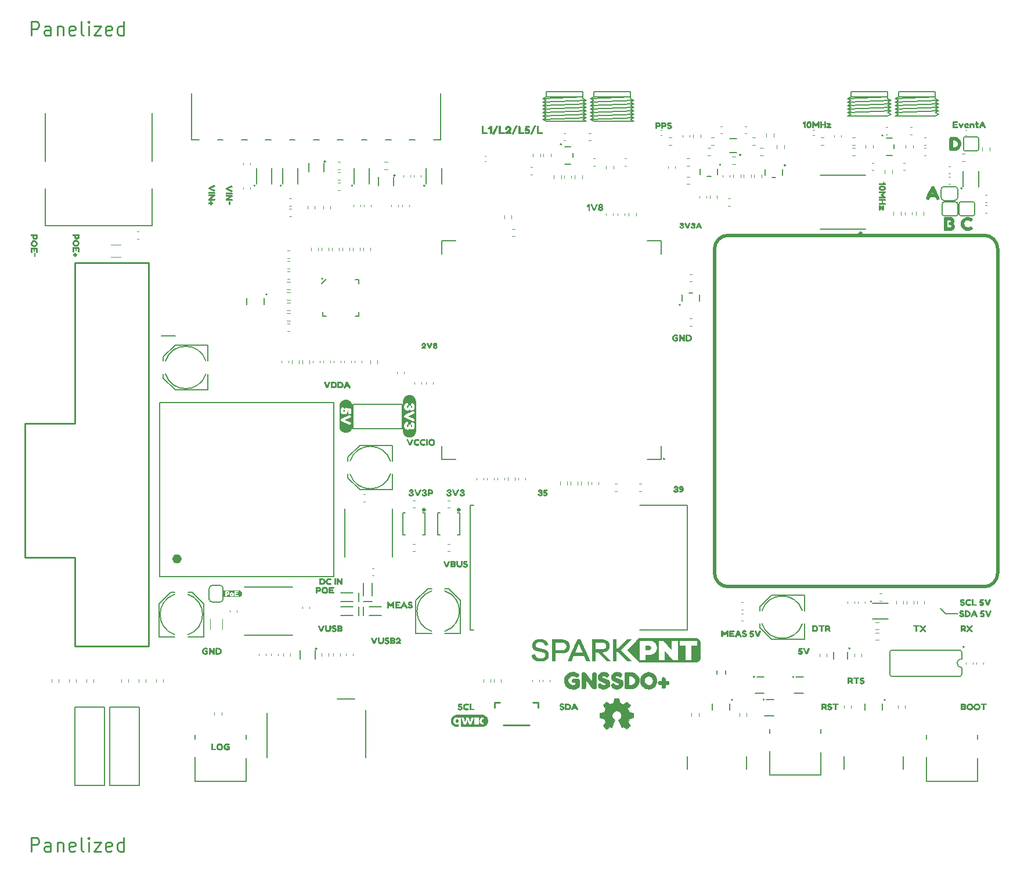
<source format=gto>
%TF.GenerationSoftware,KiCad,Pcbnew,8.0.7*%
%TF.CreationDate,2025-01-14T12:30:54+00:00*%
%TF.ProjectId,SparkPNT_GNSSDO_Plus_panelized,53706172-6b50-44e5-945f-474e5353444f,rev?*%
%TF.SameCoordinates,Original*%
%TF.FileFunction,Legend,Top*%
%TF.FilePolarity,Positive*%
%FSLAX46Y46*%
G04 Gerber Fmt 4.6, Leading zero omitted, Abs format (unit mm)*
G04 Created by KiCad (PCBNEW 8.0.7) date 2025-01-14 12:30:54*
%MOMM*%
%LPD*%
G01*
G04 APERTURE LIST*
%ADD10C,0.150000*%
%ADD11C,0.250000*%
%ADD12C,0.120000*%
%ADD13C,0.152400*%
%ADD14C,0.203200*%
%ADD15C,0.200000*%
%ADD16C,0.000000*%
%ADD17C,0.177800*%
%ADD18C,0.036868*%
%ADD19C,0.500000*%
%ADD20C,0.685000*%
%ADD21C,0.300000*%
%ADD22C,0.127000*%
%ADD23C,0.333981*%
%ADD24C,0.254000*%
G04 APERTURE END LIST*
D10*
X80518000Y96901000D02*
X85852000Y96901000D01*
X93345000Y98933000D02*
X92837000Y98679000D01*
X80010000Y98171000D02*
X80518000Y97917000D01*
X87503000Y101219000D02*
X92837000Y101219000D01*
X131445000Y98171000D02*
X131953000Y97917000D01*
X124460000Y99695000D02*
X124968000Y99441000D01*
X130302000Y98171000D02*
X130810000Y97917000D01*
X86995000Y100203000D02*
X92837000Y100457000D01*
X131445000Y100203000D02*
X137287000Y100457000D01*
X92837000Y97663000D02*
X93345000Y97409000D01*
X137287000Y100457000D02*
X137287000Y100203000D01*
X130810000Y98425000D02*
X130302000Y98171000D01*
X80518000Y98425000D02*
X80010000Y98171000D01*
X86360000Y99441000D02*
X85852000Y99187000D01*
X124968000Y99441000D02*
X124460000Y99187000D01*
X80010000Y99695000D02*
X80518000Y99441000D01*
X124460000Y99695000D02*
X124968000Y99949000D01*
X92837000Y99695000D02*
X93345000Y99441000D01*
X140589000Y25019000D02*
X138811000Y25019000D01*
X86995000Y98679000D02*
X93345000Y98933000D01*
X131953000Y100457000D02*
X131953000Y101219000D01*
X130302000Y99187000D02*
X130810000Y98933000D01*
X87503000Y99949000D02*
X86995000Y100203000D01*
X86995000Y98171000D02*
X93345000Y98425000D01*
X131953000Y99949000D02*
X131445000Y100203000D01*
X137795000Y97917000D02*
X137287000Y97663000D01*
X130810000Y99441000D02*
X130302000Y99187000D01*
X86995000Y99187000D02*
X93345000Y99441000D01*
X131445000Y99695000D02*
X131953000Y99441000D01*
X92837000Y98171000D02*
X93345000Y97917000D01*
X80010000Y99695000D02*
X80518000Y99949000D01*
X138811000Y25019000D02*
X138049000Y25781000D01*
X86995000Y97155000D02*
X93345000Y97409000D01*
X130302000Y99695000D02*
X130810000Y99441000D01*
X80010000Y100203000D02*
X80518000Y100457000D01*
X86995000Y97155000D02*
X87503000Y96901000D01*
X86995000Y98679000D02*
X87503000Y98425000D01*
X124460000Y98171000D02*
X130810000Y98425000D01*
X137287000Y98679000D02*
X137795000Y98425000D01*
X87503000Y96901000D02*
X92837000Y96901000D01*
X131445000Y99187000D02*
X137795000Y99441000D01*
X92837000Y100457000D02*
X92837000Y100203000D01*
X131953000Y99441000D02*
X131445000Y99187000D01*
X124460000Y99187000D02*
X124968000Y98933000D01*
X80010000Y99187000D02*
X86360000Y99441000D01*
X86360000Y96901000D02*
X85852000Y96901000D01*
X130302000Y97663000D02*
X129794000Y97663000D01*
X131445000Y99187000D02*
X131953000Y98933000D01*
X124968000Y100457000D02*
X124968000Y101219000D01*
X80518000Y98933000D02*
X80010000Y98679000D01*
X87503000Y98933000D02*
X86995000Y98679000D01*
X124460000Y98171000D02*
X124968000Y97917000D01*
X130810000Y99949000D02*
X130302000Y99695000D01*
X86360000Y97409000D02*
X85852000Y97155000D01*
X80518000Y97409000D02*
X80010000Y97155000D01*
X80010000Y97663000D02*
X80518000Y97409000D01*
X130302000Y100457000D02*
X130302000Y100203000D01*
X93345000Y98425000D02*
X92837000Y98171000D01*
X86995000Y98171000D02*
X87503000Y97917000D01*
X86360000Y97917000D02*
X85852000Y97663000D01*
X124460000Y100203000D02*
X130302000Y100457000D01*
X80010000Y97155000D02*
X86360000Y97409000D01*
X93345000Y97917000D02*
X92837000Y97663000D01*
X137287000Y99695000D02*
X137795000Y99441000D01*
X124460000Y98679000D02*
X124968000Y98425000D01*
X86995000Y97663000D02*
X87503000Y97409000D01*
X86995000Y100203000D02*
X87503000Y100457000D01*
X137287000Y99187000D02*
X137795000Y98933000D01*
X137287000Y98171000D02*
X137795000Y97917000D01*
X137795000Y99441000D02*
X137287000Y99187000D01*
X130302000Y100457000D02*
X124968000Y100457000D01*
X80518000Y101219000D02*
X85852000Y101219000D01*
X92837000Y99187000D02*
X93345000Y98933000D01*
X137287000Y100203000D02*
X137795000Y99949000D01*
X130302000Y101219000D02*
X130302000Y100457000D01*
X137287000Y100457000D02*
X131953000Y100457000D01*
X131445000Y99695000D02*
X137795000Y99949000D01*
X131445000Y99695000D02*
X131953000Y99949000D01*
X137795000Y98425000D02*
X137287000Y98171000D01*
X131953000Y98933000D02*
X131445000Y98679000D01*
X131445000Y98171000D02*
X137795000Y98425000D01*
X137287000Y101219000D02*
X137287000Y100457000D01*
X85852000Y98679000D02*
X86360000Y98425000D01*
X124968000Y98425000D02*
X124460000Y98171000D01*
X124968000Y99949000D02*
X124460000Y100203000D01*
X131445000Y100203000D02*
X131953000Y100457000D01*
X124968000Y101219000D02*
X130302000Y101219000D01*
X80518000Y99949000D02*
X80010000Y100203000D01*
X80010000Y99187000D02*
X80518000Y98933000D01*
X85852000Y100203000D02*
X86360000Y99949000D01*
X131445000Y98679000D02*
X137795000Y98933000D01*
X93345000Y97409000D02*
X92837000Y97155000D01*
X131953000Y97917000D02*
X131445000Y97663000D01*
X86995000Y97663000D02*
X93345000Y97917000D01*
X86360000Y98933000D02*
X85852000Y98679000D01*
X80518000Y100457000D02*
X80518000Y101219000D01*
X92837000Y100203000D02*
X93345000Y99949000D01*
X131953000Y101219000D02*
X137287000Y101219000D01*
X86995000Y99695000D02*
X93345000Y99949000D01*
X137795000Y98933000D02*
X137287000Y98679000D01*
X93345000Y96901000D02*
X92837000Y96901000D01*
X86360000Y99949000D02*
X85852000Y99695000D01*
X80010000Y98171000D02*
X86360000Y98425000D01*
X87503000Y98425000D02*
X86995000Y98171000D01*
X124968000Y97917000D02*
X124460000Y97663000D01*
X85852000Y98171000D02*
X86360000Y97917000D01*
X86360000Y98425000D02*
X85852000Y98171000D01*
X80518000Y97917000D02*
X80010000Y97663000D01*
X93345000Y99949000D02*
X92837000Y99695000D01*
X124968000Y98933000D02*
X124460000Y98679000D01*
X131953000Y98425000D02*
X131445000Y98171000D01*
X131445000Y97663000D02*
X136779000Y97663000D01*
X80518000Y99441000D02*
X80010000Y99187000D01*
X124460000Y99695000D02*
X130810000Y99949000D01*
X86995000Y99695000D02*
X87503000Y99949000D01*
X86995000Y99695000D02*
X87503000Y99441000D01*
X92837000Y101219000D02*
X92837000Y100457000D01*
X80010000Y97155000D02*
X80518000Y96901000D01*
X130302000Y98679000D02*
X130810000Y98425000D01*
X87503000Y97409000D02*
X86995000Y97155000D01*
X80010000Y100203000D02*
X85852000Y100457000D01*
X85852000Y100457000D02*
X80518000Y100457000D01*
X85852000Y99695000D02*
X86360000Y99441000D01*
X92837000Y100457000D02*
X87503000Y100457000D01*
X124460000Y97663000D02*
X129794000Y97663000D01*
X80010000Y98679000D02*
X86360000Y98933000D01*
X130302000Y100203000D02*
X130810000Y99949000D01*
X124460000Y98679000D02*
X130810000Y98933000D01*
X86995000Y99187000D02*
X87503000Y98933000D01*
X137287000Y97663000D02*
X136779000Y97663000D01*
X92837000Y98679000D02*
X93345000Y98425000D01*
X130810000Y98933000D02*
X130302000Y98679000D01*
X80010000Y97663000D02*
X86360000Y97917000D01*
X124460000Y99187000D02*
X130810000Y99441000D01*
X85852000Y97155000D02*
X86360000Y96901000D01*
X85852000Y101219000D02*
X85852000Y100457000D01*
X92837000Y97155000D02*
X93345000Y96901000D01*
X130810000Y97917000D02*
X130302000Y97663000D01*
X80010000Y99695000D02*
X86360000Y99949000D01*
X80010000Y98679000D02*
X80518000Y98425000D01*
X85852000Y97663000D02*
X86360000Y97409000D01*
X93345000Y99441000D02*
X92837000Y99187000D01*
X87503000Y100457000D02*
X87503000Y101219000D01*
X85852000Y99187000D02*
X86360000Y98933000D01*
X87503000Y97917000D02*
X86995000Y97663000D01*
X87503000Y99441000D02*
X86995000Y99187000D01*
X85852000Y100457000D02*
X85852000Y100203000D01*
X124460000Y100203000D02*
X124968000Y100457000D01*
X131445000Y98679000D02*
X131953000Y98425000D01*
X137795000Y99949000D02*
X137287000Y99695000D01*
D11*
X5390663Y109442762D02*
X5390663Y111442762D01*
X5390663Y111442762D02*
X6152568Y111442762D01*
X6152568Y111442762D02*
X6343044Y111347524D01*
X6343044Y111347524D02*
X6438282Y111252286D01*
X6438282Y111252286D02*
X6533520Y111061810D01*
X6533520Y111061810D02*
X6533520Y110776096D01*
X6533520Y110776096D02*
X6438282Y110585620D01*
X6438282Y110585620D02*
X6343044Y110490381D01*
X6343044Y110490381D02*
X6152568Y110395143D01*
X6152568Y110395143D02*
X5390663Y110395143D01*
X8247806Y109442762D02*
X8247806Y110490381D01*
X8247806Y110490381D02*
X8152568Y110680858D01*
X8152568Y110680858D02*
X7962092Y110776096D01*
X7962092Y110776096D02*
X7581139Y110776096D01*
X7581139Y110776096D02*
X7390663Y110680858D01*
X8247806Y109538000D02*
X8057330Y109442762D01*
X8057330Y109442762D02*
X7581139Y109442762D01*
X7581139Y109442762D02*
X7390663Y109538000D01*
X7390663Y109538000D02*
X7295425Y109728477D01*
X7295425Y109728477D02*
X7295425Y109918953D01*
X7295425Y109918953D02*
X7390663Y110109429D01*
X7390663Y110109429D02*
X7581139Y110204667D01*
X7581139Y110204667D02*
X8057330Y110204667D01*
X8057330Y110204667D02*
X8247806Y110299905D01*
X9200187Y110776096D02*
X9200187Y109442762D01*
X9200187Y110585620D02*
X9295425Y110680858D01*
X9295425Y110680858D02*
X9485901Y110776096D01*
X9485901Y110776096D02*
X9771616Y110776096D01*
X9771616Y110776096D02*
X9962092Y110680858D01*
X9962092Y110680858D02*
X10057330Y110490381D01*
X10057330Y110490381D02*
X10057330Y109442762D01*
X11771616Y109538000D02*
X11581140Y109442762D01*
X11581140Y109442762D02*
X11200187Y109442762D01*
X11200187Y109442762D02*
X11009711Y109538000D01*
X11009711Y109538000D02*
X10914473Y109728477D01*
X10914473Y109728477D02*
X10914473Y110490381D01*
X10914473Y110490381D02*
X11009711Y110680858D01*
X11009711Y110680858D02*
X11200187Y110776096D01*
X11200187Y110776096D02*
X11581140Y110776096D01*
X11581140Y110776096D02*
X11771616Y110680858D01*
X11771616Y110680858D02*
X11866854Y110490381D01*
X11866854Y110490381D02*
X11866854Y110299905D01*
X11866854Y110299905D02*
X10914473Y110109429D01*
X13009711Y109442762D02*
X12819235Y109538000D01*
X12819235Y109538000D02*
X12723997Y109728477D01*
X12723997Y109728477D02*
X12723997Y111442762D01*
X13771616Y109442762D02*
X13771616Y110776096D01*
X13771616Y111442762D02*
X13676378Y111347524D01*
X13676378Y111347524D02*
X13771616Y111252286D01*
X13771616Y111252286D02*
X13866854Y111347524D01*
X13866854Y111347524D02*
X13771616Y111442762D01*
X13771616Y111442762D02*
X13771616Y111252286D01*
X14533521Y110776096D02*
X15581140Y110776096D01*
X15581140Y110776096D02*
X14533521Y109442762D01*
X14533521Y109442762D02*
X15581140Y109442762D01*
X17104950Y109538000D02*
X16914474Y109442762D01*
X16914474Y109442762D02*
X16533521Y109442762D01*
X16533521Y109442762D02*
X16343045Y109538000D01*
X16343045Y109538000D02*
X16247807Y109728477D01*
X16247807Y109728477D02*
X16247807Y110490381D01*
X16247807Y110490381D02*
X16343045Y110680858D01*
X16343045Y110680858D02*
X16533521Y110776096D01*
X16533521Y110776096D02*
X16914474Y110776096D01*
X16914474Y110776096D02*
X17104950Y110680858D01*
X17104950Y110680858D02*
X17200188Y110490381D01*
X17200188Y110490381D02*
X17200188Y110299905D01*
X17200188Y110299905D02*
X16247807Y110109429D01*
X18914474Y109442762D02*
X18914474Y111442762D01*
X18914474Y109538000D02*
X18723998Y109442762D01*
X18723998Y109442762D02*
X18343045Y109442762D01*
X18343045Y109442762D02*
X18152569Y109538000D01*
X18152569Y109538000D02*
X18057331Y109633239D01*
X18057331Y109633239D02*
X17962093Y109823715D01*
X17962093Y109823715D02*
X17962093Y110395143D01*
X17962093Y110395143D02*
X18057331Y110585620D01*
X18057331Y110585620D02*
X18152569Y110680858D01*
X18152569Y110680858D02*
X18343045Y110776096D01*
X18343045Y110776096D02*
X18723998Y110776096D01*
X18723998Y110776096D02*
X18914474Y110680858D01*
X5390663Y-9667238D02*
X5390663Y-7667238D01*
X5390663Y-7667238D02*
X6152568Y-7667238D01*
X6152568Y-7667238D02*
X6343044Y-7762476D01*
X6343044Y-7762476D02*
X6438282Y-7857714D01*
X6438282Y-7857714D02*
X6533520Y-8048190D01*
X6533520Y-8048190D02*
X6533520Y-8333904D01*
X6533520Y-8333904D02*
X6438282Y-8524380D01*
X6438282Y-8524380D02*
X6343044Y-8619619D01*
X6343044Y-8619619D02*
X6152568Y-8714857D01*
X6152568Y-8714857D02*
X5390663Y-8714857D01*
X8247806Y-9667238D02*
X8247806Y-8619619D01*
X8247806Y-8619619D02*
X8152568Y-8429142D01*
X8152568Y-8429142D02*
X7962092Y-8333904D01*
X7962092Y-8333904D02*
X7581139Y-8333904D01*
X7581139Y-8333904D02*
X7390663Y-8429142D01*
X8247806Y-9572000D02*
X8057330Y-9667238D01*
X8057330Y-9667238D02*
X7581139Y-9667238D01*
X7581139Y-9667238D02*
X7390663Y-9572000D01*
X7390663Y-9572000D02*
X7295425Y-9381523D01*
X7295425Y-9381523D02*
X7295425Y-9191047D01*
X7295425Y-9191047D02*
X7390663Y-9000571D01*
X7390663Y-9000571D02*
X7581139Y-8905333D01*
X7581139Y-8905333D02*
X8057330Y-8905333D01*
X8057330Y-8905333D02*
X8247806Y-8810095D01*
X9200187Y-8333904D02*
X9200187Y-9667238D01*
X9200187Y-8524380D02*
X9295425Y-8429142D01*
X9295425Y-8429142D02*
X9485901Y-8333904D01*
X9485901Y-8333904D02*
X9771616Y-8333904D01*
X9771616Y-8333904D02*
X9962092Y-8429142D01*
X9962092Y-8429142D02*
X10057330Y-8619619D01*
X10057330Y-8619619D02*
X10057330Y-9667238D01*
X11771616Y-9572000D02*
X11581140Y-9667238D01*
X11581140Y-9667238D02*
X11200187Y-9667238D01*
X11200187Y-9667238D02*
X11009711Y-9572000D01*
X11009711Y-9572000D02*
X10914473Y-9381523D01*
X10914473Y-9381523D02*
X10914473Y-8619619D01*
X10914473Y-8619619D02*
X11009711Y-8429142D01*
X11009711Y-8429142D02*
X11200187Y-8333904D01*
X11200187Y-8333904D02*
X11581140Y-8333904D01*
X11581140Y-8333904D02*
X11771616Y-8429142D01*
X11771616Y-8429142D02*
X11866854Y-8619619D01*
X11866854Y-8619619D02*
X11866854Y-8810095D01*
X11866854Y-8810095D02*
X10914473Y-9000571D01*
X13009711Y-9667238D02*
X12819235Y-9572000D01*
X12819235Y-9572000D02*
X12723997Y-9381523D01*
X12723997Y-9381523D02*
X12723997Y-7667238D01*
X13771616Y-9667238D02*
X13771616Y-8333904D01*
X13771616Y-7667238D02*
X13676378Y-7762476D01*
X13676378Y-7762476D02*
X13771616Y-7857714D01*
X13771616Y-7857714D02*
X13866854Y-7762476D01*
X13866854Y-7762476D02*
X13771616Y-7667238D01*
X13771616Y-7667238D02*
X13771616Y-7857714D01*
X14533521Y-8333904D02*
X15581140Y-8333904D01*
X15581140Y-8333904D02*
X14533521Y-9667238D01*
X14533521Y-9667238D02*
X15581140Y-9667238D01*
X17104950Y-9572000D02*
X16914474Y-9667238D01*
X16914474Y-9667238D02*
X16533521Y-9667238D01*
X16533521Y-9667238D02*
X16343045Y-9572000D01*
X16343045Y-9572000D02*
X16247807Y-9381523D01*
X16247807Y-9381523D02*
X16247807Y-8619619D01*
X16247807Y-8619619D02*
X16343045Y-8429142D01*
X16343045Y-8429142D02*
X16533521Y-8333904D01*
X16533521Y-8333904D02*
X16914474Y-8333904D01*
X16914474Y-8333904D02*
X17104950Y-8429142D01*
X17104950Y-8429142D02*
X17200188Y-8619619D01*
X17200188Y-8619619D02*
X17200188Y-8810095D01*
X17200188Y-8810095D02*
X16247807Y-9000571D01*
X18914474Y-9667238D02*
X18914474Y-7667238D01*
X18914474Y-9572000D02*
X18723998Y-9667238D01*
X18723998Y-9667238D02*
X18343045Y-9667238D01*
X18343045Y-9667238D02*
X18152569Y-9572000D01*
X18152569Y-9572000D02*
X18057331Y-9476761D01*
X18057331Y-9476761D02*
X17962093Y-9286285D01*
X17962093Y-9286285D02*
X17962093Y-8714857D01*
X17962093Y-8714857D02*
X18057331Y-8524380D01*
X18057331Y-8524380D02*
X18152569Y-8429142D01*
X18152569Y-8429142D02*
X18343045Y-8333904D01*
X18343045Y-8333904D02*
X18723998Y-8333904D01*
X18723998Y-8333904D02*
X18914474Y-8429142D01*
D12*
%TO.C,R55*%
X110856500Y89137258D02*
X110856500Y88662742D01*
X111901500Y89137258D02*
X111901500Y88662742D01*
%TO.C,D1*%
X71735836Y91800000D02*
X71520164Y91800000D01*
X71735836Y91080000D02*
X71520164Y91080000D01*
%TO.C,C70*%
X133590420Y96014000D02*
X133871580Y96014000D01*
X133590420Y94994000D02*
X133871580Y94994000D01*
%TO.C,R68*%
X104029742Y92978500D02*
X104504258Y92978500D01*
X104029742Y91933500D02*
X104504258Y91933500D01*
%TO.C,R9*%
X101712500Y10049742D02*
X101712500Y10524258D01*
X102757500Y10049742D02*
X102757500Y10524258D01*
D13*
%TO.C,A.1*%
X138099800Y86918800D02*
X138099800Y85801200D01*
X138557000Y87376000D02*
X140081000Y87376000D01*
X140081000Y85344000D02*
X138557000Y85344000D01*
X140538200Y86918800D02*
X140538200Y85801200D01*
X138099800Y86918800D02*
G75*
G02*
X138557000Y87376000I457197J3D01*
G01*
X138557000Y85344000D02*
G75*
G02*
X138099800Y85801200I0J457200D01*
G01*
X140081000Y87376000D02*
G75*
G02*
X140538200Y86918800I-1J-457201D01*
G01*
X140538200Y85801200D02*
G75*
G02*
X140081000Y85344000I-457201J1D01*
G01*
D14*
%TO.C,SW2*%
X135950000Y6721000D02*
X135950000Y7321000D01*
X135950000Y571000D02*
X135950000Y4071000D01*
X135950000Y571000D02*
X143450000Y571000D01*
X143450000Y6721000D02*
X143450000Y7321000D01*
X143450000Y571000D02*
X143450000Y3921000D01*
%TO.C,U1*%
X69440000Y40875000D02*
X69953500Y40875000D01*
X69440000Y22625000D02*
X69440000Y40875000D01*
X69440000Y22625000D02*
X69953500Y22625000D01*
X94200000Y40875000D02*
X101090000Y40875000D01*
X94200000Y22623000D02*
X101090000Y22623000D01*
X101090000Y40875000D02*
X101090000Y22625000D01*
D12*
%TO.C,C27*%
X46480000Y61657420D02*
X46480000Y61938580D01*
X47500000Y61657420D02*
X47500000Y61938580D01*
%TO.C,C11*%
X43066580Y67312000D02*
X42785420Y67312000D01*
X43066580Y66292000D02*
X42785420Y66292000D01*
D14*
%TO.C,U17*%
X130126600Y94488000D02*
X130985400Y94488000D01*
X130985400Y91948000D02*
X130126600Y91948000D01*
X131264800Y93486400D02*
X131264800Y92949600D01*
D15*
X129640000Y94818200D02*
G75*
G02*
X129440000Y94818200I-100000J0D01*
G01*
X129440000Y94818200D02*
G75*
G02*
X129640000Y94818200I100000J0D01*
G01*
D12*
%TO.C,C55*%
X106297000Y89040580D02*
X106297000Y88759420D01*
X107317000Y89040580D02*
X107317000Y88759420D01*
%TO.C,R67*%
X84694500Y89010258D02*
X84694500Y88535742D01*
X85739500Y89010258D02*
X85739500Y88535742D01*
%TO.C,C1*%
X90818580Y43944000D02*
X90537420Y43944000D01*
X90818580Y42924000D02*
X90537420Y42924000D01*
D16*
%TO.C,kibuzzard-66A21351*%
G36*
X118384814Y96866534D02*
G01*
X118413426Y96764245D01*
X118413426Y96020325D01*
X118384814Y95920182D01*
X118283240Y95891569D01*
X118183097Y95920182D01*
X118154485Y96021755D01*
X118154485Y96505303D01*
X118140179Y96492428D01*
X118052196Y96450940D01*
X117967074Y96501011D01*
X117922725Y96595432D01*
X117939177Y96641212D01*
X117982811Y96689853D01*
X118164499Y96852943D01*
X118187389Y96871541D01*
X118284671Y96895861D01*
X118384814Y96866534D01*
G37*
G36*
X122055057Y96583987D02*
G01*
X122092969Y96493858D01*
X122055773Y96400868D01*
X121788247Y96154803D01*
X121981381Y96154803D01*
X122030021Y96151941D01*
X122068648Y96137635D01*
X122100122Y96097578D01*
X122110136Y96023186D01*
X122100122Y95949509D01*
X122067933Y95910167D01*
X122029306Y95896577D01*
X121979950Y95894431D01*
X121499263Y95894431D01*
X121408419Y95933057D01*
X121370508Y96024617D01*
X121409134Y96116176D01*
X121683813Y96362242D01*
X121530737Y96362242D01*
X121482096Y96364388D01*
X121442039Y96377979D01*
X121409134Y96418036D01*
X121399120Y96492428D01*
X121409134Y96566104D01*
X121442039Y96605446D01*
X121482096Y96619037D01*
X121530737Y96621183D01*
X121964213Y96621183D01*
X122055057Y96583987D01*
G37*
G36*
X121254628Y96885847D02*
G01*
X121294685Y96852943D01*
X121308276Y96813601D01*
X121310422Y96764245D01*
X121310422Y96026047D01*
X121308276Y95976691D01*
X121294685Y95938064D01*
X121254628Y95905876D01*
X121178805Y95895861D01*
X121104413Y95905876D01*
X121064356Y95938780D01*
X121050765Y95978122D01*
X121048619Y96027478D01*
X121048619Y96283558D01*
X120722439Y96283558D01*
X120722439Y96026047D01*
X120720293Y95976691D01*
X120706702Y95938064D01*
X120666645Y95905876D01*
X120590823Y95895861D01*
X120516431Y95905876D01*
X120476373Y95938780D01*
X120462783Y95978122D01*
X120460637Y96027478D01*
X120460637Y96765675D01*
X120462783Y96813601D01*
X120476373Y96852943D01*
X120516431Y96885847D01*
X120592253Y96895861D01*
X120666645Y96885847D01*
X120706702Y96852943D01*
X120720293Y96813601D01*
X120722439Y96764245D01*
X120722439Y96506734D01*
X121048619Y96506734D01*
X121048619Y96765675D01*
X121050765Y96813601D01*
X121064356Y96852943D01*
X121104413Y96885847D01*
X121180236Y96895861D01*
X121254628Y96885847D01*
G37*
G36*
X120324728Y96884416D02*
G01*
X120364070Y96852227D01*
X120377661Y96812886D01*
X120380522Y96762814D01*
X120380522Y96024617D01*
X120377661Y95975976D01*
X120363355Y95937349D01*
X120324013Y95905876D01*
X120248906Y95895861D01*
X120174514Y95905876D01*
X120134456Y95938780D01*
X120120866Y95978122D01*
X120118720Y96027478D01*
X120118720Y96433773D01*
X119951338Y96206305D01*
X119942754Y96194860D01*
X119929163Y96179123D01*
X119910565Y96164817D01*
X119880522Y96151941D01*
X119841180Y96147649D01*
X119776803Y96162313D01*
X119729592Y96206305D01*
X119563641Y96432342D01*
X119563641Y96024617D01*
X119561495Y95976691D01*
X119547904Y95938064D01*
X119507847Y95905876D01*
X119432024Y95895861D01*
X119358348Y95905876D01*
X119319721Y95938064D01*
X119306130Y95977406D01*
X119303269Y96027478D01*
X119303269Y96765675D01*
X119305415Y96813601D01*
X119319006Y96852227D01*
X119359063Y96884416D01*
X119434886Y96894431D01*
X119472797Y96892285D01*
X119498548Y96888708D01*
X119517146Y96882270D01*
X119529306Y96875117D01*
X119540036Y96864388D01*
X119549335Y96854373D01*
X119841180Y96479552D01*
X120131595Y96852943D01*
X120174514Y96885847D01*
X120250336Y96894431D01*
X120324728Y96884416D01*
G37*
G36*
X118948834Y96900868D02*
G01*
X119025730Y96872971D01*
X119089392Y96831305D01*
X119137318Y96780697D01*
X119173619Y96720969D01*
X119202411Y96651941D01*
X119223155Y96581305D01*
X119235315Y96516748D01*
X119241216Y96454874D01*
X119243183Y96392285D01*
X119241037Y96328086D01*
X119234599Y96264245D01*
X119221903Y96198436D01*
X119200980Y96128336D01*
X119172189Y96060561D01*
X119135887Y96001727D01*
X119088319Y95952013D01*
X119025730Y95911598D01*
X118950265Y95884774D01*
X118864070Y95875833D01*
X118858348Y95876289D01*
X118787890Y95881913D01*
X118719578Y95900153D01*
X118661102Y95929302D01*
X118614428Y95968107D01*
X118544328Y96062528D01*
X118518755Y96116176D01*
X118500694Y96175546D01*
X118480665Y96289280D01*
X118475021Y96392285D01*
X118736745Y96392285D01*
X118744345Y96281501D01*
X118767146Y96202371D01*
X118805147Y96154892D01*
X118858348Y96139066D01*
X118917718Y96158379D01*
X118954199Y96202013D01*
X118972797Y96266391D01*
X118980665Y96329338D01*
X118981381Y96386562D01*
X118981381Y96393715D01*
X118973780Y96505124D01*
X118950980Y96584702D01*
X118912979Y96632449D01*
X118859778Y96648365D01*
X118805951Y96632360D01*
X118767504Y96584345D01*
X118744435Y96504320D01*
X118736745Y96392285D01*
X118475021Y96392285D01*
X118474943Y96393715D01*
X118476731Y96453801D01*
X118482096Y96513887D01*
X118493720Y96577549D01*
X118514285Y96648365D01*
X118543076Y96718107D01*
X118579378Y96778551D01*
X118627661Y96829874D01*
X118692396Y96872256D01*
X118771080Y96900690D01*
X118861209Y96910167D01*
X118948834Y96900868D01*
G37*
D15*
%TO.C,U9*%
X38245000Y87750000D02*
X38245000Y90050000D01*
X40495000Y90050000D02*
X40495000Y87750000D01*
X38070000Y87500000D02*
G75*
G02*
X37870000Y87500000I-100000J0D01*
G01*
X37870000Y87500000D02*
G75*
G02*
X38070000Y87500000I100000J0D01*
G01*
%TO.C,U8*%
X42055000Y87750000D02*
X42055000Y90050000D01*
X44305000Y90050000D02*
X44305000Y87750000D01*
X41880000Y87500000D02*
G75*
G02*
X41680000Y87500000I-100000J0D01*
G01*
X41680000Y87500000D02*
G75*
G02*
X41880000Y87500000I100000J0D01*
G01*
D13*
%TO.C,C.1*%
X140766800Y83362800D02*
X140766800Y84886800D01*
X141020800Y85140800D02*
X142748000Y85140800D01*
X142748000Y83108800D02*
X141020800Y83108800D01*
X143002000Y83362800D02*
X143002000Y84886800D01*
X140766800Y84886800D02*
G75*
G02*
X141020800Y85140800I254000J0D01*
G01*
X141020800Y83108800D02*
G75*
G02*
X140766800Y83362800I0J254000D01*
G01*
X142748000Y85140800D02*
G75*
G02*
X143002000Y84886800I0J-254000D01*
G01*
X143002000Y83362800D02*
G75*
G02*
X142748000Y83108800I-254000J0D01*
G01*
D16*
%TO.C,kibuzzard-66A11FEE*%
G36*
X59864761Y26773979D02*
G01*
X59913760Y26716039D01*
X60272844Y25973549D01*
X60292157Y25871976D01*
X60212758Y25801876D01*
X60106893Y25781132D01*
X60036793Y25863392D01*
X59970984Y25999300D01*
X59726349Y25999300D01*
X59619053Y25999300D01*
X59553245Y25861961D01*
X59481714Y25782562D01*
X59377279Y25803306D01*
X59297165Y25872691D01*
X59315763Y25973549D01*
X59435918Y26222476D01*
X59726349Y26222476D01*
X59860827Y26222476D01*
X59793588Y26361246D01*
X59726349Y26222476D01*
X59435918Y26222476D01*
X59674847Y26717469D01*
X59724918Y26772548D01*
X59795019Y26793292D01*
X59864761Y26773979D01*
G37*
G36*
X59184861Y26791146D02*
G01*
X59223488Y26777555D01*
X59255677Y26737498D01*
X59265691Y26661675D01*
X59255677Y26587283D01*
X59222773Y26547226D01*
X59183431Y26533635D01*
X59134074Y26531489D01*
X58739225Y26531489D01*
X58739225Y26404165D01*
X59003888Y26404165D01*
X59050383Y26402019D01*
X59084718Y26390574D01*
X59111900Y26356239D01*
X59119768Y26291146D01*
X59111900Y26227484D01*
X59084003Y26194579D01*
X59048237Y26183134D01*
X59001027Y26180989D01*
X58739225Y26180989D01*
X58739225Y26053664D01*
X59135505Y26053664D01*
X59184861Y26051518D01*
X59223488Y26037927D01*
X59255677Y25997870D01*
X59265691Y25922047D01*
X59255677Y25847655D01*
X59222773Y25807598D01*
X59183431Y25794007D01*
X59134074Y25791861D01*
X58607608Y25791861D01*
X58533216Y25801876D01*
X58493159Y25834780D01*
X58479568Y25874122D01*
X58477422Y25923478D01*
X58477422Y26663106D01*
X58506750Y26765395D01*
X58611900Y26793292D01*
X59135505Y26793292D01*
X59184861Y26791146D01*
G37*
G36*
X58327207Y26781847D02*
G01*
X58366549Y26749658D01*
X58380140Y26710316D01*
X58383001Y26660245D01*
X58383001Y25922047D01*
X58380140Y25873406D01*
X58365834Y25834780D01*
X58326492Y25803306D01*
X58251385Y25793292D01*
X58176993Y25803306D01*
X58136936Y25836210D01*
X58123345Y25875552D01*
X58121199Y25924908D01*
X58121199Y26331203D01*
X57953817Y26103735D01*
X57945233Y26092290D01*
X57931642Y26076554D01*
X57913044Y26062247D01*
X57883001Y26049372D01*
X57843660Y26045080D01*
X57779282Y26059744D01*
X57732072Y26103735D01*
X57566120Y26329773D01*
X57566120Y25922047D01*
X57563974Y25874122D01*
X57550383Y25835495D01*
X57510326Y25803306D01*
X57434504Y25793292D01*
X57360827Y25803306D01*
X57322200Y25835495D01*
X57308609Y25874837D01*
X57305748Y25924908D01*
X57305748Y26663106D01*
X57307894Y26711031D01*
X57321485Y26749658D01*
X57361542Y26781847D01*
X57437365Y26791861D01*
X57475276Y26789715D01*
X57501027Y26786139D01*
X57519625Y26779701D01*
X57531785Y26772548D01*
X57542515Y26761818D01*
X57551814Y26751804D01*
X57843660Y26376983D01*
X58134074Y26750373D01*
X58176993Y26783278D01*
X58252815Y26791861D01*
X58327207Y26781847D01*
G37*
G36*
X60785640Y26799491D02*
G01*
X60876723Y26770879D01*
X60950956Y26723192D01*
X61002458Y26649515D01*
X60968123Y26561532D01*
X60883717Y26492147D01*
X60787866Y26518614D01*
X60771413Y26532205D01*
X60751385Y26548657D01*
X60723488Y26559386D01*
X60676278Y26564393D01*
X60623345Y26546511D01*
X60600455Y26502877D01*
X60625491Y26456382D01*
X60682000Y26431346D01*
X60769268Y26413464D01*
X60860827Y26391289D01*
X60941835Y26354093D01*
X61004604Y26299730D01*
X61044840Y26222119D01*
X61058252Y26115180D01*
X61052172Y26046868D01*
X61033931Y25984994D01*
X60971700Y25888428D01*
X60883717Y25824765D01*
X60785720Y25788285D01*
X60690584Y25777555D01*
X60610469Y25783993D01*
X60543230Y25799730D01*
X60488152Y25823335D01*
X60443803Y25850516D01*
X60409468Y25878413D01*
X60384432Y25903449D01*
X60368695Y25923478D01*
X60360112Y25933492D01*
X60324346Y26026482D01*
X60384432Y26118041D01*
X60443882Y26151105D01*
X60505875Y26141567D01*
X60570412Y26089429D01*
X60628352Y26037212D01*
X60684861Y26023621D01*
X60769268Y26044365D01*
X60795019Y26110888D01*
X60757823Y26155237D01*
X60645519Y26188857D01*
X60577386Y26207276D01*
X60523202Y26226768D01*
X60443087Y26272548D01*
X60385863Y26334064D01*
X60351528Y26411318D01*
X60340083Y26504308D01*
X60350733Y26587045D01*
X60382684Y26659768D01*
X60435934Y26722476D01*
X60505399Y26770561D01*
X60585990Y26799412D01*
X60677708Y26809029D01*
X60785640Y26799491D01*
G37*
D12*
%TO.C,C38*%
X44956000Y26048580D02*
X44956000Y25767420D01*
X45976000Y26048580D02*
X45976000Y25767420D01*
%TO.C,C8*%
X87120000Y43928420D02*
X87120000Y44209580D01*
X88140000Y43928420D02*
X88140000Y44209580D01*
%TO.C,R37*%
X32116500Y10176742D02*
X32116500Y10651258D01*
X33161500Y10176742D02*
X33161500Y10651258D01*
%TO.C,C23*%
X51052000Y61938580D02*
X51052000Y61657420D01*
X52072000Y61938580D02*
X52072000Y61657420D01*
%TO.C,R57*%
X125586258Y92978500D02*
X125111742Y92978500D01*
X125586258Y91933500D02*
X125111742Y91933500D01*
%TO.C,R65*%
X134478500Y83201742D02*
X134478500Y83676258D01*
X135523500Y83201742D02*
X135523500Y83676258D01*
D13*
%TO.C,JP7*%
X31369000Y27178000D02*
X31369000Y28702000D01*
X32943800Y29159200D02*
X31826200Y29159200D01*
X32943800Y26720800D02*
X31826200Y26720800D01*
X33401000Y28702000D02*
X33401000Y27178000D01*
X31369000Y28702000D02*
G75*
G02*
X31826200Y29159200I457200J0D01*
G01*
X31826200Y26720800D02*
G75*
G02*
X31369000Y27178000I1J457201D01*
G01*
X32943800Y29159200D02*
G75*
G02*
X33401000Y28702000I3J-457197D01*
G01*
X33401000Y27178000D02*
G75*
G02*
X32943800Y26720800I-457201J1D01*
G01*
D12*
%TO.C,R2*%
X125446500Y19191258D02*
X125446500Y18716742D01*
X126491500Y19191258D02*
X126491500Y18716742D01*
D17*
%TO.C,U4*%
X47919000Y68493000D02*
X47919000Y69020000D01*
X48446000Y73874000D02*
X47792000Y73220000D01*
X48446000Y68493000D02*
X47919000Y68493000D01*
X52646000Y73747000D02*
X53173000Y73747000D01*
X53173000Y73747000D02*
X53173000Y73220000D01*
X53173000Y69020000D02*
X53173000Y68493000D01*
X53173000Y68493000D02*
X52646000Y68493000D01*
D15*
X47946000Y73920000D02*
G75*
G02*
X47746000Y73920000I-100000J0D01*
G01*
X47746000Y73920000D02*
G75*
G02*
X47946000Y73920000I100000J0D01*
G01*
D12*
%TO.C,D17*%
X119399164Y95610000D02*
X119614836Y95610000D01*
X119399164Y94890000D02*
X119614836Y94890000D01*
%TO.C,R43*%
X141113742Y92126500D02*
X141588258Y92126500D01*
X141113742Y91081500D02*
X141588258Y91081500D01*
%TO.C,C88*%
X87643580Y91442000D02*
X87362420Y91442000D01*
X87643580Y90422000D02*
X87362420Y90422000D01*
%TO.C,C54*%
X78484000Y15099420D02*
X78484000Y15380580D01*
X79504000Y15099420D02*
X79504000Y15380580D01*
D16*
%TO.C,kibuzzard-66A121D2*%
G36*
X126127711Y15739285D02*
G01*
X126159900Y15727840D01*
X126187082Y15694220D01*
X126195665Y15631273D01*
X126187082Y15568326D01*
X126159185Y15534707D01*
X126126280Y15523262D01*
X126085508Y15521116D01*
X125888083Y15521116D01*
X125888083Y14865894D01*
X125885937Y14817969D01*
X125872346Y14780057D01*
X125832289Y14748584D01*
X125757897Y14738569D01*
X125684220Y14748584D01*
X125645594Y14780773D01*
X125632718Y14819399D01*
X125630572Y14867325D01*
X125630572Y15521116D01*
X125431717Y15521116D01*
X125390944Y15523262D01*
X125358755Y15534707D01*
X125331574Y15568326D01*
X125322990Y15632704D01*
X125331574Y15694936D01*
X125359471Y15727840D01*
X125392375Y15739285D01*
X125433147Y15741431D01*
X126086938Y15741431D01*
X126127711Y15739285D01*
G37*
G36*
X124964800Y15734278D02*
G01*
X125024707Y15717110D01*
X125084435Y15689213D01*
X125142017Y15651302D01*
X125193340Y15600694D01*
X125234292Y15534707D01*
X125261116Y15457275D01*
X125270057Y15372332D01*
X125256069Y15265195D01*
X125214104Y15172682D01*
X125144163Y15094793D01*
X125247167Y14957454D01*
X125285794Y14858741D01*
X125217124Y14774335D01*
X125115551Y14734993D01*
X125035436Y14801516D01*
X124882361Y15008956D01*
X124749313Y15008956D01*
X124749313Y14870186D01*
X124747167Y14820830D01*
X124733577Y14782203D01*
X124693519Y14750014D01*
X124617697Y14740000D01*
X124543305Y14750014D01*
X124503247Y14782918D01*
X124489657Y14822260D01*
X124487511Y14871617D01*
X124487511Y15269328D01*
X124749313Y15269328D01*
X124906681Y15269328D01*
X124975351Y15295079D01*
X125008255Y15373763D01*
X124977496Y15448155D01*
X124903820Y15478197D01*
X124749313Y15478197D01*
X124749313Y15269328D01*
X124487511Y15269328D01*
X124487511Y15609814D01*
X124489657Y15657740D01*
X124503247Y15697082D01*
X124543305Y15729986D01*
X124619127Y15740000D01*
X124906681Y15740000D01*
X124964800Y15734278D01*
G37*
G36*
X126699878Y15746199D02*
G01*
X126790960Y15717587D01*
X126865193Y15669900D01*
X126916695Y15596223D01*
X126882361Y15508240D01*
X126797954Y15438856D01*
X126702103Y15465322D01*
X126685651Y15478913D01*
X126665622Y15495365D01*
X126637725Y15506094D01*
X126590515Y15511102D01*
X126537582Y15493219D01*
X126514692Y15449585D01*
X126539728Y15403090D01*
X126596237Y15378054D01*
X126683505Y15360172D01*
X126775064Y15337997D01*
X126856073Y15300801D01*
X126918841Y15246438D01*
X126959077Y15168827D01*
X126972489Y15061888D01*
X126966409Y14993577D01*
X126948169Y14931702D01*
X126885937Y14835136D01*
X126797954Y14771474D01*
X126699957Y14734993D01*
X126604821Y14724263D01*
X126524707Y14730701D01*
X126457468Y14746438D01*
X126402389Y14770043D01*
X126358040Y14797225D01*
X126323705Y14825122D01*
X126298670Y14850157D01*
X126282933Y14870186D01*
X126274349Y14880200D01*
X126238584Y14973190D01*
X126298670Y15064750D01*
X126358120Y15097813D01*
X126420113Y15088275D01*
X126484649Y15036137D01*
X126542589Y14983920D01*
X126599099Y14970329D01*
X126683505Y14991073D01*
X126709256Y15057597D01*
X126672060Y15101946D01*
X126559757Y15135565D01*
X126491624Y15153984D01*
X126437439Y15173476D01*
X126357325Y15219256D01*
X126300100Y15280773D01*
X126265765Y15358026D01*
X126254320Y15451016D01*
X126264971Y15533753D01*
X126296921Y15606476D01*
X126350172Y15669185D01*
X126419636Y15717269D01*
X126500227Y15746120D01*
X126591946Y15755737D01*
X126699878Y15746199D01*
G37*
D12*
%TO.C,R75*%
X80122500Y91710742D02*
X80122500Y92185258D01*
X81167500Y91710742D02*
X81167500Y92185258D01*
%TO.C,C81*%
X109460420Y96141000D02*
X109741580Y96141000D01*
X109460420Y95121000D02*
X109741580Y95121000D01*
%TO.C,C44*%
X53973000Y84722580D02*
X53973000Y84441420D01*
X54993000Y84722580D02*
X54993000Y84441420D01*
%TO.C,C61*%
X139459580Y88812000D02*
X139178420Y88812000D01*
X139459580Y87792000D02*
X139178420Y87792000D01*
D16*
%TO.C,kibuzzard-66A11EB6*%
G36*
X129788212Y88054823D02*
G01*
X129836853Y88011189D01*
X129999943Y87829501D01*
X130018541Y87806611D01*
X130042861Y87709329D01*
X130013534Y87609186D01*
X129911245Y87580574D01*
X129167325Y87580574D01*
X129067182Y87609186D01*
X129038569Y87710760D01*
X129067182Y87810903D01*
X129168755Y87839515D01*
X129652303Y87839515D01*
X129639428Y87853821D01*
X129597940Y87941804D01*
X129648011Y88026926D01*
X129742432Y88071275D01*
X129788212Y88054823D01*
G37*
G36*
X129263176Y84584866D02*
G01*
X129509242Y84310187D01*
X129509242Y84463263D01*
X129511388Y84511904D01*
X129524979Y84551961D01*
X129565036Y84584866D01*
X129639428Y84594880D01*
X129713104Y84584866D01*
X129752446Y84551961D01*
X129766037Y84511904D01*
X129768183Y84463263D01*
X129768183Y84029787D01*
X129730987Y83938943D01*
X129640858Y83901031D01*
X129547868Y83938227D01*
X129301803Y84205753D01*
X129301803Y84012619D01*
X129298941Y83963979D01*
X129284635Y83925352D01*
X129244578Y83893878D01*
X129170186Y83883864D01*
X129096509Y83893878D01*
X129057167Y83926067D01*
X129043577Y83964694D01*
X129041431Y84014050D01*
X129041431Y84494737D01*
X129080057Y84585581D01*
X129171617Y84623492D01*
X129263176Y84584866D01*
G37*
G36*
X129960601Y85531217D02*
G01*
X129999943Y85517627D01*
X130032847Y85477569D01*
X130042861Y85401747D01*
X130032847Y85327355D01*
X129999943Y85287298D01*
X129960601Y85273707D01*
X129911245Y85271561D01*
X129653734Y85271561D01*
X129653734Y84945381D01*
X129912675Y84945381D01*
X129960601Y84943235D01*
X129999943Y84929644D01*
X130032847Y84889587D01*
X130042861Y84813764D01*
X130032847Y84739372D01*
X129999943Y84699315D01*
X129960601Y84685724D01*
X129911245Y84683578D01*
X129173047Y84683578D01*
X129123691Y84685724D01*
X129085064Y84699315D01*
X129052876Y84739372D01*
X129042861Y84815195D01*
X129052876Y84889587D01*
X129085780Y84929644D01*
X129125122Y84943235D01*
X129174478Y84945381D01*
X129430558Y84945381D01*
X129430558Y85271561D01*
X129173047Y85271561D01*
X129123691Y85273707D01*
X129085064Y85287298D01*
X129052876Y85327355D01*
X129042861Y85403177D01*
X129052876Y85477569D01*
X129085780Y85517627D01*
X129125122Y85531217D01*
X129174478Y85533363D01*
X129912675Y85533363D01*
X129960601Y85531217D01*
G37*
G36*
X129960601Y86688585D02*
G01*
X129999227Y86674994D01*
X130031416Y86634937D01*
X130041431Y86559114D01*
X130039285Y86521203D01*
X130035708Y86495452D01*
X130029270Y86476854D01*
X130022117Y86464694D01*
X130011388Y86453964D01*
X130001373Y86444665D01*
X129626552Y86152820D01*
X129999943Y85862405D01*
X130032847Y85819486D01*
X130041431Y85743664D01*
X130031416Y85669272D01*
X129999227Y85629930D01*
X129959886Y85616339D01*
X129909814Y85613478D01*
X129171617Y85613478D01*
X129122976Y85616339D01*
X129084349Y85630645D01*
X129052876Y85669987D01*
X129042861Y85745094D01*
X129052876Y85819486D01*
X129085780Y85859544D01*
X129125122Y85873134D01*
X129174478Y85875280D01*
X129580773Y85875280D01*
X129353305Y86042662D01*
X129341860Y86051246D01*
X129326123Y86064837D01*
X129311817Y86083435D01*
X129298941Y86113478D01*
X129294649Y86152820D01*
X129309313Y86217197D01*
X129353305Y86264408D01*
X129579342Y86430359D01*
X129171617Y86430359D01*
X129123691Y86432505D01*
X129085064Y86446096D01*
X129052876Y86486153D01*
X129042861Y86561976D01*
X129052876Y86635652D01*
X129085064Y86674279D01*
X129124406Y86687870D01*
X129174478Y86690731D01*
X129912675Y86690731D01*
X129960601Y86688585D01*
G37*
G36*
X129600801Y87517269D02*
G01*
X129660887Y87511904D01*
X129724549Y87500280D01*
X129795365Y87479715D01*
X129865107Y87450924D01*
X129925551Y87414622D01*
X129976874Y87366339D01*
X130019256Y87301604D01*
X130047690Y87222920D01*
X130057167Y87132791D01*
X130047868Y87045166D01*
X130019971Y86968270D01*
X129978305Y86904608D01*
X129927697Y86856682D01*
X129867969Y86820381D01*
X129798941Y86791589D01*
X129728305Y86770845D01*
X129663748Y86758685D01*
X129601874Y86752784D01*
X129539285Y86750817D01*
X129475086Y86752963D01*
X129411245Y86759401D01*
X129345436Y86772097D01*
X129275336Y86793020D01*
X129207561Y86821811D01*
X129148727Y86858113D01*
X129099013Y86905681D01*
X129058598Y86968270D01*
X129031774Y87043735D01*
X129022833Y87129930D01*
X129023289Y87135652D01*
X129286066Y87135652D01*
X129305379Y87076282D01*
X129349013Y87039801D01*
X129413391Y87021203D01*
X129476338Y87013335D01*
X129533562Y87012619D01*
X129540715Y87012619D01*
X129652124Y87020220D01*
X129731702Y87043020D01*
X129779449Y87081021D01*
X129795365Y87134222D01*
X129779360Y87188049D01*
X129731345Y87226496D01*
X129651320Y87249565D01*
X129539285Y87257255D01*
X129428501Y87249655D01*
X129349371Y87226854D01*
X129301892Y87188853D01*
X129286066Y87135652D01*
X129023289Y87135652D01*
X129028913Y87206110D01*
X129047153Y87274422D01*
X129076302Y87332898D01*
X129115107Y87379572D01*
X129209528Y87449672D01*
X129263176Y87475245D01*
X129322546Y87493306D01*
X129436280Y87513335D01*
X129540715Y87519057D01*
X129600801Y87517269D01*
G37*
D12*
%TO.C,C28*%
X38606000Y19190580D02*
X38606000Y18909420D01*
X39626000Y19190580D02*
X39626000Y18909420D01*
D14*
%TO.C,C65*%
X111685000Y26061000D02*
X113385000Y27761000D01*
X111685000Y25461000D02*
X111685000Y26061000D01*
X111685000Y22961000D02*
X111685000Y23561000D01*
X113385000Y27761000D02*
X118185000Y27761000D01*
X113385000Y21261000D02*
X111685000Y22961000D01*
X118185000Y27761000D02*
X118185000Y25461000D01*
X118185000Y23561000D02*
X118185000Y21261000D01*
X118185000Y21261000D02*
X113385000Y21261000D01*
X111985000Y25461000D02*
G75*
G02*
X117885000Y25461000I2950000J-950001D01*
G01*
X117885000Y23561000D02*
G75*
G02*
X111985000Y23561000I-2950000J950001D01*
G01*
D12*
%TO.C,R29*%
X42149500Y19287258D02*
X42149500Y18812742D01*
X43194500Y19287258D02*
X43194500Y18812742D01*
%TO.C,R66*%
X81646500Y89010258D02*
X81646500Y88535742D01*
X82691500Y89010258D02*
X82691500Y88535742D01*
%TO.C,C56*%
X57935400Y84722580D02*
X57935400Y84441420D01*
X58955400Y84722580D02*
X58955400Y84441420D01*
%TO.C,C18*%
X90930000Y83171420D02*
X90930000Y83452580D01*
X91950000Y83171420D02*
X91950000Y83452580D01*
%TO.C,R54*%
X111713742Y92978500D02*
X112188258Y92978500D01*
X111713742Y91933500D02*
X112188258Y91933500D01*
D14*
%TO.C,D6*%
X36830000Y70182600D02*
X36830000Y71041400D01*
X39370000Y71041400D02*
X39370000Y70182600D01*
D15*
X39800200Y71628000D02*
G75*
G02*
X39600200Y71628000I-100000J0D01*
G01*
X39600200Y71628000D02*
G75*
G02*
X39800200Y71628000I100000J0D01*
G01*
D12*
%TO.C,R25*%
X43419500Y61547742D02*
X43419500Y62022258D01*
X44464500Y61547742D02*
X44464500Y62022258D01*
D15*
%TO.C,U10*%
X141357000Y87357000D02*
X141357000Y89657000D01*
X143607000Y89657000D02*
X143607000Y87357000D01*
X141182000Y87107000D02*
G75*
G02*
X140982000Y87107000I-100000J0D01*
G01*
X140982000Y87107000D02*
G75*
G02*
X141182000Y87107000I100000J0D01*
G01*
D12*
%TO.C,C89*%
X101459420Y68074000D02*
X101740580Y68074000D01*
X101459420Y67054000D02*
X101740580Y67054000D01*
D17*
%TO.C,U2*%
X65280000Y79500000D02*
X67280000Y79500000D01*
X65280000Y77500000D02*
X65280000Y79500000D01*
X65280000Y47500000D02*
X65280000Y49500000D01*
X67280000Y47500000D02*
X65280000Y47500000D01*
X95280000Y79500000D02*
X97280000Y79500000D01*
X97280000Y79500000D02*
X97280000Y77500000D01*
X97280000Y49500000D02*
X97280000Y47500000D01*
X97280000Y47500000D02*
X95280000Y47500000D01*
D15*
X97780000Y47600000D02*
G75*
G02*
X97580000Y47600000I-100000J0D01*
G01*
X97580000Y47600000D02*
G75*
G02*
X97780000Y47600000I100000J0D01*
G01*
D12*
%TO.C,R32*%
X128540742Y22239500D02*
X129015258Y22239500D01*
X128540742Y21194500D02*
X129015258Y21194500D01*
%TO.C,C90*%
X101459420Y74551000D02*
X101740580Y74551000D01*
X101459420Y73531000D02*
X101740580Y73531000D01*
D14*
%TO.C,C6*%
X61520000Y26950000D02*
X63220000Y28650000D01*
X61520000Y22150000D02*
X61520000Y26950000D01*
X63220000Y28650000D02*
X63820000Y28650000D01*
X63820000Y22150000D02*
X61520000Y22150000D01*
X65720000Y28650000D02*
X66320000Y28650000D01*
X66320000Y28650000D02*
X68020000Y26950000D01*
X68020000Y26950000D02*
X68020000Y22150000D01*
X68020000Y22150000D02*
X65720000Y22150000D01*
X63820000Y22450000D02*
G75*
G02*
X63820000Y28350000I950001J2950000D01*
G01*
X65720000Y28350000D02*
G75*
G02*
X65720000Y22450000I-950001J-2950000D01*
G01*
D12*
%TO.C,C2*%
X94093420Y43944000D02*
X94374580Y43944000D01*
X94093420Y42924000D02*
X94374580Y42924000D01*
%TO.C,R42*%
X23607500Y15477258D02*
X23607500Y15002742D01*
X24652500Y15477258D02*
X24652500Y15002742D01*
%TO.C,R45*%
X109332500Y88662742D02*
X109332500Y89137258D01*
X110377500Y88662742D02*
X110377500Y89137258D01*
%TO.C,R52*%
X127112500Y92980742D02*
X127112500Y93455258D01*
X128157500Y92980742D02*
X128157500Y93455258D01*
%TO.C,R70*%
X121014258Y94502500D02*
X120539742Y94502500D01*
X121014258Y93457500D02*
X120539742Y93457500D01*
%TO.C,C57*%
X59561000Y84709580D02*
X59561000Y84428420D01*
X60581000Y84709580D02*
X60581000Y84428420D01*
%TO.C,R48*%
X98852258Y94502500D02*
X98377742Y94502500D01*
X98852258Y93457500D02*
X98377742Y93457500D01*
D14*
%TO.C,L3*%
X51110000Y40330000D02*
X51110000Y33330000D01*
X58110000Y40330000D02*
X58110000Y33330000D01*
D16*
%TO.C,kibuzzard-66A12027*%
G36*
X47490526Y23282747D02*
G01*
X47716564Y22726237D01*
X47942601Y23282747D01*
X48009840Y23363577D01*
X48115705Y23342833D01*
X48197966Y23274163D01*
X48181514Y23175451D01*
X47842458Y22430100D01*
X47793102Y22377883D01*
X47719425Y22358569D01*
X47639310Y22376452D01*
X47590670Y22430100D01*
X47251614Y23175451D01*
X47237308Y23274878D01*
X47317422Y23342833D01*
X47424718Y23364292D01*
X47490526Y23282747D01*
G37*
G36*
X49107122Y23349986D02*
G01*
X49147179Y23316366D01*
X49160770Y23276309D01*
X49162916Y23226953D01*
X49162916Y22824950D01*
X49155584Y22738398D01*
X49133588Y22653276D01*
X49098001Y22572268D01*
X49049897Y22498054D01*
X48987486Y22434213D01*
X48908981Y22384320D01*
X48817959Y22352132D01*
X48717994Y22341402D01*
X48618209Y22352310D01*
X48527722Y22385036D01*
X48449933Y22435644D01*
X48388237Y22500200D01*
X48340848Y22574950D01*
X48305977Y22656137D01*
X48284518Y22741259D01*
X48277365Y22827811D01*
X48277365Y23228383D01*
X48279511Y23277740D01*
X48293102Y23317082D01*
X48333159Y23349986D01*
X48408981Y23360000D01*
X48484089Y23349986D01*
X48523431Y23317797D01*
X48537737Y23277740D01*
X48540598Y23226953D01*
X48540598Y22827811D01*
X48554904Y22726953D01*
X48612129Y22642546D01*
X48661127Y22614113D01*
X48722286Y22604635D01*
X48795605Y22620014D01*
X48852472Y22666152D01*
X48888953Y22737682D01*
X48901113Y22829242D01*
X48901113Y23235536D01*
X48903974Y23282031D01*
X48918280Y23319227D01*
X48958338Y23349986D01*
X49032730Y23360000D01*
X49107122Y23349986D01*
G37*
G36*
X50568257Y23349906D02*
G01*
X50640264Y23319625D01*
X50703688Y23269156D01*
X50752965Y23204858D01*
X50782531Y23133089D01*
X50792386Y23053848D01*
X50780584Y22970157D01*
X50745176Y22893619D01*
X50802043Y22793119D01*
X50820999Y22683319D01*
X50809792Y22597323D01*
X50778080Y22520547D01*
X50725863Y22452990D01*
X50659339Y22400534D01*
X50584709Y22369061D01*
X50501971Y22358569D01*
X50283087Y22358569D01*
X50151471Y22358569D01*
X50077079Y22368584D01*
X50037021Y22401488D01*
X50023431Y22441545D01*
X50021285Y22491617D01*
X50021285Y22620372D01*
X50283087Y22620372D01*
X50487665Y22620372D01*
X50507694Y22621803D01*
X50529868Y22629671D01*
X50551328Y22653991D01*
X50559196Y22699056D01*
X50540598Y22758426D01*
X50480512Y22772017D01*
X50461914Y22772017D01*
X50380369Y22797053D01*
X50356049Y22882175D01*
X50381800Y22964435D01*
X50469067Y22988040D01*
X50486235Y22988040D01*
X50520569Y22998054D01*
X50530584Y23042403D01*
X50515562Y23086753D01*
X50456192Y23098197D01*
X50283087Y23098197D01*
X50283087Y22620372D01*
X50021285Y22620372D01*
X50021285Y23229814D01*
X50023431Y23277740D01*
X50037021Y23317082D01*
X50077079Y23349986D01*
X50152901Y23360000D01*
X50487665Y23360000D01*
X50568257Y23349906D01*
G37*
G36*
X49685726Y23364769D02*
G01*
X49776808Y23336156D01*
X49851041Y23288469D01*
X49902544Y23214793D01*
X49868209Y23126810D01*
X49783803Y23057425D01*
X49687951Y23083891D01*
X49671499Y23097482D01*
X49651471Y23113934D01*
X49623574Y23124664D01*
X49576363Y23129671D01*
X49523431Y23111788D01*
X49500541Y23068155D01*
X49525577Y23021660D01*
X49582086Y22996624D01*
X49669353Y22978741D01*
X49760913Y22956567D01*
X49841921Y22919371D01*
X49904690Y22865007D01*
X49944926Y22787396D01*
X49958338Y22680458D01*
X49952258Y22612146D01*
X49934017Y22550272D01*
X49871785Y22453705D01*
X49783803Y22390043D01*
X49685805Y22353562D01*
X49590670Y22342833D01*
X49510555Y22349270D01*
X49443316Y22365007D01*
X49388237Y22388612D01*
X49343888Y22415794D01*
X49309554Y22443691D01*
X49284518Y22468727D01*
X49268781Y22488755D01*
X49260197Y22498770D01*
X49224432Y22591760D01*
X49284518Y22683319D01*
X49343968Y22716382D01*
X49405961Y22706845D01*
X49470498Y22654707D01*
X49528438Y22602489D01*
X49584947Y22588898D01*
X49669353Y22609642D01*
X49695104Y22676166D01*
X49657908Y22720515D01*
X49545605Y22754134D01*
X49477472Y22772554D01*
X49423288Y22792046D01*
X49343173Y22837825D01*
X49285948Y22899342D01*
X49251614Y22976595D01*
X49240169Y23069585D01*
X49250819Y23152322D01*
X49282769Y23225045D01*
X49336020Y23287754D01*
X49405484Y23335838D01*
X49486076Y23364689D01*
X49577794Y23374306D01*
X49685726Y23364769D01*
G37*
D12*
%TO.C,R78*%
X75518742Y81167500D02*
X75993258Y81167500D01*
X75518742Y80122500D02*
X75993258Y80122500D01*
%TO.C,C30*%
X40384000Y19190580D02*
X40384000Y18909420D01*
X41404000Y19190580D02*
X41404000Y18909420D01*
%TO.C,C82*%
X122553000Y94601420D02*
X122553000Y94882580D01*
X123573000Y94601420D02*
X123573000Y94882580D01*
D16*
%TO.C,kibuzzard-65776CDC*%
G36*
X73415366Y96299814D02*
G01*
X73513156Y96218613D01*
X73488709Y96105980D01*
X72966580Y95021559D01*
X72891491Y94936866D01*
X72771000Y94960440D01*
X72674956Y95036402D01*
X72694165Y95145542D01*
X73218040Y96240441D01*
X73295748Y96325134D01*
X73415366Y96299814D01*
G37*
G36*
X76251276Y96299814D02*
G01*
X76349066Y96218613D01*
X76324619Y96105980D01*
X75802490Y95021559D01*
X75727401Y94936866D01*
X75606910Y94960440D01*
X75510866Y95036402D01*
X75530075Y95145542D01*
X76053950Y96240441D01*
X76131658Y96325134D01*
X76251276Y96299814D01*
G37*
G36*
X78959710Y96299814D02*
G01*
X79057500Y96218613D01*
X79033052Y96105980D01*
X78510924Y95021559D01*
X78435835Y94936866D01*
X78315344Y94960440D01*
X78219300Y95036402D01*
X78238509Y95145542D01*
X78762384Y96240441D01*
X78840092Y96325134D01*
X78959710Y96299814D01*
G37*
G36*
X72580659Y96211628D02*
G01*
X72615584Y96086771D01*
X72615584Y95178721D01*
X72580659Y95056484D01*
X72456675Y95021559D01*
X72334437Y95056484D01*
X72299512Y95180468D01*
X72299512Y95770700D01*
X72282050Y95754984D01*
X72174656Y95704343D01*
X72070754Y95765461D01*
X72016620Y95880714D01*
X72036702Y95936594D01*
X72089962Y95995966D01*
X72311736Y96195039D01*
X72339676Y96217740D01*
X72458421Y96247426D01*
X72580659Y96211628D01*
G37*
G36*
X71349552Y96235203D02*
G01*
X71398447Y96195039D01*
X71415037Y96147017D01*
X71417656Y96086771D01*
X71417656Y95297466D01*
X71843741Y95297466D01*
X71893509Y95294847D01*
X71933673Y95280877D01*
X71967725Y95239840D01*
X71978202Y95161259D01*
X71967725Y95084424D01*
X71933673Y95042514D01*
X71891763Y95027671D01*
X71841995Y95025051D01*
X71257001Y95025051D01*
X71166196Y95037275D01*
X71117301Y95077439D01*
X71100712Y95125461D01*
X71098092Y95185706D01*
X71098092Y96088518D01*
X71100712Y96147017D01*
X71117301Y96195039D01*
X71166196Y96235203D01*
X71258747Y96247426D01*
X71349552Y96235203D01*
G37*
G36*
X73858914Y96235203D02*
G01*
X73907809Y96195039D01*
X73924398Y96147017D01*
X73927017Y96086771D01*
X73927017Y95297466D01*
X74353102Y95297466D01*
X74402871Y95294847D01*
X74443034Y95280877D01*
X74477086Y95239840D01*
X74487564Y95161259D01*
X74477086Y95084424D01*
X74443034Y95042514D01*
X74401124Y95027671D01*
X74351356Y95025051D01*
X73766362Y95025051D01*
X73675557Y95037275D01*
X73626662Y95077439D01*
X73610073Y95125461D01*
X73607454Y95185706D01*
X73607454Y96088518D01*
X73610073Y96147017D01*
X73626662Y96195039D01*
X73675557Y96235203D01*
X73768109Y96247426D01*
X73858914Y96235203D01*
G37*
G36*
X76694824Y96235203D02*
G01*
X76743719Y96195039D01*
X76760308Y96147017D01*
X76762927Y96086771D01*
X76762927Y95297466D01*
X77189013Y95297466D01*
X77238781Y95294847D01*
X77278944Y95280877D01*
X77312996Y95239840D01*
X77323474Y95161259D01*
X77312996Y95084424D01*
X77278944Y95042514D01*
X77237034Y95027671D01*
X77187266Y95025051D01*
X76602272Y95025051D01*
X76511467Y95037275D01*
X76462572Y95077439D01*
X76445983Y95125461D01*
X76443364Y95185706D01*
X76443364Y96088518D01*
X76445983Y96147017D01*
X76462572Y96195039D01*
X76511467Y96235203D01*
X76604019Y96247426D01*
X76694824Y96235203D01*
G37*
G36*
X79403258Y96235203D02*
G01*
X79452153Y96195039D01*
X79468742Y96147017D01*
X79471361Y96086771D01*
X79471361Y95297466D01*
X79897446Y95297466D01*
X79947214Y95294847D01*
X79987378Y95280877D01*
X80021430Y95239840D01*
X80031908Y95161259D01*
X80021430Y95084424D01*
X79987378Y95042514D01*
X79945468Y95027671D01*
X79895700Y95025051D01*
X79310706Y95025051D01*
X79219901Y95037275D01*
X79171006Y95077439D01*
X79154417Y95125461D01*
X79151798Y95185706D01*
X79151798Y96088518D01*
X79154417Y96147017D01*
X79171006Y96195039D01*
X79219901Y96235203D01*
X79312453Y96247426D01*
X79403258Y96235203D01*
G37*
G36*
X78002765Y96249173D02*
G01*
X78063011Y96245680D01*
X78110159Y96229091D01*
X78149450Y96180196D01*
X78161674Y96085025D01*
X78150323Y95997713D01*
X78112779Y95951437D01*
X78067376Y95935721D01*
X78011496Y95933101D01*
X77742574Y95933101D01*
X77730350Y95840550D01*
X77760036Y95844043D01*
X77768768Y95844043D01*
X77874901Y95830364D01*
X77972109Y95789327D01*
X78060391Y95720932D01*
X78130241Y95634493D01*
X78172151Y95539322D01*
X78186121Y95435420D01*
X78172539Y95319682D01*
X78131793Y95216945D01*
X78063884Y95127207D01*
X77975989Y95057842D01*
X77875289Y95016223D01*
X77761783Y95002350D01*
X77667485Y95009990D01*
X77580173Y95032909D01*
X77461428Y95093155D01*
X77424756Y95124587D01*
X77358399Y95231109D01*
X77423010Y95349854D01*
X77531277Y95409226D01*
X77650023Y95351600D01*
X77751305Y95323660D01*
X77835125Y95349854D01*
X77864811Y95423196D01*
X77833379Y95495666D01*
X77756544Y95524479D01*
X77688440Y95500031D01*
X77590650Y95458121D01*
X77477144Y95493046D01*
X77399436Y95545434D01*
X77377608Y95596075D01*
X77442219Y96092010D01*
X77450950Y96140905D01*
X77471032Y96188927D01*
X77519927Y96235203D01*
X77602874Y96250919D01*
X78002765Y96249173D01*
G37*
G36*
X75112721Y96249949D02*
G01*
X75220407Y96205128D01*
X75315286Y96130428D01*
X75389017Y96034384D01*
X75433255Y95925534D01*
X75448001Y95803879D01*
X75439488Y95715693D01*
X75413949Y95632746D01*
X75374440Y95558531D01*
X75324017Y95496539D01*
X75217496Y95404861D01*
X75112721Y95342869D01*
X75331002Y95342869D01*
X75391248Y95339376D01*
X75438397Y95321914D01*
X75477687Y95273019D01*
X75489911Y95180468D01*
X75477687Y95090536D01*
X75437524Y95042514D01*
X75387756Y95025051D01*
X75327510Y95021559D01*
X74697114Y95021559D01*
X74585354Y95069581D01*
X74538205Y95183960D01*
X74553921Y95272582D01*
X74601070Y95353346D01*
X74661752Y95415556D01*
X74746009Y95479949D01*
X74838123Y95539977D01*
X74922380Y95589090D01*
X74998124Y95637985D01*
X75064699Y95697358D01*
X75111193Y95762842D01*
X75126691Y95830073D01*
X75120579Y95876348D01*
X75082162Y95921751D01*
X74993976Y95945325D01*
X74891821Y95909090D01*
X74857769Y95800386D01*
X74855149Y95744506D01*
X74838560Y95699977D01*
X74789665Y95663306D01*
X74697114Y95651955D01*
X74606309Y95664179D01*
X74557414Y95704343D01*
X74540824Y95752364D01*
X74538205Y95812610D01*
X74552175Y95924176D01*
X74594085Y96028369D01*
X74663935Y96125189D01*
X74756292Y96202800D01*
X74865724Y96249367D01*
X74992230Y96264889D01*
X75112721Y96249949D01*
G37*
D12*
%TO.C,C17*%
X71880000Y44844580D02*
X71880000Y44563420D01*
X72900000Y44844580D02*
X72900000Y44563420D01*
%TO.C,C45*%
X50432580Y90934000D02*
X50151420Y90934000D01*
X50432580Y89914000D02*
X50151420Y89914000D01*
%TO.C,L2*%
X49528000Y61657420D02*
X49528000Y61938580D01*
X50548000Y61657420D02*
X50548000Y61938580D01*
D18*
%TO.C,Ref\u002A\u002A*%
X91110465Y12639218D02*
X91111869Y12639114D01*
X91113265Y12638942D01*
X91114653Y12638704D01*
X91116029Y12638403D01*
X91117393Y12638040D01*
X91118741Y12637615D01*
X91120071Y12637132D01*
X91121382Y12636592D01*
X91122672Y12635997D01*
X91123938Y12635348D01*
X91125178Y12634647D01*
X91126391Y12633896D01*
X91127574Y12633096D01*
X91128724Y12632250D01*
X91129841Y12631359D01*
X91130922Y12630424D01*
X91131965Y12629448D01*
X91132967Y12628431D01*
X91133927Y12627377D01*
X91134843Y12626286D01*
X91135712Y12625161D01*
X91136533Y12624002D01*
X91137303Y12622813D01*
X91138020Y12621593D01*
X91138683Y12620346D01*
X91139288Y12619073D01*
X91139835Y12617776D01*
X91140321Y12616455D01*
X91140743Y12615114D01*
X91141101Y12613754D01*
X91141391Y12612376D01*
X91258079Y11985507D01*
X91258374Y11984118D01*
X91258732Y11982724D01*
X91259629Y11979932D01*
X91260755Y11977148D01*
X91262093Y11974392D01*
X91263629Y11971680D01*
X91265347Y11969032D01*
X91267230Y11966466D01*
X91269264Y11963999D01*
X91271431Y11961650D01*
X91273718Y11959438D01*
X91276107Y11957379D01*
X91278584Y11955493D01*
X91281132Y11953798D01*
X91283736Y11952312D01*
X91285054Y11951653D01*
X91286380Y11951053D01*
X91287712Y11950515D01*
X91289048Y11950040D01*
X91709197Y11778050D01*
X91711807Y11776901D01*
X91714576Y11775941D01*
X91717478Y11775169D01*
X91720489Y11774583D01*
X91723585Y11774181D01*
X91726741Y11773962D01*
X91729934Y11773923D01*
X91733139Y11774064D01*
X91736331Y11774382D01*
X91739486Y11774877D01*
X91742580Y11775545D01*
X91745588Y11776386D01*
X91748486Y11777398D01*
X91751250Y11778579D01*
X91753856Y11779928D01*
X91756278Y11781443D01*
X92279990Y12140834D01*
X92281170Y12141602D01*
X92282385Y12142311D01*
X92283631Y12142960D01*
X92284908Y12143549D01*
X92286211Y12144080D01*
X92287539Y12144552D01*
X92288888Y12144965D01*
X92290256Y12145320D01*
X92291640Y12145617D01*
X92293038Y12145855D01*
X92295864Y12146161D01*
X92298713Y12146237D01*
X92301562Y12146087D01*
X92304391Y12145712D01*
X92307179Y12145115D01*
X92309903Y12144297D01*
X92311235Y12143806D01*
X92312543Y12143260D01*
X92313825Y12142660D01*
X92315078Y12142006D01*
X92316299Y12141298D01*
X92317486Y12140537D01*
X92318635Y12139723D01*
X92319745Y12138855D01*
X92320812Y12137935D01*
X92321835Y12136962D01*
X92762888Y11695909D01*
X92763860Y11694887D01*
X92764779Y11693819D01*
X92765646Y11692709D01*
X92766459Y11691559D01*
X92767218Y11690371D01*
X92767924Y11689149D01*
X92769173Y11686612D01*
X92770206Y11683969D01*
X92771019Y11681242D01*
X92771612Y11678451D01*
X92771983Y11675618D01*
X92772130Y11672765D01*
X92772052Y11669914D01*
X92771746Y11667084D01*
X92771212Y11664299D01*
X92770448Y11661579D01*
X92769979Y11660251D01*
X92769452Y11658946D01*
X92768866Y11657669D01*
X92768222Y11656422D01*
X92767520Y11655207D01*
X92766758Y11654027D01*
X92413635Y11139348D01*
X92412116Y11136916D01*
X92410767Y11134306D01*
X92409591Y11131544D01*
X92408589Y11128652D01*
X92407762Y11125654D01*
X92407113Y11122575D01*
X92406642Y11119437D01*
X92406351Y11116265D01*
X92406242Y11113081D01*
X92406315Y11109911D01*
X92406573Y11106778D01*
X92407017Y11103705D01*
X92407649Y11100715D01*
X92408470Y11097834D01*
X92409481Y11095084D01*
X92410683Y11092489D01*
X92596462Y10659068D01*
X92597523Y10656406D01*
X92598827Y10653769D01*
X92600357Y10651172D01*
X92602093Y10648631D01*
X92604017Y10646161D01*
X92606111Y10643779D01*
X92608356Y10641499D01*
X92610734Y10639339D01*
X92613227Y10637312D01*
X92615815Y10635436D01*
X92618482Y10633725D01*
X92621207Y10632196D01*
X92623974Y10630864D01*
X92626763Y10629745D01*
X92629555Y10628855D01*
X92632334Y10628209D01*
X93238410Y10515503D01*
X93238409Y10515503D01*
X93239783Y10515206D01*
X93241141Y10514843D01*
X93242479Y10514415D01*
X93243796Y10513925D01*
X93245091Y10513373D01*
X93246362Y10512764D01*
X93247606Y10512098D01*
X93248824Y10511378D01*
X93251168Y10509782D01*
X93253380Y10507994D01*
X93255447Y10506029D01*
X93257355Y10503903D01*
X93259089Y10501634D01*
X93260636Y10499237D01*
X93261982Y10496729D01*
X93262576Y10495439D01*
X93263114Y10494127D01*
X93263594Y10492795D01*
X93264016Y10491446D01*
X93264377Y10490081D01*
X93264676Y10488703D01*
X93264911Y10487313D01*
X93265080Y10485914D01*
X93265181Y10484507D01*
X93265213Y10483096D01*
X93265139Y9859324D01*
X93265103Y9857915D01*
X93264999Y9856511D01*
X93264827Y9855113D01*
X93264589Y9853725D01*
X93264287Y9852346D01*
X93263922Y9850981D01*
X93263497Y9849631D01*
X93263013Y9848298D01*
X93262472Y9846985D01*
X93261876Y9845693D01*
X93261225Y9844424D01*
X93260523Y9843181D01*
X93259771Y9841965D01*
X93258970Y9840780D01*
X93258123Y9839626D01*
X93257231Y9838507D01*
X93256295Y9837424D01*
X93255318Y9836379D01*
X93254302Y9835374D01*
X93253247Y9834412D01*
X93252156Y9833494D01*
X93251031Y9832624D01*
X93249873Y9831802D01*
X93248683Y9831031D01*
X93247465Y9830313D01*
X93246219Y9829651D01*
X93244947Y9829046D01*
X93243651Y9828500D01*
X93242333Y9828016D01*
X93240995Y9827595D01*
X93239637Y9827240D01*
X93238262Y9826953D01*
X92647082Y9716939D01*
X92645691Y9716654D01*
X92644296Y9716304D01*
X92642900Y9715892D01*
X92641506Y9715419D01*
X92638731Y9714300D01*
X92635988Y9712964D01*
X92633295Y9711427D01*
X92630670Y9709704D01*
X92628130Y9707812D01*
X92625692Y9705768D01*
X92623376Y9703587D01*
X92621197Y9701286D01*
X92619175Y9698881D01*
X92617326Y9696387D01*
X92615668Y9693823D01*
X92614220Y9691202D01*
X92612998Y9688542D01*
X92612477Y9687203D01*
X92612020Y9685860D01*
X92427459Y9224824D01*
X92426317Y9222201D01*
X92425365Y9219424D01*
X92424601Y9216516D01*
X92424023Y9213501D01*
X92423630Y9210404D01*
X92423419Y9207248D01*
X92423388Y9204057D01*
X92423536Y9200855D01*
X92423861Y9197667D01*
X92424361Y9194516D01*
X92425033Y9191427D01*
X92425877Y9188423D01*
X92426890Y9185529D01*
X92428070Y9182768D01*
X92429416Y9180165D01*
X92430925Y9177744D01*
X92766756Y8688393D01*
X92767524Y8687213D01*
X92768233Y8685998D01*
X92768882Y8684750D01*
X92769472Y8683472D01*
X92770003Y8682167D01*
X92770475Y8680837D01*
X92770888Y8679486D01*
X92771243Y8678115D01*
X92771540Y8676728D01*
X92771779Y8675327D01*
X92772084Y8672495D01*
X92772161Y8669640D01*
X92772011Y8666784D01*
X92771636Y8663948D01*
X92771039Y8661154D01*
X92770220Y8658423D01*
X92769729Y8657088D01*
X92769183Y8655777D01*
X92768583Y8654493D01*
X92767929Y8653238D01*
X92767222Y8652015D01*
X92766460Y8650826D01*
X92765646Y8649675D01*
X92764778Y8648565D01*
X92763858Y8647497D01*
X92762885Y8646474D01*
X92321758Y8205421D01*
X92320742Y8204454D01*
X92319680Y8203540D01*
X92318575Y8202679D01*
X92317430Y8201870D01*
X92316247Y8201113D01*
X92315029Y8200410D01*
X92312498Y8199164D01*
X92309859Y8198133D01*
X92307135Y8197320D01*
X92304345Y8196725D01*
X92301513Y8196352D01*
X92298660Y8196201D01*
X92295807Y8196275D01*
X92292977Y8196576D01*
X92290190Y8197106D01*
X92287468Y8197867D01*
X92286139Y8198334D01*
X92284834Y8198860D01*
X92283556Y8199444D01*
X92282308Y8200087D01*
X92281093Y8200789D01*
X92279913Y8201551D01*
X91799190Y8531484D01*
X91796773Y8532989D01*
X91794185Y8534308D01*
X91791449Y8535442D01*
X91788588Y8536390D01*
X91785626Y8537151D01*
X91782586Y8537724D01*
X91779493Y8538111D01*
X91776369Y8538309D01*
X91773238Y8538319D01*
X91770123Y8538140D01*
X91767049Y8537771D01*
X91764039Y8537213D01*
X91761115Y8536465D01*
X91758303Y8535525D01*
X91755625Y8534395D01*
X91753105Y8533073D01*
X91541113Y8419888D01*
X91539846Y8419285D01*
X91538568Y8418755D01*
X91537281Y8418297D01*
X91535989Y8417911D01*
X91534692Y8417595D01*
X91533394Y8417348D01*
X91532096Y8417170D01*
X91530801Y8417061D01*
X91529511Y8417018D01*
X91528228Y8417042D01*
X91526955Y8417131D01*
X91525693Y8417285D01*
X91524444Y8417503D01*
X91523212Y8417784D01*
X91521998Y8418128D01*
X91520804Y8418533D01*
X91519632Y8418999D01*
X91518486Y8419524D01*
X91517366Y8420109D01*
X91516276Y8420752D01*
X91515217Y8421452D01*
X91514192Y8422209D01*
X91513202Y8423022D01*
X91512251Y8423890D01*
X91511340Y8424813D01*
X91510471Y8425788D01*
X91509647Y8426816D01*
X91508870Y8427896D01*
X91508141Y8429027D01*
X91507464Y8430209D01*
X91506841Y8431439D01*
X91506273Y8432718D01*
X91069202Y9488916D01*
X91068696Y9490230D01*
X91068258Y9491564D01*
X91067885Y9492915D01*
X91067578Y9494281D01*
X91067336Y9495660D01*
X91067157Y9497049D01*
X91067040Y9498445D01*
X91066986Y9499846D01*
X91066992Y9501249D01*
X91067059Y9502652D01*
X91067185Y9504052D01*
X91067370Y9505448D01*
X91067612Y9506835D01*
X91067911Y9508213D01*
X91068266Y9509577D01*
X91068676Y9510927D01*
X91069140Y9512259D01*
X91069658Y9513570D01*
X91070228Y9514859D01*
X91070849Y9516123D01*
X91071522Y9517359D01*
X91072245Y9518564D01*
X91073016Y9519737D01*
X91073836Y9520874D01*
X91074703Y9521974D01*
X91075617Y9523033D01*
X91076577Y9524050D01*
X91077582Y9525021D01*
X91078630Y9525944D01*
X91079722Y9526817D01*
X91080856Y9527637D01*
X91082031Y9528402D01*
X91135085Y9560883D01*
X91138903Y9563315D01*
X91142980Y9566090D01*
X91147239Y9569150D01*
X91151601Y9572432D01*
X91155992Y9575876D01*
X91160333Y9579423D01*
X91164549Y9583011D01*
X91168561Y9586580D01*
X91203681Y9610619D01*
X91237199Y9636719D01*
X91269022Y9664791D01*
X91299059Y9694741D01*
X91327220Y9726481D01*
X91353411Y9759918D01*
X91377542Y9794962D01*
X91399522Y9831522D01*
X91419258Y9869507D01*
X91436659Y9908826D01*
X91451635Y9949387D01*
X91464093Y9991101D01*
X91473941Y10033876D01*
X91481089Y10077621D01*
X91485445Y10122246D01*
X91486917Y10167658D01*
X91486020Y10203158D01*
X91483356Y10238191D01*
X91478969Y10272715D01*
X91472903Y10306687D01*
X91465200Y10340062D01*
X91455905Y10372798D01*
X91445059Y10404851D01*
X91432708Y10436177D01*
X91418894Y10466735D01*
X91403660Y10496479D01*
X91387050Y10525368D01*
X91369108Y10553356D01*
X91349876Y10580403D01*
X91329397Y10606462D01*
X91307716Y10631493D01*
X91284876Y10655450D01*
X91260919Y10678292D01*
X91235890Y10699973D01*
X91209831Y10720452D01*
X91182786Y10739685D01*
X91154799Y10757628D01*
X91125912Y10774238D01*
X91096169Y10789472D01*
X91065614Y10803287D01*
X91034289Y10815638D01*
X91002238Y10826484D01*
X90969504Y10835779D01*
X90936132Y10843482D01*
X90902163Y10849549D01*
X90867642Y10853935D01*
X90832611Y10856599D01*
X90797115Y10857497D01*
X90761619Y10856599D01*
X90726588Y10853935D01*
X90692066Y10849549D01*
X90658097Y10843482D01*
X90624723Y10835779D01*
X90591988Y10826484D01*
X90559937Y10815638D01*
X90528610Y10803287D01*
X90498054Y10789473D01*
X90468309Y10774239D01*
X90439421Y10757628D01*
X90411432Y10739685D01*
X90384385Y10720453D01*
X90358325Y10699974D01*
X90333294Y10678292D01*
X90309336Y10655451D01*
X90286493Y10631493D01*
X90264811Y10606463D01*
X90244331Y10580403D01*
X90225097Y10553357D01*
X90207153Y10525368D01*
X90190541Y10496480D01*
X90175306Y10466735D01*
X90161491Y10436178D01*
X90149138Y10404851D01*
X90138292Y10372798D01*
X90128995Y10340062D01*
X90121292Y10306687D01*
X90115225Y10272715D01*
X90110837Y10238191D01*
X90108173Y10203158D01*
X90107276Y10167658D01*
X90107646Y10144859D01*
X90108748Y10122246D01*
X90110572Y10099829D01*
X90113105Y10077621D01*
X90116337Y10055633D01*
X90120255Y10033876D01*
X90124848Y10012362D01*
X90130106Y9991101D01*
X90136015Y9970106D01*
X90142565Y9949387D01*
X90149745Y9928957D01*
X90157543Y9908826D01*
X90165947Y9889005D01*
X90174947Y9869507D01*
X90194685Y9831522D01*
X90216666Y9794962D01*
X90240798Y9759918D01*
X90266989Y9726481D01*
X90295149Y9694741D01*
X90325184Y9664791D01*
X90357004Y9636719D01*
X90390517Y9610619D01*
X90425631Y9586580D01*
X90429666Y9583011D01*
X90433896Y9579423D01*
X90438246Y9575876D01*
X90442641Y9572432D01*
X90447007Y9569149D01*
X90451269Y9566090D01*
X90455352Y9563315D01*
X90459182Y9560883D01*
X90512234Y9528402D01*
X90513417Y9527637D01*
X90514557Y9526817D01*
X90515654Y9525944D01*
X90516707Y9525021D01*
X90517716Y9524050D01*
X90518679Y9523033D01*
X90520466Y9520874D01*
X90522061Y9518564D01*
X90523459Y9516122D01*
X90524651Y9513570D01*
X90525632Y9510926D01*
X90526394Y9508212D01*
X90526932Y9505447D01*
X90527238Y9502651D01*
X90527306Y9499845D01*
X90527130Y9497048D01*
X90526947Y9495660D01*
X90526702Y9494281D01*
X90526391Y9492915D01*
X90526016Y9491564D01*
X90525574Y9490230D01*
X90525065Y9488916D01*
X90087956Y8432756D01*
X90087388Y8431477D01*
X90086765Y8430247D01*
X90086087Y8429065D01*
X90085358Y8427934D01*
X90084580Y8426853D01*
X90083755Y8425824D01*
X90082886Y8424847D01*
X90081973Y8423924D01*
X90081021Y8423055D01*
X90080030Y8422241D01*
X90079004Y8421482D01*
X90077944Y8420780D01*
X90076852Y8420136D01*
X90075732Y8419550D01*
X90074584Y8419024D01*
X90073412Y8418557D01*
X90072217Y8418151D01*
X90071002Y8417806D01*
X90069770Y8417525D01*
X90068521Y8417306D01*
X90067259Y8417152D01*
X90065985Y8417062D01*
X90064702Y8417039D01*
X90063413Y8417082D01*
X90062119Y8417192D01*
X90060822Y8417371D01*
X90059525Y8417619D01*
X90058230Y8417937D01*
X90056940Y8418326D01*
X90055656Y8418786D01*
X90054380Y8419319D01*
X90053116Y8419926D01*
X89841125Y8533111D01*
X89838611Y8534431D01*
X89835937Y8535559D01*
X89833128Y8536495D01*
X89830207Y8537241D01*
X89827197Y8537797D01*
X89824123Y8538163D01*
X89821008Y8538340D01*
X89817875Y8538328D01*
X89814749Y8538129D01*
X89811653Y8537742D01*
X89808611Y8537169D01*
X89805647Y8536409D01*
X89802784Y8535464D01*
X89800046Y8534334D01*
X89797457Y8533020D01*
X89795040Y8531521D01*
X89314353Y8201589D01*
X89313170Y8200827D01*
X89311952Y8200124D01*
X89310702Y8199481D01*
X89309422Y8198896D01*
X89308115Y8198371D01*
X89306784Y8197903D01*
X89305432Y8197494D01*
X89304061Y8197143D01*
X89302673Y8196849D01*
X89301273Y8196613D01*
X89298441Y8196312D01*
X89295588Y8196238D01*
X89292735Y8196389D01*
X89289903Y8196763D01*
X89287113Y8197358D01*
X89284388Y8198171D01*
X89283056Y8198660D01*
X89281748Y8199202D01*
X89280466Y8199799D01*
X89279215Y8200448D01*
X89277995Y8201152D01*
X89276810Y8201908D01*
X89275662Y8202717D01*
X89274555Y8203578D01*
X89273491Y8204492D01*
X89272472Y8205458D01*
X88831345Y8646512D01*
X88830375Y8647534D01*
X88829458Y8648602D01*
X88828594Y8649713D01*
X88827782Y8650864D01*
X88827024Y8652052D01*
X88826318Y8653275D01*
X88825068Y8655815D01*
X88824034Y8658460D01*
X88823218Y8661191D01*
X88822622Y8663985D01*
X88822248Y8666821D01*
X88822097Y8669678D01*
X88822173Y8672533D01*
X88822476Y8675365D01*
X88823008Y8678153D01*
X88823772Y8680875D01*
X88824242Y8682204D01*
X88824770Y8683510D01*
X88825357Y8684787D01*
X88826003Y8686035D01*
X88826709Y8687250D01*
X88827474Y8688430D01*
X89163269Y9177781D01*
X89164790Y9180203D01*
X89166146Y9182806D01*
X89167334Y9185567D01*
X89168353Y9188461D01*
X89169201Y9191465D01*
X89169876Y9194554D01*
X89170377Y9197705D01*
X89170703Y9200893D01*
X89170850Y9204094D01*
X89170819Y9207285D01*
X89170606Y9210442D01*
X89170211Y9213539D01*
X89169632Y9216554D01*
X89168867Y9219462D01*
X89167914Y9222239D01*
X89166771Y9224862D01*
X88982209Y9685897D01*
X88981755Y9687241D01*
X88981236Y9688580D01*
X88980016Y9691240D01*
X88978567Y9693860D01*
X88976906Y9696425D01*
X88975053Y9698919D01*
X88973025Y9701324D01*
X88970840Y9703625D01*
X88968517Y9705806D01*
X88966073Y9707850D01*
X88963527Y9709742D01*
X88960896Y9711465D01*
X88958199Y9713002D01*
X88955454Y9714339D01*
X88952679Y9715457D01*
X88949892Y9716342D01*
X88948499Y9716692D01*
X88947111Y9716977D01*
X88355930Y9826992D01*
X88354552Y9827279D01*
X88353192Y9827634D01*
X88351851Y9828054D01*
X88350530Y9828538D01*
X88349233Y9829084D01*
X88347960Y9829689D01*
X88346712Y9830352D01*
X88345493Y9831070D01*
X88344303Y9831840D01*
X88343145Y9832662D01*
X88340929Y9834450D01*
X88338858Y9836417D01*
X88336947Y9838545D01*
X88335210Y9840818D01*
X88333659Y9843219D01*
X88332309Y9845731D01*
X88331173Y9848337D01*
X88330691Y9849670D01*
X88330266Y9851020D01*
X88329903Y9852385D01*
X88329602Y9853763D01*
X88329364Y9855152D01*
X88329192Y9856549D01*
X88329088Y9857954D01*
X88329053Y9859362D01*
X88329016Y10483133D01*
X88329051Y10484542D01*
X88329155Y10485945D01*
X88329326Y10487341D01*
X88329563Y10488728D01*
X88329864Y10490104D01*
X88330226Y10491466D01*
X88330649Y10492814D01*
X88331131Y10494143D01*
X88331670Y10495454D01*
X88332265Y10496742D01*
X88332912Y10498008D01*
X88333612Y10499247D01*
X88334362Y10500459D01*
X88335161Y10501642D01*
X88336006Y10502792D01*
X88336897Y10503909D01*
X88337831Y10504990D01*
X88338806Y10506033D01*
X88339822Y10507036D01*
X88340876Y10507997D01*
X88341966Y10508914D01*
X88343092Y10509784D01*
X88344251Y10510607D01*
X88345441Y10511379D01*
X88346661Y10512099D01*
X88347909Y10512765D01*
X88349184Y10513375D01*
X88350483Y10513926D01*
X88351805Y10514416D01*
X88353149Y10514844D01*
X88354512Y10515207D01*
X88355893Y10515504D01*
X88961931Y10628210D01*
X88963324Y10628501D01*
X88964722Y10628856D01*
X88967525Y10629746D01*
X88970322Y10630865D01*
X88973094Y10632197D01*
X88975824Y10633726D01*
X88978492Y10635437D01*
X88981081Y10637313D01*
X88983573Y10639340D01*
X88985949Y10641500D01*
X88988191Y10643780D01*
X88990280Y10646162D01*
X88992199Y10648632D01*
X88993929Y10651173D01*
X88995452Y10653770D01*
X88996750Y10656407D01*
X88997309Y10657736D01*
X88997804Y10659069D01*
X89183619Y11092490D01*
X89184816Y11095085D01*
X89185822Y11097835D01*
X89186638Y11100716D01*
X89187265Y11103705D01*
X89187707Y11106778D01*
X89187964Y11109912D01*
X89188037Y11113082D01*
X89187929Y11116265D01*
X89187640Y11119437D01*
X89187173Y11122575D01*
X89186529Y11125654D01*
X89185709Y11128652D01*
X89184716Y11131544D01*
X89183550Y11134307D01*
X89182213Y11136916D01*
X89180707Y11139349D01*
X88827547Y11654028D01*
X88826779Y11655207D01*
X88826070Y11656422D01*
X88825422Y11657670D01*
X88824832Y11658947D01*
X88824302Y11660251D01*
X88823831Y11661580D01*
X88823419Y11662930D01*
X88823065Y11664300D01*
X88822770Y11665685D01*
X88822532Y11667085D01*
X88822229Y11669914D01*
X88822155Y11672766D01*
X88822306Y11675619D01*
X88822683Y11678451D01*
X88823281Y11681242D01*
X88824099Y11683970D01*
X88824590Y11685303D01*
X88825135Y11686613D01*
X88825735Y11687896D01*
X88826387Y11689150D01*
X88827094Y11690372D01*
X88827853Y11691559D01*
X88828665Y11692709D01*
X88829530Y11693820D01*
X88830448Y11694887D01*
X88831417Y11695910D01*
X89272508Y12136963D01*
X89273527Y12137935D01*
X89274591Y12138856D01*
X89275699Y12139723D01*
X89276846Y12140538D01*
X89278031Y12141299D01*
X89279251Y12142006D01*
X89281784Y12143260D01*
X89284424Y12144297D01*
X89287149Y12145116D01*
X89289939Y12145713D01*
X89292771Y12146088D01*
X89295624Y12146238D01*
X89298477Y12146161D01*
X89301309Y12145856D01*
X89304097Y12145321D01*
X89306820Y12144553D01*
X89308151Y12144081D01*
X89309458Y12143550D01*
X89310738Y12142961D01*
X89311988Y12142311D01*
X89313206Y12141603D01*
X89314389Y12140834D01*
X89838064Y11781444D01*
X89840480Y11779929D01*
X89843080Y11778580D01*
X89845839Y11777399D01*
X89848734Y11776387D01*
X89851739Y11775546D01*
X89854831Y11774877D01*
X89857985Y11774383D01*
X89861176Y11774064D01*
X89864381Y11773924D01*
X89867575Y11773962D01*
X89870734Y11774181D01*
X89873833Y11774583D01*
X89876848Y11775170D01*
X89879754Y11775942D01*
X89882528Y11776902D01*
X89885145Y11778051D01*
X90305331Y11950040D01*
X90308005Y11951054D01*
X90310654Y11952313D01*
X90313261Y11953799D01*
X90315811Y11955494D01*
X90318288Y11957380D01*
X90320677Y11959438D01*
X90322963Y11961651D01*
X90325129Y11964000D01*
X90327161Y11966467D01*
X90329042Y11969033D01*
X90330757Y11971681D01*
X90332291Y11974392D01*
X90333628Y11977149D01*
X90334752Y11979933D01*
X90335648Y11982725D01*
X90336301Y11985508D01*
X90452951Y12612376D01*
X90453242Y12613754D01*
X90453599Y12615114D01*
X90454021Y12616455D01*
X90454507Y12617776D01*
X90455054Y12619073D01*
X90455659Y12620346D01*
X90456321Y12621593D01*
X90457039Y12622813D01*
X90457808Y12624002D01*
X90458629Y12625161D01*
X90460413Y12627377D01*
X90462374Y12629448D01*
X90464496Y12631359D01*
X90466761Y12633096D01*
X90469154Y12634647D01*
X90471658Y12635997D01*
X90472946Y12636592D01*
X90474255Y12637132D01*
X90475583Y12637615D01*
X90476929Y12638040D01*
X90478290Y12638403D01*
X90479664Y12638704D01*
X90481049Y12638942D01*
X90482442Y12639114D01*
X90483843Y12639218D01*
X90485248Y12639253D01*
X91109057Y12639253D01*
X91110465Y12639218D01*
G36*
X91110465Y12639218D02*
G01*
X91111869Y12639114D01*
X91113265Y12638942D01*
X91114653Y12638704D01*
X91116029Y12638403D01*
X91117393Y12638040D01*
X91118741Y12637615D01*
X91120071Y12637132D01*
X91121382Y12636592D01*
X91122672Y12635997D01*
X91123938Y12635348D01*
X91125178Y12634647D01*
X91126391Y12633896D01*
X91127574Y12633096D01*
X91128724Y12632250D01*
X91129841Y12631359D01*
X91130922Y12630424D01*
X91131965Y12629448D01*
X91132967Y12628431D01*
X91133927Y12627377D01*
X91134843Y12626286D01*
X91135712Y12625161D01*
X91136533Y12624002D01*
X91137303Y12622813D01*
X91138020Y12621593D01*
X91138683Y12620346D01*
X91139288Y12619073D01*
X91139835Y12617776D01*
X91140321Y12616455D01*
X91140743Y12615114D01*
X91141101Y12613754D01*
X91141391Y12612376D01*
X91258079Y11985507D01*
X91258374Y11984118D01*
X91258732Y11982724D01*
X91259629Y11979932D01*
X91260755Y11977148D01*
X91262093Y11974392D01*
X91263629Y11971680D01*
X91265347Y11969032D01*
X91267230Y11966466D01*
X91269264Y11963999D01*
X91271431Y11961650D01*
X91273718Y11959438D01*
X91276107Y11957379D01*
X91278584Y11955493D01*
X91281132Y11953798D01*
X91283736Y11952312D01*
X91285054Y11951653D01*
X91286380Y11951053D01*
X91287712Y11950515D01*
X91289048Y11950040D01*
X91709197Y11778050D01*
X91711807Y11776901D01*
X91714576Y11775941D01*
X91717478Y11775169D01*
X91720489Y11774583D01*
X91723585Y11774181D01*
X91726741Y11773962D01*
X91729934Y11773923D01*
X91733139Y11774064D01*
X91736331Y11774382D01*
X91739486Y11774877D01*
X91742580Y11775545D01*
X91745588Y11776386D01*
X91748486Y11777398D01*
X91751250Y11778579D01*
X91753856Y11779928D01*
X91756278Y11781443D01*
X92279990Y12140834D01*
X92281170Y12141602D01*
X92282385Y12142311D01*
X92283631Y12142960D01*
X92284908Y12143549D01*
X92286211Y12144080D01*
X92287539Y12144552D01*
X92288888Y12144965D01*
X92290256Y12145320D01*
X92291640Y12145617D01*
X92293038Y12145855D01*
X92295864Y12146161D01*
X92298713Y12146237D01*
X92301562Y12146087D01*
X92304391Y12145712D01*
X92307179Y12145115D01*
X92309903Y12144297D01*
X92311235Y12143806D01*
X92312543Y12143260D01*
X92313825Y12142660D01*
X92315078Y12142006D01*
X92316299Y12141298D01*
X92317486Y12140537D01*
X92318635Y12139723D01*
X92319745Y12138855D01*
X92320812Y12137935D01*
X92321835Y12136962D01*
X92762888Y11695909D01*
X92763860Y11694887D01*
X92764779Y11693819D01*
X92765646Y11692709D01*
X92766459Y11691559D01*
X92767218Y11690371D01*
X92767924Y11689149D01*
X92769173Y11686612D01*
X92770206Y11683969D01*
X92771019Y11681242D01*
X92771612Y11678451D01*
X92771983Y11675618D01*
X92772130Y11672765D01*
X92772052Y11669914D01*
X92771746Y11667084D01*
X92771212Y11664299D01*
X92770448Y11661579D01*
X92769979Y11660251D01*
X92769452Y11658946D01*
X92768866Y11657669D01*
X92768222Y11656422D01*
X92767520Y11655207D01*
X92766758Y11654027D01*
X92413635Y11139348D01*
X92412116Y11136916D01*
X92410767Y11134306D01*
X92409591Y11131544D01*
X92408589Y11128652D01*
X92407762Y11125654D01*
X92407113Y11122575D01*
X92406642Y11119437D01*
X92406351Y11116265D01*
X92406242Y11113081D01*
X92406315Y11109911D01*
X92406573Y11106778D01*
X92407017Y11103705D01*
X92407649Y11100715D01*
X92408470Y11097834D01*
X92409481Y11095084D01*
X92410683Y11092489D01*
X92596462Y10659068D01*
X92597523Y10656406D01*
X92598827Y10653769D01*
X92600357Y10651172D01*
X92602093Y10648631D01*
X92604017Y10646161D01*
X92606111Y10643779D01*
X92608356Y10641499D01*
X92610734Y10639339D01*
X92613227Y10637312D01*
X92615815Y10635436D01*
X92618482Y10633725D01*
X92621207Y10632196D01*
X92623974Y10630864D01*
X92626763Y10629745D01*
X92629555Y10628855D01*
X92632334Y10628209D01*
X93238410Y10515503D01*
X93238409Y10515503D01*
X93239783Y10515206D01*
X93241141Y10514843D01*
X93242479Y10514415D01*
X93243796Y10513925D01*
X93245091Y10513373D01*
X93246362Y10512764D01*
X93247606Y10512098D01*
X93248824Y10511378D01*
X93251168Y10509782D01*
X93253380Y10507994D01*
X93255447Y10506029D01*
X93257355Y10503903D01*
X93259089Y10501634D01*
X93260636Y10499237D01*
X93261982Y10496729D01*
X93262576Y10495439D01*
X93263114Y10494127D01*
X93263594Y10492795D01*
X93264016Y10491446D01*
X93264377Y10490081D01*
X93264676Y10488703D01*
X93264911Y10487313D01*
X93265080Y10485914D01*
X93265181Y10484507D01*
X93265213Y10483096D01*
X93265139Y9859324D01*
X93265103Y9857915D01*
X93264999Y9856511D01*
X93264827Y9855113D01*
X93264589Y9853725D01*
X93264287Y9852346D01*
X93263922Y9850981D01*
X93263497Y9849631D01*
X93263013Y9848298D01*
X93262472Y9846985D01*
X93261876Y9845693D01*
X93261225Y9844424D01*
X93260523Y9843181D01*
X93259771Y9841965D01*
X93258970Y9840780D01*
X93258123Y9839626D01*
X93257231Y9838507D01*
X93256295Y9837424D01*
X93255318Y9836379D01*
X93254302Y9835374D01*
X93253247Y9834412D01*
X93252156Y9833494D01*
X93251031Y9832624D01*
X93249873Y9831802D01*
X93248683Y9831031D01*
X93247465Y9830313D01*
X93246219Y9829651D01*
X93244947Y9829046D01*
X93243651Y9828500D01*
X93242333Y9828016D01*
X93240995Y9827595D01*
X93239637Y9827240D01*
X93238262Y9826953D01*
X92647082Y9716939D01*
X92645691Y9716654D01*
X92644296Y9716304D01*
X92642900Y9715892D01*
X92641506Y9715419D01*
X92638731Y9714300D01*
X92635988Y9712964D01*
X92633295Y9711427D01*
X92630670Y9709704D01*
X92628130Y9707812D01*
X92625692Y9705768D01*
X92623376Y9703587D01*
X92621197Y9701286D01*
X92619175Y9698881D01*
X92617326Y9696387D01*
X92615668Y9693823D01*
X92614220Y9691202D01*
X92612998Y9688542D01*
X92612477Y9687203D01*
X92612020Y9685860D01*
X92427459Y9224824D01*
X92426317Y9222201D01*
X92425365Y9219424D01*
X92424601Y9216516D01*
X92424023Y9213501D01*
X92423630Y9210404D01*
X92423419Y9207248D01*
X92423388Y9204057D01*
X92423536Y9200855D01*
X92423861Y9197667D01*
X92424361Y9194516D01*
X92425033Y9191427D01*
X92425877Y9188423D01*
X92426890Y9185529D01*
X92428070Y9182768D01*
X92429416Y9180165D01*
X92430925Y9177744D01*
X92766756Y8688393D01*
X92767524Y8687213D01*
X92768233Y8685998D01*
X92768882Y8684750D01*
X92769472Y8683472D01*
X92770003Y8682167D01*
X92770475Y8680837D01*
X92770888Y8679486D01*
X92771243Y8678115D01*
X92771540Y8676728D01*
X92771779Y8675327D01*
X92772084Y8672495D01*
X92772161Y8669640D01*
X92772011Y8666784D01*
X92771636Y8663948D01*
X92771039Y8661154D01*
X92770220Y8658423D01*
X92769729Y8657088D01*
X92769183Y8655777D01*
X92768583Y8654493D01*
X92767929Y8653238D01*
X92767222Y8652015D01*
X92766460Y8650826D01*
X92765646Y8649675D01*
X92764778Y8648565D01*
X92763858Y8647497D01*
X92762885Y8646474D01*
X92321758Y8205421D01*
X92320742Y8204454D01*
X92319680Y8203540D01*
X92318575Y8202679D01*
X92317430Y8201870D01*
X92316247Y8201113D01*
X92315029Y8200410D01*
X92312498Y8199164D01*
X92309859Y8198133D01*
X92307135Y8197320D01*
X92304345Y8196725D01*
X92301513Y8196352D01*
X92298660Y8196201D01*
X92295807Y8196275D01*
X92292977Y8196576D01*
X92290190Y8197106D01*
X92287468Y8197867D01*
X92286139Y8198334D01*
X92284834Y8198860D01*
X92283556Y8199444D01*
X92282308Y8200087D01*
X92281093Y8200789D01*
X92279913Y8201551D01*
X91799190Y8531484D01*
X91796773Y8532989D01*
X91794185Y8534308D01*
X91791449Y8535442D01*
X91788588Y8536390D01*
X91785626Y8537151D01*
X91782586Y8537724D01*
X91779493Y8538111D01*
X91776369Y8538309D01*
X91773238Y8538319D01*
X91770123Y8538140D01*
X91767049Y8537771D01*
X91764039Y8537213D01*
X91761115Y8536465D01*
X91758303Y8535525D01*
X91755625Y8534395D01*
X91753105Y8533073D01*
X91541113Y8419888D01*
X91539846Y8419285D01*
X91538568Y8418755D01*
X91537281Y8418297D01*
X91535989Y8417911D01*
X91534692Y8417595D01*
X91533394Y8417348D01*
X91532096Y8417170D01*
X91530801Y8417061D01*
X91529511Y8417018D01*
X91528228Y8417042D01*
X91526955Y8417131D01*
X91525693Y8417285D01*
X91524444Y8417503D01*
X91523212Y8417784D01*
X91521998Y8418128D01*
X91520804Y8418533D01*
X91519632Y8418999D01*
X91518486Y8419524D01*
X91517366Y8420109D01*
X91516276Y8420752D01*
X91515217Y8421452D01*
X91514192Y8422209D01*
X91513202Y8423022D01*
X91512251Y8423890D01*
X91511340Y8424813D01*
X91510471Y8425788D01*
X91509647Y8426816D01*
X91508870Y8427896D01*
X91508141Y8429027D01*
X91507464Y8430209D01*
X91506841Y8431439D01*
X91506273Y8432718D01*
X91069202Y9488916D01*
X91068696Y9490230D01*
X91068258Y9491564D01*
X91067885Y9492915D01*
X91067578Y9494281D01*
X91067336Y9495660D01*
X91067157Y9497049D01*
X91067040Y9498445D01*
X91066986Y9499846D01*
X91066992Y9501249D01*
X91067059Y9502652D01*
X91067185Y9504052D01*
X91067370Y9505448D01*
X91067612Y9506835D01*
X91067911Y9508213D01*
X91068266Y9509577D01*
X91068676Y9510927D01*
X91069140Y9512259D01*
X91069658Y9513570D01*
X91070228Y9514859D01*
X91070849Y9516123D01*
X91071522Y9517359D01*
X91072245Y9518564D01*
X91073016Y9519737D01*
X91073836Y9520874D01*
X91074703Y9521974D01*
X91075617Y9523033D01*
X91076577Y9524050D01*
X91077582Y9525021D01*
X91078630Y9525944D01*
X91079722Y9526817D01*
X91080856Y9527637D01*
X91082031Y9528402D01*
X91135085Y9560883D01*
X91138903Y9563315D01*
X91142980Y9566090D01*
X91147239Y9569150D01*
X91151601Y9572432D01*
X91155992Y9575876D01*
X91160333Y9579423D01*
X91164549Y9583011D01*
X91168561Y9586580D01*
X91203681Y9610619D01*
X91237199Y9636719D01*
X91269022Y9664791D01*
X91299059Y9694741D01*
X91327220Y9726481D01*
X91353411Y9759918D01*
X91377542Y9794962D01*
X91399522Y9831522D01*
X91419258Y9869507D01*
X91436659Y9908826D01*
X91451635Y9949387D01*
X91464093Y9991101D01*
X91473941Y10033876D01*
X91481089Y10077621D01*
X91485445Y10122246D01*
X91486917Y10167658D01*
X91486020Y10203158D01*
X91483356Y10238191D01*
X91478969Y10272715D01*
X91472903Y10306687D01*
X91465200Y10340062D01*
X91455905Y10372798D01*
X91445059Y10404851D01*
X91432708Y10436177D01*
X91418894Y10466735D01*
X91403660Y10496479D01*
X91387050Y10525368D01*
X91369108Y10553356D01*
X91349876Y10580403D01*
X91329397Y10606462D01*
X91307716Y10631493D01*
X91284876Y10655450D01*
X91260919Y10678292D01*
X91235890Y10699973D01*
X91209831Y10720452D01*
X91182786Y10739685D01*
X91154799Y10757628D01*
X91125912Y10774238D01*
X91096169Y10789472D01*
X91065614Y10803287D01*
X91034289Y10815638D01*
X91002238Y10826484D01*
X90969504Y10835779D01*
X90936132Y10843482D01*
X90902163Y10849549D01*
X90867642Y10853935D01*
X90832611Y10856599D01*
X90797115Y10857497D01*
X90761619Y10856599D01*
X90726588Y10853935D01*
X90692066Y10849549D01*
X90658097Y10843482D01*
X90624723Y10835779D01*
X90591988Y10826484D01*
X90559937Y10815638D01*
X90528610Y10803287D01*
X90498054Y10789473D01*
X90468309Y10774239D01*
X90439421Y10757628D01*
X90411432Y10739685D01*
X90384385Y10720453D01*
X90358325Y10699974D01*
X90333294Y10678292D01*
X90309336Y10655451D01*
X90286493Y10631493D01*
X90264811Y10606463D01*
X90244331Y10580403D01*
X90225097Y10553357D01*
X90207153Y10525368D01*
X90190541Y10496480D01*
X90175306Y10466735D01*
X90161491Y10436178D01*
X90149138Y10404851D01*
X90138292Y10372798D01*
X90128995Y10340062D01*
X90121292Y10306687D01*
X90115225Y10272715D01*
X90110837Y10238191D01*
X90108173Y10203158D01*
X90107276Y10167658D01*
X90107646Y10144859D01*
X90108748Y10122246D01*
X90110572Y10099829D01*
X90113105Y10077621D01*
X90116337Y10055633D01*
X90120255Y10033876D01*
X90124848Y10012362D01*
X90130106Y9991101D01*
X90136015Y9970106D01*
X90142565Y9949387D01*
X90149745Y9928957D01*
X90157543Y9908826D01*
X90165947Y9889005D01*
X90174947Y9869507D01*
X90194685Y9831522D01*
X90216666Y9794962D01*
X90240798Y9759918D01*
X90266989Y9726481D01*
X90295149Y9694741D01*
X90325184Y9664791D01*
X90357004Y9636719D01*
X90390517Y9610619D01*
X90425631Y9586580D01*
X90429666Y9583011D01*
X90433896Y9579423D01*
X90438246Y9575876D01*
X90442641Y9572432D01*
X90447007Y9569149D01*
X90451269Y9566090D01*
X90455352Y9563315D01*
X90459182Y9560883D01*
X90512234Y9528402D01*
X90513417Y9527637D01*
X90514557Y9526817D01*
X90515654Y9525944D01*
X90516707Y9525021D01*
X90517716Y9524050D01*
X90518679Y9523033D01*
X90520466Y9520874D01*
X90522061Y9518564D01*
X90523459Y9516122D01*
X90524651Y9513570D01*
X90525632Y9510926D01*
X90526394Y9508212D01*
X90526932Y9505447D01*
X90527238Y9502651D01*
X90527306Y9499845D01*
X90527130Y9497048D01*
X90526947Y9495660D01*
X90526702Y9494281D01*
X90526391Y9492915D01*
X90526016Y9491564D01*
X90525574Y9490230D01*
X90525065Y9488916D01*
X90087956Y8432756D01*
X90087388Y8431477D01*
X90086765Y8430247D01*
X90086087Y8429065D01*
X90085358Y8427934D01*
X90084580Y8426853D01*
X90083755Y8425824D01*
X90082886Y8424847D01*
X90081973Y8423924D01*
X90081021Y8423055D01*
X90080030Y8422241D01*
X90079004Y8421482D01*
X90077944Y8420780D01*
X90076852Y8420136D01*
X90075732Y8419550D01*
X90074584Y8419024D01*
X90073412Y8418557D01*
X90072217Y8418151D01*
X90071002Y8417806D01*
X90069770Y8417525D01*
X90068521Y8417306D01*
X90067259Y8417152D01*
X90065985Y8417062D01*
X90064702Y8417039D01*
X90063413Y8417082D01*
X90062119Y8417192D01*
X90060822Y8417371D01*
X90059525Y8417619D01*
X90058230Y8417937D01*
X90056940Y8418326D01*
X90055656Y8418786D01*
X90054380Y8419319D01*
X90053116Y8419926D01*
X89841125Y8533111D01*
X89838611Y8534431D01*
X89835937Y8535559D01*
X89833128Y8536495D01*
X89830207Y8537241D01*
X89827197Y8537797D01*
X89824123Y8538163D01*
X89821008Y8538340D01*
X89817875Y8538328D01*
X89814749Y8538129D01*
X89811653Y8537742D01*
X89808611Y8537169D01*
X89805647Y8536409D01*
X89802784Y8535464D01*
X89800046Y8534334D01*
X89797457Y8533020D01*
X89795040Y8531521D01*
X89314353Y8201589D01*
X89313170Y8200827D01*
X89311952Y8200124D01*
X89310702Y8199481D01*
X89309422Y8198896D01*
X89308115Y8198371D01*
X89306784Y8197903D01*
X89305432Y8197494D01*
X89304061Y8197143D01*
X89302673Y8196849D01*
X89301273Y8196613D01*
X89298441Y8196312D01*
X89295588Y8196238D01*
X89292735Y8196389D01*
X89289903Y8196763D01*
X89287113Y8197358D01*
X89284388Y8198171D01*
X89283056Y8198660D01*
X89281748Y8199202D01*
X89280466Y8199799D01*
X89279215Y8200448D01*
X89277995Y8201152D01*
X89276810Y8201908D01*
X89275662Y8202717D01*
X89274555Y8203578D01*
X89273491Y8204492D01*
X89272472Y8205458D01*
X88831345Y8646512D01*
X88830375Y8647534D01*
X88829458Y8648602D01*
X88828594Y8649713D01*
X88827782Y8650864D01*
X88827024Y8652052D01*
X88826318Y8653275D01*
X88825068Y8655815D01*
X88824034Y8658460D01*
X88823218Y8661191D01*
X88822622Y8663985D01*
X88822248Y8666821D01*
X88822097Y8669678D01*
X88822173Y8672533D01*
X88822476Y8675365D01*
X88823008Y8678153D01*
X88823772Y8680875D01*
X88824242Y8682204D01*
X88824770Y8683510D01*
X88825357Y8684787D01*
X88826003Y8686035D01*
X88826709Y8687250D01*
X88827474Y8688430D01*
X89163269Y9177781D01*
X89164790Y9180203D01*
X89166146Y9182806D01*
X89167334Y9185567D01*
X89168353Y9188461D01*
X89169201Y9191465D01*
X89169876Y9194554D01*
X89170377Y9197705D01*
X89170703Y9200893D01*
X89170850Y9204094D01*
X89170819Y9207285D01*
X89170606Y9210442D01*
X89170211Y9213539D01*
X89169632Y9216554D01*
X89168867Y9219462D01*
X89167914Y9222239D01*
X89166771Y9224862D01*
X88982209Y9685897D01*
X88981755Y9687241D01*
X88981236Y9688580D01*
X88980016Y9691240D01*
X88978567Y9693860D01*
X88976906Y9696425D01*
X88975053Y9698919D01*
X88973025Y9701324D01*
X88970840Y9703625D01*
X88968517Y9705806D01*
X88966073Y9707850D01*
X88963527Y9709742D01*
X88960896Y9711465D01*
X88958199Y9713002D01*
X88955454Y9714339D01*
X88952679Y9715457D01*
X88949892Y9716342D01*
X88948499Y9716692D01*
X88947111Y9716977D01*
X88355930Y9826992D01*
X88354552Y9827279D01*
X88353192Y9827634D01*
X88351851Y9828054D01*
X88350530Y9828538D01*
X88349233Y9829084D01*
X88347960Y9829689D01*
X88346712Y9830352D01*
X88345493Y9831070D01*
X88344303Y9831840D01*
X88343145Y9832662D01*
X88340929Y9834450D01*
X88338858Y9836417D01*
X88336947Y9838545D01*
X88335210Y9840818D01*
X88333659Y9843219D01*
X88332309Y9845731D01*
X88331173Y9848337D01*
X88330691Y9849670D01*
X88330266Y9851020D01*
X88329903Y9852385D01*
X88329602Y9853763D01*
X88329364Y9855152D01*
X88329192Y9856549D01*
X88329088Y9857954D01*
X88329053Y9859362D01*
X88329016Y10483133D01*
X88329051Y10484542D01*
X88329155Y10485945D01*
X88329326Y10487341D01*
X88329563Y10488728D01*
X88329864Y10490104D01*
X88330226Y10491466D01*
X88330649Y10492814D01*
X88331131Y10494143D01*
X88331670Y10495454D01*
X88332265Y10496742D01*
X88332912Y10498008D01*
X88333612Y10499247D01*
X88334362Y10500459D01*
X88335161Y10501642D01*
X88336006Y10502792D01*
X88336897Y10503909D01*
X88337831Y10504990D01*
X88338806Y10506033D01*
X88339822Y10507036D01*
X88340876Y10507997D01*
X88341966Y10508914D01*
X88343092Y10509784D01*
X88344251Y10510607D01*
X88345441Y10511379D01*
X88346661Y10512099D01*
X88347909Y10512765D01*
X88349184Y10513375D01*
X88350483Y10513926D01*
X88351805Y10514416D01*
X88353149Y10514844D01*
X88354512Y10515207D01*
X88355893Y10515504D01*
X88961931Y10628210D01*
X88963324Y10628501D01*
X88964722Y10628856D01*
X88967525Y10629746D01*
X88970322Y10630865D01*
X88973094Y10632197D01*
X88975824Y10633726D01*
X88978492Y10635437D01*
X88981081Y10637313D01*
X88983573Y10639340D01*
X88985949Y10641500D01*
X88988191Y10643780D01*
X88990280Y10646162D01*
X88992199Y10648632D01*
X88993929Y10651173D01*
X88995452Y10653770D01*
X88996750Y10656407D01*
X88997309Y10657736D01*
X88997804Y10659069D01*
X89183619Y11092490D01*
X89184816Y11095085D01*
X89185822Y11097835D01*
X89186638Y11100716D01*
X89187265Y11103705D01*
X89187707Y11106778D01*
X89187964Y11109912D01*
X89188037Y11113082D01*
X89187929Y11116265D01*
X89187640Y11119437D01*
X89187173Y11122575D01*
X89186529Y11125654D01*
X89185709Y11128652D01*
X89184716Y11131544D01*
X89183550Y11134307D01*
X89182213Y11136916D01*
X89180707Y11139349D01*
X88827547Y11654028D01*
X88826779Y11655207D01*
X88826070Y11656422D01*
X88825422Y11657670D01*
X88824832Y11658947D01*
X88824302Y11660251D01*
X88823831Y11661580D01*
X88823419Y11662930D01*
X88823065Y11664300D01*
X88822770Y11665685D01*
X88822532Y11667085D01*
X88822229Y11669914D01*
X88822155Y11672766D01*
X88822306Y11675619D01*
X88822683Y11678451D01*
X88823281Y11681242D01*
X88824099Y11683970D01*
X88824590Y11685303D01*
X88825135Y11686613D01*
X88825735Y11687896D01*
X88826387Y11689150D01*
X88827094Y11690372D01*
X88827853Y11691559D01*
X88828665Y11692709D01*
X88829530Y11693820D01*
X88830448Y11694887D01*
X88831417Y11695910D01*
X89272508Y12136963D01*
X89273527Y12137935D01*
X89274591Y12138856D01*
X89275699Y12139723D01*
X89276846Y12140538D01*
X89278031Y12141299D01*
X89279251Y12142006D01*
X89281784Y12143260D01*
X89284424Y12144297D01*
X89287149Y12145116D01*
X89289939Y12145713D01*
X89292771Y12146088D01*
X89295624Y12146238D01*
X89298477Y12146161D01*
X89301309Y12145856D01*
X89304097Y12145321D01*
X89306820Y12144553D01*
X89308151Y12144081D01*
X89309458Y12143550D01*
X89310738Y12142961D01*
X89311988Y12142311D01*
X89313206Y12141603D01*
X89314389Y12140834D01*
X89838064Y11781444D01*
X89840480Y11779929D01*
X89843080Y11778580D01*
X89845839Y11777399D01*
X89848734Y11776387D01*
X89851739Y11775546D01*
X89854831Y11774877D01*
X89857985Y11774383D01*
X89861176Y11774064D01*
X89864381Y11773924D01*
X89867575Y11773962D01*
X89870734Y11774181D01*
X89873833Y11774583D01*
X89876848Y11775170D01*
X89879754Y11775942D01*
X89882528Y11776902D01*
X89885145Y11778051D01*
X90305331Y11950040D01*
X90308005Y11951054D01*
X90310654Y11952313D01*
X90313261Y11953799D01*
X90315811Y11955494D01*
X90318288Y11957380D01*
X90320677Y11959438D01*
X90322963Y11961651D01*
X90325129Y11964000D01*
X90327161Y11966467D01*
X90329042Y11969033D01*
X90330757Y11971681D01*
X90332291Y11974392D01*
X90333628Y11977149D01*
X90334752Y11979933D01*
X90335648Y11982725D01*
X90336301Y11985508D01*
X90452951Y12612376D01*
X90453242Y12613754D01*
X90453599Y12615114D01*
X90454021Y12616455D01*
X90454507Y12617776D01*
X90455054Y12619073D01*
X90455659Y12620346D01*
X90456321Y12621593D01*
X90457039Y12622813D01*
X90457808Y12624002D01*
X90458629Y12625161D01*
X90460413Y12627377D01*
X90462374Y12629448D01*
X90464496Y12631359D01*
X90466761Y12633096D01*
X90469154Y12634647D01*
X90471658Y12635997D01*
X90472946Y12636592D01*
X90474255Y12637132D01*
X90475583Y12637615D01*
X90476929Y12638040D01*
X90478290Y12638403D01*
X90479664Y12638704D01*
X90481049Y12638942D01*
X90482442Y12639114D01*
X90483843Y12639218D01*
X90485248Y12639253D01*
X91109057Y12639253D01*
X91110465Y12639218D01*
G37*
D16*
%TO.C,kibuzzard-66A12315*%
G36*
X34427339Y85204712D02*
G01*
X34461674Y85177531D01*
X34474549Y85108861D01*
X34474549Y84768375D01*
X34462747Y84704712D01*
X34427339Y84673954D01*
X34361531Y84665371D01*
X34296438Y84673239D01*
X34261388Y84698275D01*
X34248512Y84769805D01*
X34248512Y85110292D01*
X34260672Y85174312D01*
X34297153Y85206143D01*
X34362961Y85213296D01*
X34427339Y85204712D01*
G37*
G36*
X34764964Y87452209D02*
G01*
X34786423Y87344913D01*
X34704878Y87279104D01*
X34148369Y87053067D01*
X34704878Y86827030D01*
X34785708Y86759791D01*
X34764964Y86653926D01*
X34696295Y86571665D01*
X34597582Y86588117D01*
X33852232Y86927173D01*
X33800014Y86976529D01*
X33780701Y87050206D01*
X33798584Y87130320D01*
X33852232Y87178961D01*
X34597582Y87518017D01*
X34697010Y87532323D01*
X34764964Y87452209D01*
G37*
G36*
X34698441Y86490120D02*
G01*
X34737783Y86476529D01*
X34770687Y86436472D01*
X34780701Y86360649D01*
X34770687Y86286258D01*
X34737783Y86246200D01*
X34698441Y86232609D01*
X34649084Y86230464D01*
X33909456Y86230464D01*
X33860100Y86232609D01*
X33821474Y86246200D01*
X33789285Y86286258D01*
X33779270Y86362080D01*
X33789285Y86436472D01*
X33822189Y86476529D01*
X33861531Y86490120D01*
X33910887Y86492266D01*
X34650515Y86492266D01*
X34698441Y86490120D01*
G37*
G36*
X34701302Y86147488D02*
G01*
X34739213Y86133182D01*
X34769971Y86093840D01*
X34779270Y86018732D01*
X34770687Y85953639D01*
X34752804Y85917159D01*
X34723476Y85891408D01*
X34242790Y85533754D01*
X34653376Y85533754D01*
X34700587Y85530893D01*
X34738498Y85516587D01*
X34769256Y85476529D01*
X34779270Y85402137D01*
X34769256Y85327745D01*
X34736352Y85287688D01*
X34697010Y85274097D01*
X34647654Y85271951D01*
X33909456Y85271951D01*
X33860100Y85274097D01*
X33821474Y85287688D01*
X33789285Y85327745D01*
X33779270Y85403568D01*
X33787139Y85477245D01*
X33817897Y85519448D01*
X34307167Y85889977D01*
X33909456Y85889977D01*
X33860100Y85892123D01*
X33821474Y85905714D01*
X33789285Y85945771D01*
X33779270Y86021594D01*
X33789285Y86095270D01*
X33821474Y86133897D01*
X33860815Y86147488D01*
X33910887Y86150349D01*
X34653376Y86150349D01*
X34701302Y86147488D01*
G37*
D12*
%TO.C,R27*%
X49420000Y19287258D02*
X49420000Y18812742D01*
X50465000Y19287258D02*
X50465000Y18812742D01*
%TO.C,R73*%
X105012258Y94502500D02*
X104537742Y94502500D01*
X105012258Y93457500D02*
X104537742Y93457500D01*
%TO.C,C86*%
X86727420Y95125000D02*
X87008580Y95125000D01*
X86727420Y94105000D02*
X87008580Y94105000D01*
%TO.C,C47*%
X109233580Y25021000D02*
X108952420Y25021000D01*
X109233580Y24001000D02*
X108952420Y24001000D01*
D14*
%TO.C,C35*%
X24690000Y62510000D02*
X26390000Y64210000D01*
X24690000Y61910000D02*
X24690000Y62510000D01*
X24690000Y59410000D02*
X24690000Y60010000D01*
X26390000Y64210000D02*
X31190000Y64210000D01*
X26390000Y57710000D02*
X24690000Y59410000D01*
X31190000Y64210000D02*
X31190000Y61910000D01*
X31190000Y60010000D02*
X31190000Y57710000D01*
X31190000Y57710000D02*
X26390000Y57710000D01*
X24990000Y61910000D02*
G75*
G02*
X30890000Y61910000I2950000J-950001D01*
G01*
X30890000Y60010000D02*
G75*
G02*
X24990000Y60010000I-2950000J950001D01*
G01*
%TO.C,U23*%
X102997000Y89105600D02*
X102997000Y89964400D01*
X104535400Y88826200D02*
X103998600Y88826200D01*
X105537000Y89964400D02*
X105537000Y89105600D01*
D15*
X105967200Y90551000D02*
G75*
G02*
X105767200Y90551000I-100000J0D01*
G01*
X105767200Y90551000D02*
G75*
G02*
X105967200Y90551000I100000J0D01*
G01*
D12*
%TO.C,R14*%
X131811500Y11192742D02*
X131811500Y11667258D01*
X132856500Y11192742D02*
X132856500Y11667258D01*
%TO.C,C67*%
X102868000Y85711420D02*
X102868000Y85992580D01*
X103888000Y85711420D02*
X103888000Y85992580D01*
%TO.C,C87*%
X92228580Y91442000D02*
X91947420Y91442000D01*
X92228580Y90422000D02*
X91947420Y90422000D01*
%TO.C,C13*%
X43066580Y77980000D02*
X42785420Y77980000D01*
X43066580Y76960000D02*
X42785420Y76960000D01*
%TO.C,C39*%
X43039420Y85600000D02*
X43320580Y85600000D01*
X43039420Y84580000D02*
X43320580Y84580000D01*
D16*
%TO.C,kibuzzard-66A12010*%
G36*
X49516795Y28948715D02*
G01*
X49555422Y28935124D01*
X49587611Y28895067D01*
X49597625Y28819245D01*
X49587611Y28744853D01*
X49554707Y28704795D01*
X49515365Y28691205D01*
X49466009Y28689059D01*
X49071159Y28689059D01*
X49071159Y28561734D01*
X49335823Y28561734D01*
X49382318Y28559588D01*
X49416652Y28548143D01*
X49443834Y28513808D01*
X49451702Y28448715D01*
X49443834Y28385053D01*
X49415937Y28352149D01*
X49380172Y28340704D01*
X49332961Y28338558D01*
X49071159Y28338558D01*
X49071159Y28211233D01*
X49467439Y28211233D01*
X49516795Y28209087D01*
X49555422Y28195496D01*
X49587611Y28155439D01*
X49597625Y28079617D01*
X49587611Y28005225D01*
X49554707Y27965167D01*
X49515365Y27951577D01*
X49466009Y27949431D01*
X48939542Y27949431D01*
X48865150Y27959445D01*
X48825093Y27992349D01*
X48811502Y28031691D01*
X48809356Y28081047D01*
X48809356Y28820675D01*
X48838684Y28922964D01*
X48943834Y28950861D01*
X49467439Y28950861D01*
X49516795Y28948715D01*
G37*
G36*
X47396981Y28945139D02*
G01*
X47457425Y28927971D01*
X47517511Y28900074D01*
X47574735Y28862163D01*
X47625701Y28811555D01*
X47667010Y28745568D01*
X47694371Y28668136D01*
X47703491Y28583193D01*
X47694549Y28498608D01*
X47667725Y28422249D01*
X47626774Y28357335D01*
X47575451Y28307084D01*
X47517511Y28269173D01*
X47456710Y28241276D01*
X47395730Y28224109D01*
X47337253Y28218386D01*
X47184177Y28218386D01*
X47184177Y28081047D01*
X47182031Y28031691D01*
X47168441Y27993064D01*
X47128383Y27960876D01*
X47052561Y27950861D01*
X46978169Y27960876D01*
X46938112Y27993780D01*
X46924521Y28033122D01*
X46922375Y28082478D01*
X46922375Y28480189D01*
X47184177Y28480189D01*
X47338684Y28480189D01*
X47409499Y28505940D01*
X47443119Y28584624D01*
X47412361Y28659016D01*
X47337253Y28689059D01*
X47184177Y28689059D01*
X47184177Y28480189D01*
X46922375Y28480189D01*
X46922375Y28820675D01*
X46924521Y28868601D01*
X46938112Y28907943D01*
X46978169Y28940847D01*
X47053991Y28950861D01*
X47338684Y28950861D01*
X47396981Y28945139D01*
G37*
G36*
X48334750Y28952962D02*
G01*
X48427382Y28924931D01*
X48512146Y28878213D01*
X48589041Y28812807D01*
X48652883Y28733899D01*
X48698484Y28646677D01*
X48725844Y28551138D01*
X48734964Y28447285D01*
X48725978Y28345219D01*
X48699020Y28250754D01*
X48654090Y28163889D01*
X48591187Y28084624D01*
X48515678Y28018592D01*
X48432926Y27971426D01*
X48342931Y27943127D01*
X48245694Y27933694D01*
X48238541Y27934359D01*
X48145730Y27942993D01*
X48053276Y27970890D01*
X47968333Y28017385D01*
X47890901Y28082478D01*
X47826434Y28160715D01*
X47780386Y28246641D01*
X47752758Y28340257D01*
X47743548Y28441562D01*
X47744037Y28447285D01*
X48005351Y28447285D01*
X48022697Y28351433D01*
X48074735Y28269888D01*
X48150379Y28214094D01*
X48238541Y28195496D01*
X48329564Y28213558D01*
X48405207Y28267742D01*
X48456173Y28348751D01*
X48473162Y28447285D01*
X48455994Y28545103D01*
X48404492Y28626827D01*
X48329027Y28682084D01*
X48239971Y28700504D01*
X48149843Y28682084D01*
X48074020Y28626827D01*
X48022518Y28545103D01*
X48005351Y28447285D01*
X47744037Y28447285D01*
X47752489Y28546176D01*
X47779313Y28642564D01*
X47824020Y28730725D01*
X47886609Y28810661D01*
X47961985Y28877006D01*
X48045050Y28924395D01*
X48135805Y28952828D01*
X48234249Y28962306D01*
X48334750Y28952962D01*
G37*
D12*
%TO.C,C63*%
X139459580Y90336000D02*
X139178420Y90336000D01*
X139459580Y89316000D02*
X139178420Y89316000D01*
D16*
%TO.C,kibuzzard-66A12273*%
G36*
X144699750Y11932146D02*
G01*
X144731938Y11920701D01*
X144759120Y11887082D01*
X144767704Y11824134D01*
X144759120Y11761187D01*
X144731223Y11727568D01*
X144698319Y11716123D01*
X144657546Y11713977D01*
X144460122Y11713977D01*
X144460122Y11058755D01*
X144457976Y11010830D01*
X144444385Y10972918D01*
X144404328Y10941445D01*
X144329936Y10931431D01*
X144256259Y10941445D01*
X144217632Y10973634D01*
X144204757Y11012260D01*
X144202611Y11060186D01*
X144202611Y11713977D01*
X144003755Y11713977D01*
X143962983Y11716123D01*
X143930794Y11727568D01*
X143903612Y11761187D01*
X143895029Y11825565D01*
X143903612Y11887797D01*
X143931509Y11920701D01*
X143964413Y11932146D01*
X144005186Y11934292D01*
X144658977Y11934292D01*
X144699750Y11932146D01*
G37*
G36*
X141529268Y11924198D02*
G01*
X141601276Y11893917D01*
X141664700Y11843448D01*
X141713976Y11779150D01*
X141743542Y11707380D01*
X141753398Y11628140D01*
X141741595Y11544449D01*
X141706187Y11467911D01*
X141763054Y11367411D01*
X141782010Y11257611D01*
X141770804Y11171615D01*
X141739092Y11094839D01*
X141686874Y11027282D01*
X141620351Y10974826D01*
X141545720Y10943352D01*
X141462983Y10932861D01*
X141244099Y10932861D01*
X141112482Y10932861D01*
X141038090Y10942876D01*
X140998033Y10975780D01*
X140984442Y11015837D01*
X140982296Y11065908D01*
X140982296Y11194664D01*
X141244099Y11194664D01*
X141448677Y11194664D01*
X141468705Y11196094D01*
X141490880Y11203963D01*
X141512339Y11228283D01*
X141520207Y11273348D01*
X141501609Y11332718D01*
X141441524Y11346309D01*
X141422926Y11346309D01*
X141341381Y11371345D01*
X141317060Y11456466D01*
X141342811Y11538727D01*
X141430079Y11562332D01*
X141447246Y11562332D01*
X141481581Y11572346D01*
X141491595Y11616695D01*
X141476574Y11661044D01*
X141417203Y11672489D01*
X141244099Y11672489D01*
X141244099Y11194664D01*
X140982296Y11194664D01*
X140982296Y11804106D01*
X140984442Y11852031D01*
X140998033Y11891373D01*
X141038090Y11924278D01*
X141113913Y11934292D01*
X141448677Y11934292D01*
X141529268Y11924198D01*
G37*
G36*
X142421853Y11934962D02*
G01*
X142514485Y11906931D01*
X142599249Y11860213D01*
X142676144Y11794807D01*
X142739986Y11715899D01*
X142785587Y11628677D01*
X142812947Y11533138D01*
X142822067Y11429285D01*
X142813081Y11327219D01*
X142786123Y11232754D01*
X142741193Y11145889D01*
X142678290Y11066624D01*
X142602781Y11000592D01*
X142520029Y10953426D01*
X142430034Y10925127D01*
X142332797Y10915694D01*
X142325644Y10916359D01*
X142232833Y10924993D01*
X142140379Y10952890D01*
X142055436Y10999385D01*
X141978004Y11064478D01*
X141913537Y11142715D01*
X141867489Y11228641D01*
X141839861Y11322257D01*
X141830651Y11423562D01*
X141831140Y11429285D01*
X142092454Y11429285D01*
X142109800Y11333433D01*
X142161838Y11251888D01*
X142237482Y11196094D01*
X142325644Y11177496D01*
X142416667Y11195558D01*
X142492310Y11249742D01*
X142543276Y11330751D01*
X142560265Y11429285D01*
X142543097Y11527103D01*
X142491595Y11608827D01*
X142416130Y11664084D01*
X142327074Y11682504D01*
X142236946Y11664084D01*
X142161123Y11608827D01*
X142109621Y11527103D01*
X142092454Y11429285D01*
X141831140Y11429285D01*
X141839592Y11528176D01*
X141866416Y11624564D01*
X141911123Y11712725D01*
X141973712Y11792661D01*
X142049088Y11859006D01*
X142132153Y11906395D01*
X142222908Y11934828D01*
X142321352Y11944306D01*
X142421853Y11934962D01*
G37*
G36*
X143453326Y11934962D02*
G01*
X143545959Y11906931D01*
X143630722Y11860213D01*
X143707618Y11794807D01*
X143771459Y11715899D01*
X143817060Y11628677D01*
X143844421Y11533138D01*
X143853541Y11429285D01*
X143844555Y11327219D01*
X143817597Y11232754D01*
X143772666Y11145889D01*
X143709764Y11066624D01*
X143634254Y11000592D01*
X143551502Y10953426D01*
X143461508Y10925127D01*
X143364270Y10915694D01*
X143357117Y10916359D01*
X143264306Y10924993D01*
X143171853Y10952890D01*
X143086910Y10999385D01*
X143009478Y11064478D01*
X142945011Y11142715D01*
X142898963Y11228641D01*
X142871334Y11322257D01*
X142862124Y11423562D01*
X142862613Y11429285D01*
X143123927Y11429285D01*
X143141273Y11333433D01*
X143193312Y11251888D01*
X143268956Y11196094D01*
X143357117Y11177496D01*
X143448140Y11195558D01*
X143523784Y11249742D01*
X143574750Y11330751D01*
X143591738Y11429285D01*
X143574571Y11527103D01*
X143523069Y11608827D01*
X143447604Y11664084D01*
X143358548Y11682504D01*
X143268419Y11664084D01*
X143192597Y11608827D01*
X143141094Y11527103D01*
X143123927Y11429285D01*
X142862613Y11429285D01*
X142871066Y11528176D01*
X142897890Y11624564D01*
X142942597Y11712725D01*
X143005186Y11792661D01*
X143080562Y11859006D01*
X143163627Y11906395D01*
X143254381Y11934828D01*
X143352825Y11944306D01*
X143453326Y11934962D01*
G37*
D12*
%TO.C,R53*%
X107808500Y89137258D02*
X107808500Y88662742D01*
X108853500Y89137258D02*
X108853500Y88662742D01*
%TO.C,R36*%
X31475000Y24222064D02*
X31475000Y22767936D01*
X33295000Y24222064D02*
X33295000Y22767936D01*
%TO.C,C12*%
X42785420Y74932000D02*
X43066580Y74932000D01*
X42785420Y73912000D02*
X43066580Y73912000D01*
%TO.C,R20*%
X43163258Y70372500D02*
X42688742Y70372500D01*
X43163258Y69327500D02*
X42688742Y69327500D01*
D16*
%TO.C,kibuzzard-66A21341*%
G36*
X96933744Y96760278D02*
G01*
X96994187Y96743110D01*
X97054273Y96715213D01*
X97111498Y96677302D01*
X97162464Y96626694D01*
X97203773Y96560707D01*
X97231133Y96483275D01*
X97240253Y96398332D01*
X97231312Y96313747D01*
X97204488Y96237388D01*
X97163536Y96172474D01*
X97112213Y96122223D01*
X97054273Y96084312D01*
X96993472Y96056415D01*
X96932492Y96039247D01*
X96874016Y96033525D01*
X96720940Y96033525D01*
X96720940Y95896186D01*
X96718794Y95846830D01*
X96705203Y95808203D01*
X96665146Y95776014D01*
X96589323Y95766000D01*
X96514931Y95776014D01*
X96474874Y95808918D01*
X96461283Y95848260D01*
X96459137Y95897617D01*
X96459137Y96295328D01*
X96720940Y96295328D01*
X96875446Y96295328D01*
X96946262Y96321079D01*
X96979881Y96399763D01*
X96949123Y96474155D01*
X96874016Y96504197D01*
X96720940Y96504197D01*
X96720940Y96295328D01*
X96459137Y96295328D01*
X96459137Y96635814D01*
X96461283Y96683740D01*
X96474874Y96723082D01*
X96514931Y96755986D01*
X96590754Y96766000D01*
X96875446Y96766000D01*
X96933744Y96760278D01*
G37*
G36*
X97784960Y96760278D02*
G01*
X97845403Y96743110D01*
X97905489Y96715213D01*
X97962714Y96677302D01*
X98013680Y96626694D01*
X98054989Y96560707D01*
X98082349Y96483275D01*
X98091469Y96398332D01*
X98082528Y96313747D01*
X98055704Y96237388D01*
X98014753Y96172474D01*
X97963429Y96122223D01*
X97905489Y96084312D01*
X97844688Y96056415D01*
X97783708Y96039247D01*
X97725232Y96033525D01*
X97572156Y96033525D01*
X97572156Y95896186D01*
X97570010Y95846830D01*
X97556419Y95808203D01*
X97516362Y95776014D01*
X97440539Y95766000D01*
X97366147Y95776014D01*
X97326090Y95808918D01*
X97312499Y95848260D01*
X97310353Y95897617D01*
X97310353Y96295328D01*
X97572156Y96295328D01*
X97726662Y96295328D01*
X97797478Y96321079D01*
X97831097Y96399763D01*
X97800339Y96474155D01*
X97725232Y96504197D01*
X97572156Y96504197D01*
X97572156Y96295328D01*
X97310353Y96295328D01*
X97310353Y96635814D01*
X97312499Y96683740D01*
X97326090Y96723082D01*
X97366147Y96755986D01*
X97441970Y96766000D01*
X97726662Y96766000D01*
X97784960Y96760278D01*
G37*
G36*
X98594251Y96772199D02*
G01*
X98685333Y96743587D01*
X98759567Y96695900D01*
X98811069Y96622223D01*
X98776734Y96534240D01*
X98692328Y96464856D01*
X98596476Y96491322D01*
X98580024Y96504913D01*
X98559996Y96521365D01*
X98532099Y96532094D01*
X98484888Y96537102D01*
X98431956Y96519219D01*
X98409066Y96475585D01*
X98434102Y96429090D01*
X98490611Y96404054D01*
X98577878Y96386172D01*
X98669438Y96363997D01*
X98750446Y96326801D01*
X98813215Y96272438D01*
X98853451Y96194827D01*
X98866863Y96087888D01*
X98860783Y96019577D01*
X98842542Y95957702D01*
X98780310Y95861136D01*
X98692328Y95797474D01*
X98594330Y95760993D01*
X98499195Y95750263D01*
X98419080Y95756701D01*
X98351841Y95772438D01*
X98296763Y95796043D01*
X98252413Y95823225D01*
X98218079Y95851122D01*
X98193043Y95876157D01*
X98177306Y95896186D01*
X98168722Y95906200D01*
X98132957Y95999190D01*
X98193043Y96090750D01*
X98252493Y96123813D01*
X98314486Y96114275D01*
X98379023Y96062137D01*
X98436963Y96009920D01*
X98493472Y95996329D01*
X98577878Y96017073D01*
X98603629Y96083597D01*
X98566433Y96127946D01*
X98454130Y96161565D01*
X98385997Y96179984D01*
X98331813Y96199476D01*
X98251698Y96245256D01*
X98194474Y96306773D01*
X98160139Y96384026D01*
X98148694Y96477016D01*
X98159344Y96559753D01*
X98191294Y96632476D01*
X98244545Y96695185D01*
X98314009Y96743269D01*
X98394601Y96772120D01*
X98486319Y96781737D01*
X98594251Y96772199D01*
G37*
%TO.C,G\u002A\u002A\u002A*%
G36*
X94164215Y17914512D02*
G01*
X94164200Y17914517D01*
X94164185Y17914522D01*
X94164170Y17914528D01*
X94164155Y17914533D01*
X94164191Y17914533D01*
X94164215Y17914512D01*
G37*
G36*
X90807509Y19900900D02*
G01*
X90944407Y19900900D01*
X92327592Y21269912D01*
X92955453Y21269912D01*
X91373993Y19683738D01*
X93059301Y18107015D01*
X92374798Y18107015D01*
X90982179Y19438264D01*
X90807509Y19438264D01*
X90807509Y18107015D01*
X90302381Y18107015D01*
X90302381Y21269912D01*
X90807509Y21269912D01*
X90807509Y19900900D01*
G37*
G36*
X86927432Y18107015D02*
G01*
X86379834Y18107015D01*
X86068261Y18843445D01*
X84529301Y18843445D01*
X84217728Y18107015D01*
X83670123Y18107015D01*
X84198070Y19306081D01*
X84727569Y19306081D01*
X85870000Y19306081D01*
X85298789Y20651494D01*
X84727569Y19306081D01*
X84198070Y19306081D01*
X85062742Y21269912D01*
X85534813Y21269912D01*
X86927432Y18107015D01*
G37*
G36*
X95471539Y20356266D02*
G01*
X95490294Y20355110D01*
X95508760Y20353202D01*
X95526916Y20350556D01*
X95544739Y20347186D01*
X95562208Y20343108D01*
X95579299Y20338334D01*
X95595992Y20332881D01*
X95612263Y20326762D01*
X95628091Y20319993D01*
X95643454Y20312586D01*
X95658329Y20304558D01*
X95672694Y20295922D01*
X95686527Y20286693D01*
X95699806Y20276885D01*
X95712509Y20266514D01*
X95724613Y20255593D01*
X95736097Y20244137D01*
X95746939Y20232161D01*
X95757116Y20219679D01*
X95766605Y20206705D01*
X95775386Y20193254D01*
X95783436Y20179341D01*
X95790732Y20164980D01*
X95797253Y20150185D01*
X95802976Y20134971D01*
X95807879Y20119353D01*
X95811941Y20103345D01*
X95815138Y20086962D01*
X95817450Y20070218D01*
X95818853Y20053127D01*
X95819325Y20035705D01*
X95818853Y20016767D01*
X95817450Y19998256D01*
X95815140Y19980184D01*
X95811943Y19962560D01*
X95807882Y19945398D01*
X95802980Y19928708D01*
X95797258Y19912501D01*
X95790738Y19896790D01*
X95783444Y19881586D01*
X95775395Y19866900D01*
X95766616Y19852743D01*
X95757128Y19839128D01*
X95746952Y19826065D01*
X95736112Y19813566D01*
X95724629Y19801642D01*
X95712526Y19790306D01*
X95699824Y19779567D01*
X95686546Y19769439D01*
X95672713Y19759932D01*
X95658349Y19751057D01*
X95643474Y19742827D01*
X95628112Y19735252D01*
X95612283Y19728344D01*
X95596011Y19722115D01*
X95579318Y19716576D01*
X95562225Y19711738D01*
X95544755Y19707613D01*
X95526929Y19704212D01*
X95508771Y19701547D01*
X95490301Y19699630D01*
X95471543Y19698471D01*
X95452518Y19698082D01*
X95027363Y19698082D01*
X95027363Y20356654D01*
X95452518Y20356654D01*
X95471539Y20356266D01*
G37*
G36*
X82897631Y21268695D02*
G01*
X82960811Y21265092D01*
X83022404Y21259138D01*
X83082377Y21250875D01*
X83140697Y21240343D01*
X83197331Y21227584D01*
X83252248Y21212641D01*
X83305413Y21195554D01*
X83356793Y21176364D01*
X83406357Y21155114D01*
X83454071Y21131845D01*
X83499903Y21106598D01*
X83543819Y21079415D01*
X83585787Y21050337D01*
X83625773Y21019405D01*
X83663745Y20986662D01*
X83699671Y20952149D01*
X83733517Y20915907D01*
X83765250Y20877978D01*
X83794838Y20838402D01*
X83822248Y20797223D01*
X83847446Y20754480D01*
X83870400Y20710217D01*
X83891078Y20664473D01*
X83909446Y20617291D01*
X83925472Y20568713D01*
X83939122Y20518778D01*
X83950364Y20467530D01*
X83959165Y20415010D01*
X83965492Y20361259D01*
X83969312Y20306318D01*
X83970593Y20250229D01*
X83969312Y20193283D01*
X83965492Y20137538D01*
X83959165Y20083034D01*
X83950364Y20029811D01*
X83939122Y19977909D01*
X83925472Y19927368D01*
X83909446Y19878227D01*
X83891078Y19830526D01*
X83870400Y19784305D01*
X83847446Y19739604D01*
X83822248Y19696462D01*
X83794838Y19654919D01*
X83765250Y19615015D01*
X83733517Y19576789D01*
X83699671Y19540282D01*
X83663745Y19505534D01*
X83625773Y19472583D01*
X83585787Y19441470D01*
X83543819Y19412234D01*
X83499903Y19384916D01*
X83454071Y19359554D01*
X83406357Y19336190D01*
X83356793Y19314861D01*
X83305413Y19295609D01*
X83252248Y19278473D01*
X83197331Y19263493D01*
X83140697Y19250709D01*
X83082377Y19240160D01*
X83022404Y19231885D01*
X82960811Y19225926D01*
X82897631Y19222321D01*
X82832898Y19221111D01*
X81912349Y19221111D01*
X81912349Y18107015D01*
X81407228Y18107015D01*
X81407228Y19683739D01*
X81407228Y20811999D01*
X81912349Y20811999D01*
X81912349Y19683739D01*
X82832898Y19683739D01*
X82869601Y19684399D01*
X82905350Y19686367D01*
X82940131Y19689620D01*
X82973930Y19694140D01*
X83006733Y19699903D01*
X83038527Y19706891D01*
X83069297Y19715083D01*
X83099030Y19724456D01*
X83127712Y19734992D01*
X83155329Y19746669D01*
X83181867Y19759465D01*
X83207313Y19773362D01*
X83231652Y19788337D01*
X83254871Y19804370D01*
X83276956Y19821440D01*
X83297893Y19839527D01*
X83317668Y19858610D01*
X83336267Y19878668D01*
X83353678Y19899680D01*
X83369884Y19921626D01*
X83384874Y19944484D01*
X83398633Y19968234D01*
X83411147Y19992856D01*
X83422403Y20018329D01*
X83432386Y20044631D01*
X83441083Y20071742D01*
X83448480Y20099641D01*
X83454563Y20128308D01*
X83459319Y20157722D01*
X83462732Y20187862D01*
X83464791Y20218707D01*
X83465480Y20250237D01*
X83464791Y20280507D01*
X83462732Y20310224D01*
X83459319Y20339363D01*
X83454563Y20367895D01*
X83448480Y20395795D01*
X83441083Y20423035D01*
X83432386Y20449589D01*
X83422403Y20475430D01*
X83411147Y20500530D01*
X83398633Y20524864D01*
X83384874Y20548405D01*
X83369884Y20571125D01*
X83353677Y20592998D01*
X83336267Y20613997D01*
X83317668Y20634096D01*
X83297893Y20653267D01*
X83276956Y20671483D01*
X83254871Y20688719D01*
X83231652Y20704947D01*
X83207313Y20720140D01*
X83181867Y20734271D01*
X83155329Y20747314D01*
X83127712Y20759243D01*
X83099030Y20770029D01*
X83069297Y20779647D01*
X83038527Y20788069D01*
X83006733Y20795269D01*
X82973930Y20801220D01*
X82940131Y20805896D01*
X82905350Y20809268D01*
X82869601Y20811312D01*
X82832898Y20811999D01*
X81912349Y20811999D01*
X81407228Y20811999D01*
X81407228Y21269905D01*
X82832898Y21269905D01*
X82897631Y21268695D01*
G37*
G36*
X88755088Y21268798D02*
G01*
X88814208Y21265478D01*
X88871975Y21259990D01*
X88928351Y21252366D01*
X88983295Y21242645D01*
X89036769Y21230860D01*
X89088731Y21217047D01*
X89139143Y21201241D01*
X89187964Y21183479D01*
X89235155Y21163795D01*
X89280675Y21142225D01*
X89324487Y21118804D01*
X89366548Y21093568D01*
X89406820Y21066553D01*
X89445264Y21037793D01*
X89481838Y21007324D01*
X89516504Y20975181D01*
X89549222Y20941401D01*
X89579951Y20906018D01*
X89608653Y20869067D01*
X89635287Y20830585D01*
X89659813Y20790607D01*
X89682192Y20749167D01*
X89702385Y20706303D01*
X89720351Y20662048D01*
X89736050Y20616439D01*
X89749443Y20569510D01*
X89760491Y20521298D01*
X89769152Y20471837D01*
X89775388Y20421164D01*
X89779159Y20369313D01*
X89780425Y20316321D01*
X89779269Y20265943D01*
X89775825Y20216617D01*
X89770129Y20168374D01*
X89762215Y20121243D01*
X89752120Y20075252D01*
X89739878Y20030432D01*
X89725526Y19986811D01*
X89709098Y19944419D01*
X89690630Y19903286D01*
X89670158Y19863441D01*
X89647717Y19824914D01*
X89623342Y19787732D01*
X89597068Y19751927D01*
X89568932Y19717528D01*
X89538969Y19684563D01*
X89507214Y19653063D01*
X89473702Y19623056D01*
X89438469Y19594572D01*
X89401551Y19567641D01*
X89362983Y19542291D01*
X89322799Y19518553D01*
X89281037Y19496455D01*
X89237731Y19476028D01*
X89192916Y19457300D01*
X89146628Y19440300D01*
X89098903Y19425059D01*
X89049775Y19411605D01*
X88999281Y19399969D01*
X88947456Y19390178D01*
X88894335Y19382264D01*
X88839954Y19376255D01*
X88784347Y19372180D01*
X89926764Y18107015D01*
X89298911Y18107015D01*
X88170651Y19367451D01*
X87712738Y19367451D01*
X87712738Y18107015D01*
X87207617Y18107015D01*
X87207617Y19825365D01*
X87207617Y20811998D01*
X87712737Y20811998D01*
X87712737Y19825365D01*
X88694656Y19825365D01*
X88727056Y19825943D01*
X88758745Y19827663D01*
X88789700Y19830507D01*
X88819901Y19834456D01*
X88849328Y19839491D01*
X88877960Y19845592D01*
X88905776Y19852741D01*
X88932755Y19860919D01*
X88958877Y19870106D01*
X88984121Y19880284D01*
X89008465Y19891433D01*
X89031890Y19903535D01*
X89054375Y19916570D01*
X89075898Y19930520D01*
X89096439Y19945366D01*
X89115978Y19961088D01*
X89134493Y19977667D01*
X89151964Y19995085D01*
X89168370Y20013322D01*
X89183691Y20032360D01*
X89197905Y20052179D01*
X89210992Y20072760D01*
X89222931Y20094085D01*
X89233701Y20116134D01*
X89243282Y20138889D01*
X89251653Y20162330D01*
X89258793Y20186438D01*
X89264681Y20211194D01*
X89269297Y20236579D01*
X89272620Y20262575D01*
X89274629Y20289162D01*
X89275303Y20316321D01*
X89274629Y20343910D01*
X89272620Y20370899D01*
X89269297Y20397272D01*
X89264681Y20423009D01*
X89258793Y20448092D01*
X89251653Y20472504D01*
X89243282Y20496226D01*
X89233701Y20519240D01*
X89222931Y20541528D01*
X89210992Y20563072D01*
X89197905Y20583853D01*
X89183691Y20603854D01*
X89168370Y20623056D01*
X89151964Y20641441D01*
X89134493Y20658991D01*
X89115978Y20675688D01*
X89096439Y20691514D01*
X89075898Y20706450D01*
X89054375Y20720479D01*
X89031890Y20733581D01*
X89008465Y20745740D01*
X88984121Y20756937D01*
X88958877Y20767154D01*
X88932755Y20776372D01*
X88905776Y20784574D01*
X88877960Y20791741D01*
X88849328Y20797855D01*
X88819901Y20802898D01*
X88789700Y20806852D01*
X88758745Y20809699D01*
X88727056Y20811421D01*
X88694656Y20811998D01*
X87712737Y20811998D01*
X87207617Y20811998D01*
X87207617Y21269912D01*
X88694656Y21269912D01*
X88755088Y21268798D01*
G37*
G36*
X102072056Y21452482D02*
G01*
X102353210Y21452482D01*
X102389168Y21451565D01*
X102424670Y21448843D01*
X102459671Y21444362D01*
X102494126Y21438166D01*
X102527990Y21430300D01*
X102561218Y21420810D01*
X102593766Y21409739D01*
X102625587Y21397134D01*
X102656638Y21383039D01*
X102686873Y21367499D01*
X102716247Y21350559D01*
X102744716Y21332263D01*
X102772234Y21312658D01*
X102798757Y21291787D01*
X102824239Y21269697D01*
X102848636Y21246430D01*
X102871902Y21222034D01*
X102893993Y21196552D01*
X102914864Y21170030D01*
X102934470Y21142512D01*
X102952766Y21114043D01*
X102969706Y21084669D01*
X102985247Y21054435D01*
X102999342Y21023384D01*
X103011948Y20991563D01*
X103023018Y20959016D01*
X103032509Y20925788D01*
X103040375Y20891924D01*
X103046571Y20857469D01*
X103051053Y20822468D01*
X103053774Y20786966D01*
X103054692Y20751008D01*
X103054692Y18618354D01*
X103053774Y18582396D01*
X103051053Y18546894D01*
X103046571Y18511892D01*
X103040375Y18477437D01*
X103032509Y18443573D01*
X103023018Y18410345D01*
X103011948Y18377798D01*
X102999342Y18345976D01*
X102985247Y18314926D01*
X102969706Y18284691D01*
X102952766Y18255316D01*
X102934470Y18226848D01*
X102914865Y18199329D01*
X102893994Y18172807D01*
X102871903Y18147325D01*
X102848636Y18122928D01*
X102824239Y18099661D01*
X102798757Y18077570D01*
X102772235Y18056699D01*
X102744716Y18037093D01*
X102716248Y18018798D01*
X102686874Y18001857D01*
X102656639Y17986317D01*
X102625588Y17972222D01*
X102593767Y17959616D01*
X102561220Y17948546D01*
X102527992Y17939055D01*
X102494128Y17931189D01*
X102459673Y17924993D01*
X102424672Y17920511D01*
X102389170Y17917789D01*
X102353212Y17916872D01*
X102016012Y17916872D01*
X102015958Y17914533D01*
X94164191Y17914533D01*
X93788266Y18264272D01*
X94164573Y18264272D01*
X95027363Y18264272D01*
X95027363Y18264273D01*
X95027363Y19031213D01*
X95577546Y19031213D01*
X95638244Y19032404D01*
X95697609Y19035952D01*
X95755601Y19041822D01*
X95812182Y19049978D01*
X95867313Y19060383D01*
X95920955Y19073003D01*
X95973068Y19087801D01*
X96023614Y19104741D01*
X96072555Y19123787D01*
X96119850Y19144905D01*
X96165462Y19168056D01*
X96209351Y19193207D01*
X96251479Y19220320D01*
X96291806Y19249361D01*
X96330293Y19280293D01*
X96366903Y19313080D01*
X96401595Y19347686D01*
X96434330Y19384077D01*
X96465071Y19422214D01*
X96493778Y19462064D01*
X96520412Y19503590D01*
X96544934Y19546755D01*
X96567305Y19591525D01*
X96587486Y19637864D01*
X96605439Y19685735D01*
X96621125Y19735102D01*
X96634504Y19785930D01*
X96645538Y19838183D01*
X96654188Y19891825D01*
X96660414Y19946820D01*
X96664178Y20003132D01*
X96665442Y20060726D01*
X96664263Y20115659D01*
X96660752Y20169452D01*
X96654943Y20222067D01*
X96646872Y20273464D01*
X96636576Y20323603D01*
X96624091Y20372445D01*
X96609451Y20419949D01*
X96592694Y20466077D01*
X96573855Y20510787D01*
X96552969Y20554042D01*
X96530074Y20595801D01*
X96505204Y20636024D01*
X96478395Y20674672D01*
X96449684Y20711705D01*
X96419107Y20747083D01*
X96386698Y20780767D01*
X96352495Y20812717D01*
X96316532Y20842893D01*
X96278846Y20871256D01*
X96239473Y20897765D01*
X96198448Y20922382D01*
X96155808Y20945067D01*
X96111589Y20965779D01*
X96065825Y20984480D01*
X96018554Y21001129D01*
X95969810Y21015687D01*
X95919631Y21028114D01*
X95868051Y21038371D01*
X95815106Y21046418D01*
X95760834Y21052214D01*
X95705268Y21055721D01*
X95648446Y21056899D01*
X94164594Y21056899D01*
X94164581Y21056937D01*
X96928081Y21056937D01*
X96928081Y18264273D01*
X97790872Y18264273D01*
X97790872Y19610580D01*
X99007952Y18264273D01*
X99712361Y18264273D01*
X99712361Y20327514D01*
X99712361Y21056937D01*
X98853740Y21056937D01*
X98853740Y19656446D01*
X97636645Y21056937D01*
X96928081Y21056937D01*
X94164581Y21056937D01*
X94164579Y21056944D01*
X94164573Y21056937D01*
X94164573Y18264272D01*
X93788266Y18264272D01*
X92261181Y19684983D01*
X93633118Y21056937D01*
X93633133Y21056952D01*
X99966630Y21056952D01*
X99966630Y20327514D01*
X100829442Y20327514D01*
X100829442Y18264288D01*
X101692231Y18264288D01*
X101692231Y20327514D01*
X102555059Y20327514D01*
X102555061Y20327514D01*
X102555061Y21056952D01*
X99966630Y21056952D01*
X93633133Y21056952D01*
X94031623Y21455446D01*
X102072110Y21455446D01*
X102072056Y21452482D01*
G37*
G36*
X79695000Y21335000D02*
G01*
X79753577Y21331963D01*
X79811040Y21326936D01*
X79867358Y21319948D01*
X79922501Y21311027D01*
X79976437Y21300202D01*
X80029136Y21287501D01*
X80080565Y21272952D01*
X80130695Y21256586D01*
X80179493Y21238428D01*
X80226930Y21218510D01*
X80272972Y21196858D01*
X80317591Y21173501D01*
X80360753Y21148469D01*
X80402429Y21121789D01*
X80442587Y21093490D01*
X80481196Y21063600D01*
X80518225Y21032149D01*
X80553643Y20999164D01*
X80587418Y20964674D01*
X80619520Y20928708D01*
X80649918Y20891294D01*
X80678579Y20852461D01*
X80705474Y20812237D01*
X80730571Y20770650D01*
X80753839Y20727730D01*
X80775247Y20683505D01*
X80794763Y20638003D01*
X80812357Y20591253D01*
X80827997Y20543283D01*
X80841653Y20494122D01*
X80853293Y20443798D01*
X80348173Y20339935D01*
X80342189Y20371023D01*
X80334875Y20401426D01*
X80326258Y20431126D01*
X80316363Y20460102D01*
X80305217Y20488335D01*
X80292844Y20515805D01*
X80279273Y20542492D01*
X80264527Y20568375D01*
X80248633Y20593436D01*
X80231618Y20617654D01*
X80213506Y20641009D01*
X80194324Y20663482D01*
X80174098Y20685052D01*
X80152854Y20705700D01*
X80130617Y20725405D01*
X80107414Y20744149D01*
X80083271Y20761911D01*
X80058213Y20778671D01*
X80032266Y20794409D01*
X80005457Y20809105D01*
X79949355Y20835294D01*
X79890113Y20857078D01*
X79827939Y20874298D01*
X79763040Y20886795D01*
X79695624Y20894410D01*
X79625899Y20896983D01*
X79591313Y20896392D01*
X79557496Y20894636D01*
X79524469Y20891736D01*
X79492253Y20887717D01*
X79460871Y20882602D01*
X79430344Y20876414D01*
X79400693Y20869177D01*
X79371940Y20860914D01*
X79344107Y20851648D01*
X79317215Y20841403D01*
X79291286Y20830202D01*
X79266342Y20818068D01*
X79242404Y20805025D01*
X79219493Y20791095D01*
X79197633Y20776303D01*
X79176843Y20760672D01*
X79157145Y20744225D01*
X79138562Y20726985D01*
X79121114Y20708975D01*
X79104824Y20690220D01*
X79089713Y20670742D01*
X79075803Y20650565D01*
X79063115Y20629711D01*
X79051671Y20608206D01*
X79041492Y20586070D01*
X79032600Y20563329D01*
X79025017Y20540005D01*
X79018764Y20516122D01*
X79013864Y20491703D01*
X79010336Y20466771D01*
X79008204Y20441350D01*
X79007488Y20415462D01*
X79008987Y20375068D01*
X79010865Y20355764D01*
X79013500Y20337045D01*
X79016896Y20318903D01*
X79021056Y20301331D01*
X79025984Y20284321D01*
X79031682Y20267865D01*
X79038156Y20251956D01*
X79045407Y20236585D01*
X79053439Y20221744D01*
X79062257Y20207427D01*
X79071863Y20193625D01*
X79082260Y20180330D01*
X79093453Y20167534D01*
X79105445Y20155231D01*
X79118238Y20143412D01*
X79131838Y20132069D01*
X79146246Y20121194D01*
X79161467Y20110780D01*
X79194360Y20091304D01*
X79230545Y20073577D01*
X79270049Y20057537D01*
X79312900Y20043122D01*
X79359125Y20030270D01*
X79408753Y20018919D01*
X80093263Y19872579D01*
X80180177Y19851206D01*
X80263688Y19825969D01*
X80343493Y19796762D01*
X80419287Y19763482D01*
X80490767Y19726025D01*
X80524793Y19705699D01*
X80557627Y19684289D01*
X80589230Y19661783D01*
X80619563Y19638168D01*
X80648590Y19613431D01*
X80676272Y19587559D01*
X80702571Y19560539D01*
X80727449Y19532359D01*
X80750868Y19503005D01*
X80772789Y19472463D01*
X80793176Y19440722D01*
X80811989Y19407769D01*
X80829191Y19373589D01*
X80844744Y19338171D01*
X80858609Y19301502D01*
X80870749Y19263567D01*
X80881126Y19224355D01*
X80889701Y19183853D01*
X80896437Y19142047D01*
X80901296Y19098925D01*
X80904239Y19054473D01*
X80905228Y19008679D01*
X80903811Y18953570D01*
X80899590Y18899788D01*
X80892610Y18847362D01*
X80882915Y18796319D01*
X80870552Y18746687D01*
X80855564Y18698493D01*
X80837996Y18651765D01*
X80817895Y18606531D01*
X80795304Y18562818D01*
X80770268Y18520654D01*
X80742833Y18480066D01*
X80713043Y18441083D01*
X80680943Y18403732D01*
X80646579Y18368040D01*
X80609995Y18334036D01*
X80571236Y18301747D01*
X80530348Y18271200D01*
X80487374Y18242423D01*
X80442361Y18215445D01*
X80395352Y18190292D01*
X80346393Y18166992D01*
X80295530Y18145574D01*
X80188267Y18108490D01*
X80073922Y18079261D01*
X79952857Y18058110D01*
X79825429Y18045257D01*
X79691998Y18040923D01*
X79629497Y18041876D01*
X79567725Y18044731D01*
X79506751Y18049481D01*
X79446640Y18056118D01*
X79387459Y18064636D01*
X79329274Y18075029D01*
X79272153Y18087288D01*
X79216162Y18101408D01*
X79161367Y18117380D01*
X79107835Y18135200D01*
X79055632Y18154858D01*
X79004826Y18176349D01*
X78955481Y18199666D01*
X78907666Y18224801D01*
X78861447Y18251748D01*
X78816890Y18280500D01*
X78774062Y18311050D01*
X78733028Y18343391D01*
X78693857Y18377517D01*
X78656615Y18413419D01*
X78621367Y18451091D01*
X78588181Y18490527D01*
X78557123Y18531720D01*
X78528260Y18574662D01*
X78501658Y18619346D01*
X78477383Y18665766D01*
X78455503Y18713915D01*
X78436084Y18763786D01*
X78419193Y18815372D01*
X78404895Y18868666D01*
X78393259Y18923661D01*
X78384349Y18980351D01*
X78922519Y19093649D01*
X78930301Y19056196D01*
X78939469Y19019959D01*
X78950000Y18984936D01*
X78961869Y18951124D01*
X78975052Y18918523D01*
X78989524Y18887130D01*
X79005262Y18856943D01*
X79022241Y18827962D01*
X79040438Y18800183D01*
X79059827Y18773606D01*
X79080385Y18748229D01*
X79102087Y18724050D01*
X79124910Y18701067D01*
X79148829Y18679279D01*
X79173819Y18658684D01*
X79199857Y18639280D01*
X79226919Y18621065D01*
X79254980Y18604037D01*
X79284016Y18588196D01*
X79314003Y18573539D01*
X79376733Y18547771D01*
X79442976Y18526718D01*
X79512538Y18510369D01*
X79585226Y18498707D01*
X79660846Y18491720D01*
X79739205Y18489395D01*
X79778495Y18489986D01*
X79816697Y18491744D01*
X79853799Y18494650D01*
X79889791Y18498679D01*
X79924662Y18503812D01*
X79958403Y18510026D01*
X79991003Y18517299D01*
X80022451Y18525611D01*
X80052738Y18534939D01*
X80081853Y18545263D01*
X80109785Y18556559D01*
X80136524Y18568807D01*
X80162060Y18581986D01*
X80186382Y18596072D01*
X80209480Y18611046D01*
X80231344Y18626885D01*
X80251963Y18643568D01*
X80271327Y18661072D01*
X80289426Y18679377D01*
X80306248Y18698461D01*
X80321785Y18718302D01*
X80336025Y18738879D01*
X80348958Y18760170D01*
X80360573Y18782153D01*
X80370861Y18804807D01*
X80379811Y18828110D01*
X80387412Y18852040D01*
X80393655Y18876577D01*
X80398528Y18901698D01*
X80402022Y18927381D01*
X80404126Y18953606D01*
X80404829Y18980351D01*
X80403321Y19024019D01*
X80398735Y19064818D01*
X80395260Y19084177D01*
X80390982Y19102864D01*
X80385890Y19120892D01*
X80379973Y19138275D01*
X80373218Y19155030D01*
X80365616Y19171170D01*
X80357155Y19186710D01*
X80347823Y19201665D01*
X80337609Y19216049D01*
X80326503Y19229877D01*
X80314492Y19243165D01*
X80301566Y19255925D01*
X80287713Y19268174D01*
X80272923Y19279927D01*
X80257183Y19291196D01*
X80240483Y19301998D01*
X80204158Y19322258D01*
X80163856Y19340824D01*
X80119487Y19357812D01*
X80070963Y19373342D01*
X80018193Y19387530D01*
X79961087Y19400493D01*
X79271856Y19542120D01*
X79198324Y19560378D01*
X79125077Y19581747D01*
X79052728Y19606575D01*
X78981894Y19635206D01*
X78913190Y19667986D01*
X78847231Y19705262D01*
X78815474Y19725693D01*
X78784633Y19747377D01*
X78754787Y19770359D01*
X78726012Y19794680D01*
X78698384Y19820384D01*
X78671982Y19847514D01*
X78646881Y19876114D01*
X78623159Y19906227D01*
X78600893Y19937895D01*
X78580160Y19971163D01*
X78561035Y20006073D01*
X78543598Y20042668D01*
X78527923Y20080992D01*
X78514089Y20121089D01*
X78502173Y20163000D01*
X78492250Y20206770D01*
X78484399Y20252442D01*
X78478695Y20300058D01*
X78475217Y20349663D01*
X78474040Y20401298D01*
X78475375Y20452990D01*
X78479354Y20503594D01*
X78485939Y20553075D01*
X78495090Y20601395D01*
X78506768Y20648519D01*
X78520935Y20694411D01*
X78537552Y20739033D01*
X78556580Y20782351D01*
X78577979Y20824326D01*
X78601712Y20864924D01*
X78627738Y20904108D01*
X78656020Y20941842D01*
X78686518Y20978088D01*
X78719194Y21012812D01*
X78754008Y21045976D01*
X78790921Y21077544D01*
X78829896Y21107481D01*
X78870892Y21135749D01*
X78913871Y21162312D01*
X78958795Y21187135D01*
X79005623Y21210181D01*
X79054317Y21231413D01*
X79104839Y21250795D01*
X79157150Y21268291D01*
X79211210Y21283865D01*
X79266980Y21297480D01*
X79383498Y21318689D01*
X79506391Y21331627D01*
X79635349Y21336004D01*
X79635342Y21336019D01*
X79695000Y21335000D01*
G37*
%TO.C,kibuzzard-66A36B1F*%
G36*
X31856910Y6077986D02*
G01*
X31896967Y6045082D01*
X31910558Y6005740D01*
X31912704Y5956383D01*
X31912704Y5309745D01*
X32261774Y5309745D01*
X32302546Y5307599D01*
X32335451Y5296155D01*
X32363348Y5262535D01*
X32371931Y5198157D01*
X32363348Y5135210D01*
X32335451Y5100876D01*
X32301116Y5088715D01*
X32260343Y5086569D01*
X31781087Y5086569D01*
X31706695Y5096584D01*
X31666638Y5129488D01*
X31653047Y5168830D01*
X31650901Y5218186D01*
X31650901Y5957814D01*
X31653047Y6005740D01*
X31666638Y6045082D01*
X31706695Y6077986D01*
X31782518Y6088000D01*
X31856910Y6077986D01*
G37*
G36*
X33004621Y6090101D02*
G01*
X33097253Y6062070D01*
X33182017Y6015352D01*
X33258913Y5949946D01*
X33322754Y5871038D01*
X33368355Y5783815D01*
X33395715Y5688277D01*
X33404835Y5584423D01*
X33395849Y5482358D01*
X33368891Y5387893D01*
X33323961Y5301028D01*
X33261059Y5221763D01*
X33185549Y5155731D01*
X33102797Y5108565D01*
X33012802Y5080266D01*
X32915565Y5070833D01*
X32908412Y5071498D01*
X32815601Y5080132D01*
X32723147Y5108029D01*
X32638205Y5154524D01*
X32560773Y5219617D01*
X32496305Y5297853D01*
X32450258Y5383780D01*
X32422629Y5477396D01*
X32413419Y5578701D01*
X32413908Y5584423D01*
X32675222Y5584423D01*
X32692568Y5488572D01*
X32744607Y5407027D01*
X32820250Y5351233D01*
X32908412Y5332635D01*
X32999435Y5350697D01*
X33075079Y5404881D01*
X33126044Y5485890D01*
X33143033Y5584423D01*
X33125866Y5682242D01*
X33074363Y5763966D01*
X32998898Y5819223D01*
X32909843Y5837642D01*
X32819714Y5819223D01*
X32743891Y5763966D01*
X32692389Y5682242D01*
X32675222Y5584423D01*
X32413908Y5584423D01*
X32422361Y5683315D01*
X32449185Y5779702D01*
X32493891Y5867864D01*
X32556481Y5947800D01*
X32631856Y6014144D01*
X32714921Y6061534D01*
X32805676Y6089967D01*
X32904120Y6099445D01*
X33004621Y6090101D01*
G37*
G36*
X34062740Y6099981D02*
G01*
X34142318Y6084423D01*
X34217604Y6059567D01*
X34278941Y6026484D01*
X34318999Y5997871D01*
X34345465Y5967828D01*
X34359056Y5926340D01*
X34326152Y5846226D01*
X34273219Y5789359D01*
X34220286Y5770403D01*
X34143033Y5803308D01*
X34069714Y5833351D01*
X33981373Y5843365D01*
X33887310Y5825661D01*
X33808269Y5772549D01*
X33754621Y5693687D01*
X33736738Y5598730D01*
X33755336Y5500732D01*
X33811130Y5415611D01*
X33891602Y5356598D01*
X33984235Y5336927D01*
X34066495Y5341577D01*
X34127296Y5355525D01*
X34127296Y5478558D01*
X34021431Y5478558D01*
X33982804Y5480704D01*
X33952761Y5492149D01*
X33928441Y5525768D01*
X33921288Y5590146D01*
X33929156Y5653093D01*
X33955622Y5686712D01*
X33987096Y5698157D01*
X34025722Y5700303D01*
X34276080Y5700303D01*
X34331159Y5690289D01*
X34364778Y5671691D01*
X34381946Y5643079D01*
X34388383Y5611605D01*
X34389099Y5575840D01*
X34389099Y5282564D01*
X34354764Y5200303D01*
X34314349Y5161140D01*
X34261774Y5128057D01*
X34182613Y5097061D01*
X34088193Y5078463D01*
X33978512Y5072263D01*
X33879084Y5082009D01*
X33786810Y5111247D01*
X33701688Y5159978D01*
X33623720Y5228200D01*
X33558627Y5310014D01*
X33512132Y5399516D01*
X33484235Y5496709D01*
X33474936Y5601591D01*
X33484369Y5701600D01*
X33512668Y5794187D01*
X33559834Y5879354D01*
X33625866Y5957099D01*
X33705131Y6021879D01*
X33791996Y6068150D01*
X33886461Y6095913D01*
X33988526Y6105167D01*
X34062740Y6099981D01*
G37*
D19*
%TO.C,U13*%
X105080000Y78260000D02*
X105080000Y30960000D01*
X144380000Y80260000D02*
X107080000Y80260000D01*
X144380000Y28960000D02*
X107080000Y28960000D01*
X146380000Y78260000D02*
X146380000Y30960000D01*
X105080000Y78260000D02*
G75*
G02*
X107080000Y80260000I1999999J1D01*
G01*
X107080000Y28960000D02*
G75*
G02*
X105080000Y30960000I0J2000000D01*
G01*
X144380000Y80260000D02*
G75*
G02*
X146380000Y78260000I1J-1999999D01*
G01*
X146380000Y30960000D02*
G75*
G02*
X144380000Y28960000I-2000000J0D01*
G01*
D14*
%TO.C,J9*%
X28840000Y100925000D02*
X28840000Y94225000D01*
X28840000Y94225000D02*
X29890000Y94225000D01*
X32590000Y94225000D02*
X33390000Y94225000D01*
X36090000Y94225000D02*
X36890000Y94225000D01*
X39590000Y94225000D02*
X40390000Y94225000D01*
X43090000Y94225000D02*
X43890000Y94225000D01*
X46590000Y94225000D02*
X47390000Y94225000D01*
X50090000Y94225000D02*
X50890000Y94225000D01*
X53590000Y94225000D02*
X54390000Y94225000D01*
X57090000Y94225000D02*
X57890000Y94225000D01*
X60590000Y94225000D02*
X61390000Y94225000D01*
X64090000Y94225000D02*
X65140000Y94225000D01*
X65140000Y94225000D02*
X65140000Y100925000D01*
D12*
%TO.C,C71*%
X130328580Y96014000D02*
X130047420Y96014000D01*
X130328580Y94994000D02*
X130047420Y94994000D01*
D14*
%TO.C,Q1*%
X122413000Y18446000D02*
X122413000Y19462000D01*
X124445000Y18446000D02*
X124445000Y19462000D01*
D15*
X124862500Y19970000D02*
G75*
G02*
X124662500Y19970000I-100000J0D01*
G01*
X124662500Y19970000D02*
G75*
G02*
X124862500Y19970000I100000J0D01*
G01*
D12*
%TO.C,R64*%
X101456258Y88787500D02*
X100981742Y88787500D01*
X101456258Y87742500D02*
X100981742Y87742500D01*
D14*
%TO.C,C32*%
X51614000Y47905000D02*
X53314000Y49605000D01*
X51614000Y47305000D02*
X51614000Y47905000D01*
X51614000Y44805000D02*
X51614000Y45405000D01*
X53314000Y49605000D02*
X58114000Y49605000D01*
X53314000Y43105000D02*
X51614000Y44805000D01*
X58114000Y49605000D02*
X58114000Y47305000D01*
X58114000Y45405000D02*
X58114000Y43105000D01*
X58114000Y43105000D02*
X53314000Y43105000D01*
X51914000Y47305000D02*
G75*
G02*
X57814000Y47305000I2950000J-950001D01*
G01*
X57814000Y45405000D02*
G75*
G02*
X51914000Y45405000I-2950000J950001D01*
G01*
D12*
%TO.C,R10*%
X108697500Y10049742D02*
X108697500Y10524258D01*
X109742500Y10049742D02*
X109742500Y10524258D01*
%TO.C,R47*%
X144130500Y93074258D02*
X144130500Y92599742D01*
X145175500Y93074258D02*
X145175500Y92599742D01*
%TO.C,C22*%
X66448580Y41504000D02*
X66167420Y41504000D01*
X66448580Y40484000D02*
X66167420Y40484000D01*
D14*
%TO.C,U15*%
X107284000Y94346000D02*
X108300000Y94346000D01*
X107284000Y92314000D02*
X108300000Y92314000D01*
D15*
X108908000Y91996500D02*
G75*
G02*
X108708000Y91996500I-100000J0D01*
G01*
X108708000Y91996500D02*
G75*
G02*
X108908000Y91996500I100000J0D01*
G01*
D12*
%TO.C,C73*%
X61339000Y58814580D02*
X61339000Y58533420D01*
X62359000Y58814580D02*
X62359000Y58533420D01*
%TO.C,C72*%
X135622420Y92966000D02*
X135903580Y92966000D01*
X135622420Y91946000D02*
X135903580Y91946000D01*
%TO.C,R7*%
X84059500Y43831742D02*
X84059500Y44306258D01*
X85104500Y43831742D02*
X85104500Y44306258D01*
%TO.C,R62*%
X133081500Y26907258D02*
X133081500Y26432742D01*
X134126500Y26907258D02*
X134126500Y26432742D01*
%TO.C,U6*%
D13*
X24130000Y55880000D02*
X49530000Y55880000D01*
X49530000Y30480000D01*
X24130000Y30480000D01*
X24130000Y55880000D01*
D20*
X27012500Y33020000D02*
G75*
G02*
X26327500Y33020000I-342500J0D01*
G01*
X26327500Y33020000D02*
G75*
G02*
X27012500Y33020000I342500J0D01*
G01*
D12*
%TO.C,C14*%
X43066580Y76456000D02*
X42785420Y76456000D01*
X43066580Y75436000D02*
X42785420Y75436000D01*
D14*
%TO.C,U11*%
X64708000Y39736500D02*
X65008000Y39736500D01*
X64708000Y36536500D02*
X64708000Y39736500D01*
X64708000Y36536500D02*
X65008000Y36536500D01*
X67908000Y39736500D02*
X67608000Y39736500D01*
X67908000Y39736500D02*
X67908000Y36536500D01*
X67908000Y36536500D02*
X67608000Y36536500D01*
D21*
X67908000Y40186500D02*
G75*
G02*
X67608000Y40186500I-150000J0D01*
G01*
X67608000Y40186500D02*
G75*
G02*
X67908000Y40186500I150000J0D01*
G01*
D12*
%TO.C,C76*%
X132574420Y90807000D02*
X132855580Y90807000D01*
X132574420Y89787000D02*
X132855580Y89787000D01*
%TO.C,C26*%
X48004000Y61657420D02*
X48004000Y61938580D01*
X49024000Y61657420D02*
X49024000Y61938580D01*
%TO.C,C7*%
X61368580Y35154000D02*
X61087420Y35154000D01*
X61368580Y34134000D02*
X61087420Y34134000D01*
%TO.C,R19*%
X43163258Y68848500D02*
X42688742Y68848500D01*
X43163258Y67803500D02*
X42688742Y67803500D01*
%TO.C,C43*%
X52449000Y84722580D02*
X52449000Y84441420D01*
X53469000Y84722580D02*
X53469000Y84441420D01*
%TO.C,R39*%
X18527500Y15477258D02*
X18527500Y15002742D01*
X19572500Y15477258D02*
X19572500Y15002742D01*
D16*
%TO.C,kibuzzard-66A1201E*%
G36*
X55204363Y21504747D02*
G01*
X55430401Y20948237D01*
X55656438Y21504747D01*
X55723677Y21585577D01*
X55829542Y21564833D01*
X55911803Y21496163D01*
X55895351Y21397451D01*
X55556295Y20652100D01*
X55506938Y20599883D01*
X55433262Y20580569D01*
X55353147Y20598452D01*
X55304506Y20652100D01*
X54965451Y21397451D01*
X54951144Y21496878D01*
X55031259Y21564833D01*
X55138555Y21586292D01*
X55204363Y21504747D01*
G37*
G36*
X56820959Y21571986D02*
G01*
X56861016Y21538366D01*
X56874607Y21498309D01*
X56876753Y21448953D01*
X56876753Y21046950D01*
X56869421Y20960398D01*
X56847425Y20875276D01*
X56811838Y20794268D01*
X56763734Y20720054D01*
X56701323Y20656213D01*
X56622818Y20606320D01*
X56531795Y20574132D01*
X56431831Y20563402D01*
X56332046Y20574310D01*
X56241559Y20607036D01*
X56163770Y20657644D01*
X56102074Y20722200D01*
X56054685Y20796950D01*
X56019814Y20878137D01*
X55998355Y20963259D01*
X55991202Y21049811D01*
X55991202Y21450383D01*
X55993348Y21499740D01*
X56006938Y21539082D01*
X56046996Y21571986D01*
X56122818Y21582000D01*
X56197926Y21571986D01*
X56237268Y21539797D01*
X56251574Y21499740D01*
X56254435Y21448953D01*
X56254435Y21049811D01*
X56268741Y20948953D01*
X56325966Y20864546D01*
X56374964Y20836113D01*
X56436123Y20826635D01*
X56509442Y20842014D01*
X56566309Y20888152D01*
X56602790Y20959682D01*
X56614950Y21051242D01*
X56614950Y21457536D01*
X56617811Y21504031D01*
X56632117Y21541227D01*
X56672175Y21571986D01*
X56746567Y21582000D01*
X56820959Y21571986D01*
G37*
G36*
X58282093Y21571906D02*
G01*
X58354101Y21541625D01*
X58417525Y21491156D01*
X58466802Y21426858D01*
X58496368Y21355089D01*
X58506223Y21275848D01*
X58494421Y21192157D01*
X58459013Y21115619D01*
X58515880Y21015119D01*
X58534835Y20905319D01*
X58523629Y20819323D01*
X58491917Y20742547D01*
X58439700Y20674990D01*
X58373176Y20622534D01*
X58298546Y20591061D01*
X58215808Y20580569D01*
X57996924Y20580569D01*
X57865308Y20580569D01*
X57790916Y20590584D01*
X57750858Y20623488D01*
X57737268Y20663545D01*
X57735122Y20713617D01*
X57735122Y20842372D01*
X57996924Y20842372D01*
X58201502Y20842372D01*
X58221531Y20843803D01*
X58243705Y20851671D01*
X58265165Y20875991D01*
X58273033Y20921056D01*
X58254435Y20980426D01*
X58194349Y20994017D01*
X58175751Y20994017D01*
X58094206Y21019053D01*
X58069886Y21104175D01*
X58095637Y21186435D01*
X58182904Y21210040D01*
X58200072Y21210040D01*
X58234406Y21220054D01*
X58244421Y21264403D01*
X58229399Y21308753D01*
X58170029Y21320197D01*
X57996924Y21320197D01*
X57996924Y20842372D01*
X57735122Y20842372D01*
X57735122Y21451814D01*
X57737268Y21499740D01*
X57750858Y21539082D01*
X57790916Y21571986D01*
X57866738Y21582000D01*
X58201502Y21582000D01*
X58282093Y21571906D01*
G37*
G36*
X59054149Y21582636D02*
G01*
X59142370Y21545917D01*
X59220100Y21484718D01*
X59280504Y21406034D01*
X59316746Y21316859D01*
X59328827Y21217193D01*
X59321853Y21144947D01*
X59300930Y21076993D01*
X59268562Y21016192D01*
X59227253Y20965405D01*
X59139986Y20890298D01*
X59054149Y20839511D01*
X59232976Y20839511D01*
X59282332Y20836649D01*
X59320959Y20822343D01*
X59353147Y20782286D01*
X59363162Y20706464D01*
X59353147Y20632787D01*
X59320243Y20593445D01*
X59279471Y20579139D01*
X59230114Y20576278D01*
X58713662Y20576278D01*
X58622103Y20615619D01*
X58583476Y20709325D01*
X58596352Y20781928D01*
X58634979Y20848094D01*
X58684692Y20899060D01*
X58753720Y20951814D01*
X58829185Y21000991D01*
X58898212Y21041227D01*
X58960265Y21081285D01*
X59014807Y21129926D01*
X59052897Y21183574D01*
X59065594Y21238652D01*
X59060587Y21276564D01*
X59029113Y21313760D01*
X58956867Y21333073D01*
X58873176Y21303388D01*
X58845279Y21214332D01*
X58843133Y21168552D01*
X58829542Y21132072D01*
X58789485Y21102029D01*
X58713662Y21092730D01*
X58639270Y21102744D01*
X58599213Y21135648D01*
X58585622Y21174990D01*
X58583476Y21224346D01*
X58594921Y21315747D01*
X58629256Y21401107D01*
X58686481Y21480426D01*
X58762144Y21544009D01*
X58851796Y21582159D01*
X58955436Y21594876D01*
X59054149Y21582636D01*
G37*
G36*
X57399563Y21586769D02*
G01*
X57490645Y21558156D01*
X57564878Y21510469D01*
X57616381Y21436793D01*
X57582046Y21348810D01*
X57497639Y21279425D01*
X57401788Y21305891D01*
X57385336Y21319482D01*
X57365308Y21335934D01*
X57337411Y21346664D01*
X57290200Y21351671D01*
X57237268Y21333788D01*
X57214378Y21290155D01*
X57239413Y21243660D01*
X57295923Y21218624D01*
X57383190Y21200741D01*
X57474750Y21178567D01*
X57555758Y21141371D01*
X57618526Y21087007D01*
X57658763Y21009396D01*
X57672175Y20902458D01*
X57666094Y20834146D01*
X57647854Y20772272D01*
X57585622Y20675705D01*
X57497639Y20612043D01*
X57399642Y20575562D01*
X57304506Y20564833D01*
X57224392Y20571270D01*
X57157153Y20587007D01*
X57102074Y20610612D01*
X57057725Y20637794D01*
X57023391Y20665691D01*
X56998355Y20690727D01*
X56982618Y20710755D01*
X56974034Y20720770D01*
X56938269Y20813760D01*
X56998355Y20905319D01*
X57057805Y20938382D01*
X57119798Y20928845D01*
X57184335Y20876707D01*
X57242275Y20824489D01*
X57298784Y20810898D01*
X57383190Y20831642D01*
X57408941Y20898166D01*
X57371745Y20942515D01*
X57259442Y20976134D01*
X57191309Y20994554D01*
X57137124Y21014046D01*
X57057010Y21059825D01*
X56999785Y21121342D01*
X56965451Y21198595D01*
X56954006Y21291585D01*
X56964656Y21374322D01*
X56996606Y21447045D01*
X57049857Y21509754D01*
X57119321Y21557838D01*
X57199913Y21586689D01*
X57291631Y21596306D01*
X57399563Y21586769D01*
G37*
%TO.C,kibuzzard-671267CF*%
G36*
X63312661Y64516760D02*
G01*
X63516094Y64015901D01*
X63719528Y64516760D01*
X63780043Y64589506D01*
X63875322Y64570837D01*
X63949356Y64509034D01*
X63934549Y64420193D01*
X63629399Y63749378D01*
X63584979Y63702382D01*
X63518670Y63685000D01*
X63446567Y63701094D01*
X63402790Y63749378D01*
X63097639Y64420193D01*
X63084764Y64509678D01*
X63156867Y64570837D01*
X63253433Y64590150D01*
X63312661Y64516760D01*
G37*
G36*
X62760300Y64586860D02*
G01*
X62839700Y64553813D01*
X62909657Y64498734D01*
X62964020Y64427918D01*
X62996638Y64347661D01*
X63007511Y64257961D01*
X63001234Y64192940D01*
X62982403Y64131781D01*
X62953273Y64077060D01*
X62916094Y64031352D01*
X62837554Y63963755D01*
X62760300Y63918047D01*
X62921245Y63918047D01*
X62965665Y63915472D01*
X63000429Y63902597D01*
X63029399Y63866545D01*
X63038412Y63798305D01*
X63029399Y63731996D01*
X62999785Y63696588D01*
X62963090Y63683712D01*
X62918670Y63681137D01*
X62453863Y63681137D01*
X62371459Y63716545D01*
X62336695Y63800880D01*
X62348283Y63866223D01*
X62383047Y63925773D01*
X62427790Y63971642D01*
X62489914Y64019120D01*
X62557833Y64063380D01*
X62619957Y64099592D01*
X62675805Y64135644D01*
X62724893Y64179421D01*
X62759174Y64227704D01*
X62770601Y64277275D01*
X62766094Y64311395D01*
X62737768Y64344871D01*
X62672747Y64362253D01*
X62597425Y64335536D01*
X62572318Y64255386D01*
X62570386Y64214185D01*
X62558155Y64181352D01*
X62522103Y64154313D01*
X62453863Y64145944D01*
X62386910Y64154957D01*
X62350858Y64184571D01*
X62338627Y64219979D01*
X62336695Y64264399D01*
X62346996Y64346660D01*
X62377897Y64423484D01*
X62429399Y64494871D01*
X62497496Y64552096D01*
X62578183Y64586431D01*
X62671459Y64597876D01*
X62760300Y64586860D01*
G37*
G36*
X64416094Y64593727D02*
G01*
X64487339Y64565830D01*
X64550000Y64519335D01*
X64598641Y64459392D01*
X64627825Y64391152D01*
X64637554Y64314614D01*
X64621459Y64241223D01*
X64573176Y64167833D01*
X64574464Y64166545D01*
X64573176Y64165258D01*
X64623247Y64106030D01*
X64653290Y64043369D01*
X64663305Y63977275D01*
X64652003Y63890508D01*
X64618097Y63815615D01*
X64561588Y63752597D01*
X64491345Y63705029D01*
X64416237Y63676488D01*
X64336266Y63666974D01*
X64334979Y63667117D01*
X64246924Y63676845D01*
X64167740Y63706459D01*
X64100644Y63754434D01*
X64098712Y63755815D01*
X64045422Y63819907D01*
X64013448Y63893727D01*
X64003447Y63972124D01*
X64238412Y63972124D01*
X64264163Y63913541D01*
X64334979Y63892296D01*
X64403219Y63913541D01*
X64427682Y63972124D01*
X64402575Y64029421D01*
X64334979Y64048645D01*
X64332403Y64049378D01*
X64262876Y64028777D01*
X64238412Y63972124D01*
X64003447Y63972124D01*
X64002790Y63977275D01*
X64012947Y64045086D01*
X64043419Y64107747D01*
X64094206Y64165258D01*
X64092918Y64166545D01*
X64094206Y64167833D01*
X64095494Y64166545D01*
X64094206Y64165258D01*
X64100644Y64160107D01*
X64100644Y64161395D01*
X64095494Y64166545D01*
X64101379Y64171695D01*
X64565451Y64171695D01*
X64571888Y64166545D01*
X64573176Y64167833D01*
X64568026Y64171695D01*
X64565451Y64171695D01*
X64101379Y64171695D01*
X64105794Y64175558D01*
X64104506Y64175558D01*
X64094206Y64167833D01*
X64044957Y64236717D01*
X64028541Y64319764D01*
X64028713Y64321052D01*
X64266738Y64321052D01*
X64284764Y64281137D01*
X64334979Y64266974D01*
X64385193Y64280494D01*
X64401931Y64321052D01*
X64383906Y64360966D01*
X64333691Y64375129D01*
X64283476Y64361609D01*
X64266738Y64321052D01*
X64028713Y64321052D01*
X64038555Y64394728D01*
X64068598Y64461681D01*
X64118670Y64520622D01*
X64182904Y64566402D01*
X64255436Y64593870D01*
X64336266Y64603026D01*
X64416094Y64593727D01*
G37*
%TO.C,kibuzzard-67815771*%
G36*
X142209660Y82922948D02*
G01*
X142385148Y82869538D01*
X142565724Y82780522D01*
X142642977Y82726159D01*
X142695910Y82666073D01*
X142723092Y82580236D01*
X142660144Y82420007D01*
X142552848Y82304127D01*
X142454136Y82265501D01*
X142299629Y82331309D01*
X142281031Y82344185D01*
X142256711Y82359921D01*
X142229529Y82375658D01*
X142190903Y82389964D01*
X142145123Y82401409D01*
X142087898Y82411423D01*
X142019229Y82414285D01*
X141856139Y82385672D01*
X141694479Y82301266D01*
X141567155Y82145329D01*
X141530674Y82038033D01*
X141518514Y81916431D01*
X141540330Y81760136D01*
X141605781Y81628877D01*
X141698413Y81528376D01*
X141801775Y81464356D01*
X142019229Y81418577D01*
X142170159Y81442182D01*
X142313936Y81512997D01*
X142456997Y81570222D01*
X142554279Y81529449D01*
X142657283Y81407132D01*
X142720230Y81241180D01*
X142680173Y81136745D01*
X142562863Y81049478D01*
X142393096Y80960462D01*
X142215700Y80907052D01*
X142030674Y80889249D01*
X141909429Y80897833D01*
X141780316Y80923584D01*
X141645123Y80969721D01*
X141505638Y81039464D01*
X141371518Y81129592D01*
X141252419Y81236888D01*
X141150488Y81368863D01*
X141067870Y81533026D01*
X141013149Y81722582D01*
X140994908Y81930737D01*
X141012791Y82131023D01*
X141066439Y82314142D01*
X141147984Y82473298D01*
X141249558Y82601695D01*
X141368657Y82706130D01*
X141502777Y82793398D01*
X141642977Y82860994D01*
X141780316Y82906416D01*
X141913006Y82932167D01*
X142039258Y82940751D01*
X142209660Y82922948D01*
G37*
D12*
%TO.C,R12*%
X13447500Y15477258D02*
X13447500Y15002742D01*
X14492500Y15477258D02*
X14492500Y15002742D01*
%TO.C,C64*%
X107328580Y85600000D02*
X107047420Y85600000D01*
X107328580Y84580000D02*
X107047420Y84580000D01*
%TO.C,C4*%
X143254000Y17639420D02*
X143254000Y17920580D01*
X144274000Y17639420D02*
X144274000Y17920580D01*
%TO.C,R16*%
X47991500Y84565258D02*
X47991500Y84090742D01*
X49036500Y84565258D02*
X49036500Y84090742D01*
%TO.C,R13*%
X10907500Y15477258D02*
X10907500Y15002742D01*
X11952500Y15477258D02*
X11952500Y15002742D01*
%TO.C,R24*%
X46213500Y78469258D02*
X46213500Y77994742D01*
X47258500Y78469258D02*
X47258500Y77994742D01*
%TO.C,C74*%
X62990000Y58801580D02*
X62990000Y58520420D01*
X64010000Y58801580D02*
X64010000Y58520420D01*
%TO.C,C53*%
X50432580Y87886000D02*
X50151420Y87886000D01*
X50432580Y86866000D02*
X50151420Y86866000D01*
D16*
%TO.C,kibuzzard-65A7F440*%
G36*
X32693173Y20065008D02*
G01*
X32790842Y20055935D01*
X32882433Y20028719D01*
X32967947Y19983357D01*
X33047384Y19919851D01*
X33114233Y19843105D01*
X33161982Y19758025D01*
X33190631Y19664611D01*
X33200181Y19562862D01*
X33190848Y19460722D01*
X33162850Y19366136D01*
X33116186Y19279102D01*
X33050857Y19199622D01*
X32972245Y19133381D01*
X32885732Y19086066D01*
X32791319Y19057677D01*
X32689006Y19048214D01*
X32558434Y19048214D01*
X32434808Y19048214D01*
X32366049Y19056896D01*
X32329239Y19082941D01*
X32312570Y19171841D01*
X32312570Y19294078D01*
X32558434Y19294078D01*
X32693173Y19294078D01*
X32788324Y19312657D01*
X32873752Y19368393D01*
X32934176Y19452258D01*
X32954317Y19555222D01*
X32934697Y19658533D01*
X32875835Y19743440D01*
X32790581Y19800218D01*
X32691784Y19819144D01*
X32558434Y19819144D01*
X32558434Y19294078D01*
X32312570Y19294078D01*
X32312570Y19944159D01*
X32314654Y19992777D01*
X32327850Y20028892D01*
X32364660Y20057021D01*
X32436197Y20066397D01*
X32693173Y20065008D01*
G37*
G36*
X32139632Y20056673D02*
G01*
X32175748Y20040005D01*
X32193111Y20010834D01*
X32201445Y19939992D01*
X32201445Y19169063D01*
X32199362Y19120445D01*
X32186166Y19084330D01*
X32149355Y19056201D01*
X32077819Y19046825D01*
X32002809Y19055159D01*
X31968083Y19081552D01*
X31869845Y19212432D01*
X31783492Y19327261D01*
X31709023Y19426039D01*
X31646438Y19508765D01*
X31595737Y19575440D01*
X31556920Y19626064D01*
X31556920Y19169063D01*
X31554837Y19120445D01*
X31541641Y19084330D01*
X31504830Y19056201D01*
X31433294Y19046825D01*
X31363841Y19056201D01*
X31327725Y19084330D01*
X31314529Y19121834D01*
X31312445Y19170452D01*
X31312445Y19945548D01*
X31325641Y20022641D01*
X31365230Y20055284D01*
X31433294Y20063619D01*
X31499274Y20055979D01*
X31533306Y20038616D01*
X31565255Y20002500D01*
X31657550Y19877137D01*
X31739042Y19766822D01*
X31809730Y19671556D01*
X31869614Y19591338D01*
X31918694Y19526167D01*
X31956970Y19476045D01*
X31956970Y19945548D01*
X31970166Y20022641D01*
X32009755Y20055284D01*
X32075735Y20063619D01*
X32139632Y20056673D01*
G37*
G36*
X30929373Y20071027D02*
G01*
X31032626Y20034911D01*
X31131867Y19974719D01*
X31169372Y19912905D01*
X31137423Y19834423D01*
X31085681Y19779208D01*
X31038800Y19760803D01*
X30954067Y19799002D01*
X30890170Y19827652D01*
X30815161Y19837202D01*
X30715496Y19818623D01*
X30627637Y19762887D01*
X30566171Y19677112D01*
X30545683Y19568418D01*
X30554943Y19492328D01*
X30582724Y19424264D01*
X30629027Y19364226D01*
X30717927Y19301197D01*
X30817939Y19280187D01*
X30890518Y19286438D01*
X30955456Y19305191D01*
X30955456Y19456598D01*
X30845720Y19456598D01*
X30784602Y19467711D01*
X30760987Y19500354D01*
X30755431Y19558695D01*
X30761682Y19617730D01*
X30784602Y19648289D01*
X30851277Y19660791D01*
X31095752Y19660791D01*
X31187430Y19621897D01*
X31201320Y19544109D01*
X31201320Y19238516D01*
X31162427Y19153783D01*
X31096793Y19100912D01*
X31016575Y19063146D01*
X30921771Y19040487D01*
X30812383Y19032934D01*
X30712283Y19042701D01*
X30618956Y19072002D01*
X30532400Y19120836D01*
X30452616Y19189204D01*
X30385767Y19271376D01*
X30338018Y19361621D01*
X30309369Y19459941D01*
X30299819Y19566334D01*
X30309542Y19672207D01*
X30338712Y19768964D01*
X30387330Y19856605D01*
X30455394Y19935130D01*
X30536654Y19999852D01*
X30624859Y20046082D01*
X30720010Y20073820D01*
X30822106Y20083066D01*
X30929373Y20071027D01*
G37*
D14*
%TO.C,D2*%
X104775000Y11000600D02*
X104775000Y11859400D01*
X107315000Y11859400D02*
X107315000Y11000600D01*
D15*
X107745200Y12446000D02*
G75*
G02*
X107545200Y12446000I-100000J0D01*
G01*
X107545200Y12446000D02*
G75*
G02*
X107745200Y12446000I100000J0D01*
G01*
D12*
%TO.C,R50*%
X129906500Y89772258D02*
X129906500Y89297742D01*
X130951500Y89772258D02*
X130951500Y89297742D01*
D14*
%TO.C,D12*%
X16891000Y11430000D02*
X21209000Y11430000D01*
X16891000Y0D02*
X16891000Y11430000D01*
X16891000Y0D02*
X21209000Y0D01*
X21209000Y0D02*
X21209000Y11430000D01*
D12*
%TO.C,R8*%
X82535500Y43831742D02*
X82535500Y44306258D01*
X83580500Y43831742D02*
X83580500Y44306258D01*
D16*
%TO.C,kibuzzard-66A122D2*%
G36*
X32224964Y87509433D02*
G01*
X32246423Y87402137D01*
X32164878Y87336329D01*
X31608369Y87110292D01*
X32164878Y86884255D01*
X32245708Y86817016D01*
X32224964Y86711150D01*
X32156295Y86628890D01*
X32057582Y86645342D01*
X31312232Y86984398D01*
X31260014Y87033754D01*
X31240701Y87107431D01*
X31258584Y87187545D01*
X31312232Y87236186D01*
X32057582Y87575242D01*
X32157010Y87589548D01*
X32224964Y87509433D01*
G37*
G36*
X32158441Y86547345D02*
G01*
X32197783Y86533754D01*
X32230687Y86493697D01*
X32240701Y86417874D01*
X32230687Y86343482D01*
X32197783Y86303425D01*
X32158441Y86289834D01*
X32109084Y86287688D01*
X31369456Y86287688D01*
X31320100Y86289834D01*
X31281474Y86303425D01*
X31249285Y86343482D01*
X31239270Y86419305D01*
X31249285Y86493697D01*
X31282189Y86533754D01*
X31321531Y86547345D01*
X31370887Y86549491D01*
X32110515Y86549491D01*
X32158441Y86547345D01*
G37*
G36*
X32161302Y86204712D02*
G01*
X32199213Y86190406D01*
X32229971Y86151064D01*
X32239270Y86075957D01*
X32230687Y86010864D01*
X32212804Y85974383D01*
X32183476Y85948632D01*
X31702790Y85590979D01*
X32113376Y85590979D01*
X32160587Y85588117D01*
X32198498Y85573811D01*
X32229256Y85533754D01*
X32239270Y85459362D01*
X32229256Y85384970D01*
X32196352Y85344913D01*
X32157010Y85331322D01*
X32107654Y85329176D01*
X31369456Y85329176D01*
X31320100Y85331322D01*
X31281474Y85344913D01*
X31249285Y85384970D01*
X31239270Y85460793D01*
X31247139Y85534469D01*
X31277897Y85576672D01*
X31767167Y85947202D01*
X31369456Y85947202D01*
X31320100Y85949348D01*
X31281474Y85962938D01*
X31249285Y86002996D01*
X31239270Y86078818D01*
X31249285Y86152495D01*
X31281474Y86191122D01*
X31320815Y86204712D01*
X31370887Y86207574D01*
X32113376Y86207574D01*
X32161302Y86204712D01*
G37*
G36*
X31685622Y85259791D02*
G01*
X31721388Y85229748D01*
X31733548Y85193268D01*
X31735694Y85148918D01*
X31735694Y85055928D01*
X31830114Y85055928D01*
X31873748Y85053783D01*
X31908798Y85041622D01*
X31937411Y85005857D01*
X31945994Y84937187D01*
X31936695Y84869948D01*
X31907368Y84834183D01*
X31872318Y84822023D01*
X31828684Y84819877D01*
X31735694Y84819877D01*
X31735694Y84725456D01*
X31733548Y84681823D01*
X31721388Y84646773D01*
X31684907Y84617445D01*
X31615522Y84608146D01*
X31548283Y84616730D01*
X31512518Y84644627D01*
X31500358Y84677531D01*
X31498212Y84718303D01*
X31498212Y84819877D01*
X31403791Y84819877D01*
X31360157Y84822023D01*
X31325107Y84834183D01*
X31295780Y84869948D01*
X31286481Y84938618D01*
X31295780Y85005857D01*
X31325823Y85041622D01*
X31361588Y85053783D01*
X31405222Y85055928D01*
X31498212Y85055928D01*
X31498212Y85158933D01*
X31500358Y85199705D01*
X31512518Y85232609D01*
X31548283Y85260506D01*
X31616953Y85269090D01*
X31685622Y85259791D01*
G37*
D12*
%TO.C,R34*%
X50785500Y77994742D02*
X50785500Y78469258D01*
X51830500Y77994742D02*
X51830500Y78469258D01*
%TO.C,R3*%
X120366500Y18716742D02*
X120366500Y19191258D01*
X121411500Y18716742D02*
X121411500Y19191258D01*
D14*
%TO.C,J6*%
X39790000Y4032000D02*
X39790000Y10532000D01*
X50090000Y12532000D02*
X52590000Y12532000D01*
X54190000Y10932000D02*
X54190000Y4032000D01*
D12*
%TO.C,C62*%
X144512420Y86108000D02*
X144793580Y86108000D01*
X144512420Y85088000D02*
X144793580Y85088000D01*
D13*
%TO.C,D.1*%
X141376400Y94361000D02*
X141376400Y92837000D01*
X141630400Y94615000D02*
X143357600Y94615000D01*
X143357600Y92583000D02*
X141630400Y92583000D01*
X143611600Y94361000D02*
X143611600Y92837000D01*
X141376400Y94361000D02*
G75*
G02*
X141630400Y94615000I254000J0D01*
G01*
X141630400Y92583000D02*
G75*
G02*
X141376400Y92837000I0J254000D01*
G01*
X143357600Y94615000D02*
G75*
G02*
X143611600Y94361000I0J-254000D01*
G01*
X143611600Y92837000D02*
G75*
G02*
X143357600Y92583000I-254000J0D01*
G01*
D12*
%TO.C,C77*%
X124458000Y26529420D02*
X124458000Y26810580D01*
X125478000Y26529420D02*
X125478000Y26810580D01*
%TO.C,C48*%
X109233580Y26672000D02*
X108952420Y26672000D01*
X109233580Y25652000D02*
X108952420Y25652000D01*
D16*
%TO.C,kibuzzard-66A121BE*%
G36*
X123093820Y11929285D02*
G01*
X123126009Y11917840D01*
X123153190Y11884220D01*
X123161774Y11821273D01*
X123153190Y11758326D01*
X123125293Y11724707D01*
X123092389Y11713262D01*
X123051617Y11711116D01*
X122854192Y11711116D01*
X122854192Y11055894D01*
X122852046Y11007969D01*
X122838455Y10970057D01*
X122798398Y10938584D01*
X122724006Y10928569D01*
X122650329Y10938584D01*
X122611702Y10970773D01*
X122598827Y11009399D01*
X122596681Y11057325D01*
X122596681Y11711116D01*
X122397825Y11711116D01*
X122357053Y11713262D01*
X122324864Y11724707D01*
X122297682Y11758326D01*
X122289099Y11822704D01*
X122297682Y11884936D01*
X122325579Y11917840D01*
X122358484Y11929285D01*
X122399256Y11931431D01*
X123053047Y11931431D01*
X123093820Y11929285D01*
G37*
G36*
X121155515Y11924278D02*
G01*
X121215422Y11907110D01*
X121275150Y11879213D01*
X121332732Y11841302D01*
X121384056Y11790694D01*
X121425007Y11724707D01*
X121451831Y11647275D01*
X121460773Y11562332D01*
X121446784Y11455195D01*
X121404820Y11362682D01*
X121334878Y11284793D01*
X121437883Y11147454D01*
X121476509Y11048741D01*
X121407840Y10964335D01*
X121306266Y10924993D01*
X121226152Y10991516D01*
X121073076Y11198956D01*
X120940029Y11198956D01*
X120940029Y11060186D01*
X120937883Y11010830D01*
X120924292Y10972203D01*
X120884235Y10940014D01*
X120808412Y10930000D01*
X120734020Y10940014D01*
X120693963Y10972918D01*
X120680372Y11012260D01*
X120678226Y11061617D01*
X120678226Y11459328D01*
X120940029Y11459328D01*
X121097396Y11459328D01*
X121166066Y11485079D01*
X121198970Y11563763D01*
X121168212Y11638155D01*
X121094535Y11668197D01*
X120940029Y11668197D01*
X120940029Y11459328D01*
X120678226Y11459328D01*
X120678226Y11799814D01*
X120680372Y11847740D01*
X120693963Y11887082D01*
X120734020Y11919986D01*
X120809843Y11930000D01*
X121097396Y11930000D01*
X121155515Y11924278D01*
G37*
G36*
X121974999Y11936199D02*
G01*
X122066082Y11907587D01*
X122140315Y11859900D01*
X122191817Y11786223D01*
X122157482Y11698240D01*
X122073076Y11628856D01*
X121977225Y11655322D01*
X121960773Y11668913D01*
X121940744Y11685365D01*
X121912847Y11696094D01*
X121865637Y11701102D01*
X121812704Y11683219D01*
X121789814Y11639585D01*
X121814850Y11593090D01*
X121871359Y11568054D01*
X121958627Y11550172D01*
X122050186Y11527997D01*
X122131195Y11490801D01*
X122193963Y11436438D01*
X122234199Y11358827D01*
X122247611Y11251888D01*
X122241531Y11183577D01*
X122223290Y11121702D01*
X122161059Y11025136D01*
X122073076Y10961474D01*
X121975079Y10924993D01*
X121879943Y10914263D01*
X121799828Y10920701D01*
X121732589Y10936438D01*
X121677511Y10960043D01*
X121633162Y10987225D01*
X121598827Y11015122D01*
X121573791Y11040157D01*
X121558054Y11060186D01*
X121549471Y11070200D01*
X121513705Y11163190D01*
X121573791Y11254750D01*
X121633241Y11287813D01*
X121695234Y11278275D01*
X121759771Y11226137D01*
X121817711Y11173920D01*
X121874220Y11160329D01*
X121958627Y11181073D01*
X121984378Y11247597D01*
X121947182Y11291946D01*
X121834878Y11325565D01*
X121766745Y11343984D01*
X121712561Y11363476D01*
X121632446Y11409256D01*
X121575222Y11470773D01*
X121540887Y11548026D01*
X121529442Y11641016D01*
X121540092Y11723753D01*
X121572043Y11796476D01*
X121625293Y11859185D01*
X121694758Y11907269D01*
X121775349Y11936120D01*
X121867067Y11945737D01*
X121974999Y11936199D01*
G37*
D14*
%TO.C,SW4*%
X52363500Y55545500D02*
X52363500Y52045500D01*
X52363500Y52045500D02*
X59563500Y52045500D01*
X59563500Y55545500D02*
X52363500Y55545500D01*
X59563500Y52045500D02*
X59563500Y55545500D01*
D16*
%TO.C,kibuzzard-66A11E61*%
G36*
X100320728Y43685007D02*
G01*
X100409665Y43648526D01*
X100482229Y43587725D01*
X100535877Y43505624D01*
X100568066Y43405242D01*
X100578795Y43286581D01*
X100572672Y43181516D01*
X100554303Y43084921D01*
X100523688Y42996795D01*
X100480827Y42917139D01*
X100425720Y42845951D01*
X100360541Y42785694D01*
X100287465Y42738827D01*
X100206492Y42705351D01*
X100117622Y42685265D01*
X100020856Y42678569D01*
X99975791Y42681431D01*
X99938595Y42695737D01*
X99908552Y42735794D01*
X99899253Y42810186D01*
X99909268Y42884578D01*
X99942172Y42924635D01*
X99982229Y42938226D01*
X100032300Y42940372D01*
X100139438Y42956427D01*
X100222413Y43004591D01*
X100281227Y43084864D01*
X100213989Y43073446D01*
X100205405Y43071989D01*
X100120442Y43081844D01*
X100042951Y43111410D01*
X99972930Y43160687D01*
X99917692Y43223157D01*
X99884550Y43292303D01*
X99873502Y43368126D01*
X99874576Y43376710D01*
X100131013Y43376710D01*
X100153903Y43325923D01*
X100213989Y43306609D01*
X100284089Y43324492D01*
X100309840Y43373848D01*
X100289096Y43433934D01*
X100221142Y43452532D01*
X100152472Y43434649D01*
X100131013Y43376710D01*
X99874576Y43376710D01*
X99884470Y43455791D01*
X99917374Y43533759D01*
X99972215Y43602031D01*
X100043110Y43654885D01*
X100124178Y43686597D01*
X100215419Y43697167D01*
X100320728Y43685007D01*
G37*
G36*
X99551216Y43684928D02*
G01*
X99640153Y43652500D01*
X99713989Y43598455D01*
X99769226Y43531216D01*
X99802369Y43459208D01*
X99813416Y43382432D01*
X99788738Y43277639D01*
X99714704Y43206466D01*
X99794818Y43129213D01*
X99823788Y43071989D01*
X99833445Y43003319D01*
X99821285Y42910726D01*
X99784804Y42829420D01*
X99724003Y42759399D01*
X99644604Y42705751D01*
X99552329Y42673562D01*
X99447179Y42662833D01*
X99349420Y42673562D01*
X99260245Y42705751D01*
X99179654Y42759399D01*
X99116071Y42827194D01*
X99077921Y42901825D01*
X99065205Y42983290D01*
X99100970Y43050887D01*
X99208266Y43073419D01*
X99286950Y43057682D01*
X99328438Y42990443D01*
X99331299Y42982575D01*
X99342029Y42965408D01*
X99363488Y42943948D01*
X99397823Y42926781D01*
X99448609Y42918913D01*
X99538023Y42941087D01*
X99571642Y43000458D01*
X99544103Y43062690D01*
X99461485Y43083433D01*
X99422143Y43083433D01*
X99389239Y43089871D01*
X99357050Y43107754D01*
X99339883Y43144950D01*
X99331299Y43207897D01*
X99340598Y43279428D01*
X99370641Y43316624D01*
X99407122Y43328784D01*
X99452901Y43330930D01*
X99462916Y43330930D01*
X99529439Y43340229D01*
X99550183Y43376710D01*
X99526578Y43426066D01*
X99461485Y43443948D01*
X99399969Y43429642D01*
X99358481Y43386724D01*
X99314926Y43327751D01*
X99254841Y43311060D01*
X99178223Y43336652D01*
X99107408Y43415336D01*
X99128152Y43514049D01*
X99130298Y43519056D01*
X99138166Y43534793D01*
X99152472Y43558398D01*
X99175362Y43587010D01*
X99206835Y43617768D01*
X99249039Y43647096D01*
X99301971Y43672132D01*
X99367780Y43689299D01*
X99447179Y43695737D01*
X99551216Y43684928D01*
G37*
D12*
%TO.C,C29*%
X73404000Y44844580D02*
X73404000Y44563420D01*
X74424000Y44844580D02*
X74424000Y44563420D01*
%TO.C,L1*%
X58799000Y60057420D02*
X58799000Y60338580D01*
X59819000Y60057420D02*
X59819000Y60338580D01*
D16*
%TO.C,kibuzzard-65A7F440*%
G36*
X101273173Y65785008D02*
G01*
X101370842Y65775935D01*
X101462433Y65748719D01*
X101547947Y65703357D01*
X101627384Y65639851D01*
X101694233Y65563105D01*
X101741982Y65478025D01*
X101770631Y65384611D01*
X101780181Y65282862D01*
X101770848Y65180722D01*
X101742850Y65086136D01*
X101696186Y64999102D01*
X101630857Y64919622D01*
X101552245Y64853381D01*
X101465732Y64806066D01*
X101371319Y64777677D01*
X101269006Y64768214D01*
X101138434Y64768214D01*
X101014808Y64768214D01*
X100946049Y64776896D01*
X100909239Y64802941D01*
X100892570Y64891841D01*
X100892570Y65014078D01*
X101138434Y65014078D01*
X101273173Y65014078D01*
X101368324Y65032657D01*
X101453752Y65088393D01*
X101514176Y65172258D01*
X101534317Y65275222D01*
X101514697Y65378533D01*
X101455835Y65463440D01*
X101370581Y65520218D01*
X101271784Y65539144D01*
X101138434Y65539144D01*
X101138434Y65014078D01*
X100892570Y65014078D01*
X100892570Y65664159D01*
X100894654Y65712777D01*
X100907850Y65748892D01*
X100944660Y65777021D01*
X101016197Y65786397D01*
X101273173Y65785008D01*
G37*
G36*
X100719632Y65776673D02*
G01*
X100755748Y65760005D01*
X100773111Y65730834D01*
X100781445Y65659992D01*
X100781445Y64889063D01*
X100779362Y64840445D01*
X100766166Y64804330D01*
X100729355Y64776201D01*
X100657819Y64766825D01*
X100582809Y64775159D01*
X100548083Y64801552D01*
X100449845Y64932432D01*
X100363492Y65047261D01*
X100289023Y65146039D01*
X100226438Y65228765D01*
X100175737Y65295440D01*
X100136920Y65346064D01*
X100136920Y64889063D01*
X100134837Y64840445D01*
X100121641Y64804330D01*
X100084830Y64776201D01*
X100013294Y64766825D01*
X99943841Y64776201D01*
X99907725Y64804330D01*
X99894529Y64841834D01*
X99892445Y64890452D01*
X99892445Y65665548D01*
X99905641Y65742641D01*
X99945230Y65775284D01*
X100013294Y65783619D01*
X100079274Y65775979D01*
X100113306Y65758616D01*
X100145255Y65722500D01*
X100237550Y65597137D01*
X100319042Y65486822D01*
X100389730Y65391556D01*
X100449614Y65311338D01*
X100498694Y65246167D01*
X100536970Y65196045D01*
X100536970Y65665548D01*
X100550166Y65742641D01*
X100589755Y65775284D01*
X100655735Y65783619D01*
X100719632Y65776673D01*
G37*
G36*
X99509373Y65791027D02*
G01*
X99612626Y65754911D01*
X99711867Y65694719D01*
X99749372Y65632905D01*
X99717423Y65554423D01*
X99665681Y65499208D01*
X99618800Y65480803D01*
X99534067Y65519002D01*
X99470170Y65547652D01*
X99395161Y65557202D01*
X99295496Y65538623D01*
X99207637Y65482887D01*
X99146171Y65397112D01*
X99125683Y65288418D01*
X99134943Y65212328D01*
X99162724Y65144264D01*
X99209027Y65084226D01*
X99297927Y65021197D01*
X99397939Y65000187D01*
X99470518Y65006438D01*
X99535456Y65025191D01*
X99535456Y65176598D01*
X99425720Y65176598D01*
X99364602Y65187711D01*
X99340987Y65220354D01*
X99335431Y65278695D01*
X99341682Y65337730D01*
X99364602Y65368289D01*
X99431277Y65380791D01*
X99675752Y65380791D01*
X99767430Y65341897D01*
X99781320Y65264109D01*
X99781320Y64958516D01*
X99742427Y64873783D01*
X99676793Y64820912D01*
X99596575Y64783146D01*
X99501771Y64760487D01*
X99392383Y64752934D01*
X99292283Y64762701D01*
X99198956Y64792002D01*
X99112400Y64840836D01*
X99032616Y64909204D01*
X98965767Y64991376D01*
X98918018Y65081621D01*
X98889369Y65179941D01*
X98879819Y65286334D01*
X98889542Y65392207D01*
X98918712Y65488964D01*
X98967330Y65576605D01*
X99035394Y65655130D01*
X99116654Y65719852D01*
X99204859Y65766082D01*
X99300010Y65793820D01*
X99402106Y65803066D01*
X99509373Y65791027D01*
G37*
D12*
%TO.C,R5*%
X92568500Y83074742D02*
X92568500Y83549258D01*
X93613500Y83074742D02*
X93613500Y83549258D01*
D16*
%TO.C,kibuzzard-66A11F21*%
G36*
X118245908Y19982177D02*
G01*
X118471946Y19425668D01*
X118697983Y19982177D01*
X118765222Y20063007D01*
X118871087Y20042263D01*
X118953348Y19973594D01*
X118936896Y19874881D01*
X118597840Y19129531D01*
X118548484Y19077313D01*
X118474807Y19058000D01*
X118394692Y19075883D01*
X118346052Y19129531D01*
X118006996Y19874881D01*
X117992690Y19974309D01*
X118072804Y20042263D01*
X118180100Y20063722D01*
X118245908Y19982177D01*
G37*
G36*
X117780959Y20059431D02*
G01*
X117830315Y20056569D01*
X117868941Y20042979D01*
X117901130Y20002921D01*
X117911144Y19924953D01*
X117901845Y19853422D01*
X117871087Y19815511D01*
X117833891Y19802635D01*
X117788112Y19800489D01*
X117567797Y19800489D01*
X117557783Y19724667D01*
X117582103Y19727528D01*
X117589256Y19727528D01*
X117676206Y19716321D01*
X117755843Y19682702D01*
X117828169Y19626670D01*
X117885393Y19555854D01*
X117919728Y19477886D01*
X117931173Y19392764D01*
X117920046Y19297946D01*
X117886665Y19213778D01*
X117831030Y19140260D01*
X117759022Y19083433D01*
X117676524Y19049337D01*
X117583534Y19037971D01*
X117506280Y19044230D01*
X117434750Y19063007D01*
X117337468Y19112363D01*
X117307425Y19138114D01*
X117253062Y19225382D01*
X117305994Y19322664D01*
X117394692Y19371305D01*
X117491974Y19324094D01*
X117574950Y19301205D01*
X117643619Y19322664D01*
X117667940Y19382750D01*
X117642189Y19442120D01*
X117579242Y19465725D01*
X117523448Y19445697D01*
X117443333Y19411362D01*
X117350343Y19439974D01*
X117286681Y19482893D01*
X117268798Y19524381D01*
X117321731Y19930675D01*
X117328884Y19970732D01*
X117345336Y20010074D01*
X117385393Y20047986D01*
X117453348Y20060861D01*
X117780959Y20059431D01*
G37*
D12*
%TO.C,R30*%
X131176500Y83676258D02*
X131176500Y83201742D01*
X132221500Y83676258D02*
X132221500Y83201742D01*
%TO.C,C66*%
X132840000Y83579580D02*
X132840000Y83298420D01*
X133860000Y83579580D02*
X133860000Y83298420D01*
D14*
%TO.C,J4*%
X123950000Y4150000D02*
X123950000Y2350000D01*
X132590000Y4150000D02*
X132590000Y2350000D01*
D12*
%TO.C,C19*%
X89279000Y83171420D02*
X89279000Y83452580D01*
X90299000Y83171420D02*
X90299000Y83452580D01*
D16*
%TO.C,kibuzzard-66A11E7B*%
G36*
X80596552Y43176292D02*
G01*
X80645908Y43173431D01*
X80684535Y43159840D01*
X80716724Y43119783D01*
X80726738Y43041814D01*
X80717439Y42970283D01*
X80686681Y42932372D01*
X80649485Y42919496D01*
X80603705Y42917351D01*
X80383391Y42917351D01*
X80373376Y42841528D01*
X80397697Y42844389D01*
X80404850Y42844389D01*
X80491799Y42833183D01*
X80571437Y42799563D01*
X80643763Y42743531D01*
X80700987Y42672715D01*
X80735322Y42594747D01*
X80746767Y42509625D01*
X80735640Y42414807D01*
X80702259Y42330639D01*
X80646624Y42257122D01*
X80574616Y42200294D01*
X80492117Y42166198D01*
X80399127Y42154833D01*
X80321874Y42161092D01*
X80250343Y42179868D01*
X80153062Y42229225D01*
X80123019Y42254976D01*
X80068655Y42342243D01*
X80121588Y42439525D01*
X80210286Y42488166D01*
X80307568Y42440956D01*
X80390544Y42418066D01*
X80459213Y42439525D01*
X80483534Y42499611D01*
X80457783Y42558981D01*
X80394835Y42582587D01*
X80339041Y42562558D01*
X80258927Y42528223D01*
X80165937Y42556835D01*
X80102275Y42599754D01*
X80084392Y42641242D01*
X80137325Y43047536D01*
X80144478Y43087594D01*
X80160930Y43126936D01*
X80200987Y43164847D01*
X80268941Y43177722D01*
X80596552Y43176292D01*
G37*
G36*
X79759245Y43178358D02*
G01*
X79848182Y43145931D01*
X79922017Y43091886D01*
X79977255Y43024647D01*
X80010397Y42952639D01*
X80021445Y42875863D01*
X79996767Y42771070D01*
X79922732Y42699897D01*
X80002847Y42622644D01*
X80031817Y42565419D01*
X80041474Y42496750D01*
X80029313Y42404157D01*
X79992833Y42322850D01*
X79932031Y42252830D01*
X79852632Y42199182D01*
X79760358Y42166993D01*
X79655207Y42156263D01*
X79557449Y42166993D01*
X79468274Y42199182D01*
X79387682Y42252830D01*
X79324100Y42320625D01*
X79285950Y42395255D01*
X79273233Y42476721D01*
X79308999Y42544318D01*
X79416295Y42566850D01*
X79494979Y42551113D01*
X79536466Y42483874D01*
X79539328Y42476006D01*
X79550057Y42458838D01*
X79571516Y42437379D01*
X79605851Y42420212D01*
X79656638Y42412343D01*
X79746052Y42434518D01*
X79779671Y42493888D01*
X79752132Y42556120D01*
X79669514Y42576864D01*
X79630172Y42576864D01*
X79597268Y42583302D01*
X79565079Y42601185D01*
X79547911Y42638381D01*
X79539328Y42701328D01*
X79548627Y42772858D01*
X79578670Y42810054D01*
X79615150Y42822215D01*
X79660930Y42824361D01*
X79670944Y42824361D01*
X79737468Y42833660D01*
X79758212Y42870140D01*
X79734607Y42919496D01*
X79669514Y42937379D01*
X79607997Y42923073D01*
X79566509Y42880155D01*
X79522955Y42821181D01*
X79462869Y42804491D01*
X79386252Y42830083D01*
X79315436Y42908767D01*
X79336180Y43007479D01*
X79338326Y43012486D01*
X79346195Y43028223D01*
X79360501Y43051828D01*
X79383391Y43080441D01*
X79414864Y43111199D01*
X79457067Y43140526D01*
X79510000Y43165562D01*
X79575808Y43182730D01*
X79655207Y43189167D01*
X79759245Y43178358D01*
G37*
D12*
%TO.C,R61*%
X101456258Y91454500D02*
X100981742Y91454500D01*
X101456258Y90409500D02*
X100981742Y90409500D01*
D14*
%TO.C,U24*%
X83263600Y93218000D02*
X84122400Y93218000D01*
X84122400Y90678000D02*
X83263600Y90678000D01*
X84401800Y92216400D02*
X84401800Y91679600D01*
D15*
X82777000Y93548200D02*
G75*
G02*
X82577000Y93548200I-100000J0D01*
G01*
X82577000Y93548200D02*
G75*
G02*
X82777000Y93548200I100000J0D01*
G01*
D12*
%TO.C,C3*%
X76452000Y44844580D02*
X76452000Y44563420D01*
X77472000Y44844580D02*
X77472000Y44563420D01*
D16*
%TO.C,kibuzzard-66A122A4*%
G36*
X48351305Y58846323D02*
G01*
X48577342Y58289814D01*
X48803379Y58846323D01*
X48870618Y58927153D01*
X48976484Y58906409D01*
X49058744Y58837740D01*
X49042292Y58739027D01*
X48703236Y57993677D01*
X48653880Y57941459D01*
X48580203Y57922146D01*
X48500089Y57940029D01*
X48451448Y57993677D01*
X48112392Y58739027D01*
X48098086Y58838455D01*
X48178200Y58906409D01*
X48285496Y58927868D01*
X48351305Y58846323D01*
G37*
G36*
X51551233Y58902833D02*
G01*
X51600232Y58844893D01*
X51959316Y58102403D01*
X51978629Y58000830D01*
X51899230Y57930730D01*
X51793365Y57909986D01*
X51723265Y57992246D01*
X51657456Y58128155D01*
X51412821Y58128155D01*
X51305525Y58128155D01*
X51239717Y57990815D01*
X51168186Y57911416D01*
X51063751Y57932160D01*
X50983637Y58001545D01*
X51002235Y58102403D01*
X51122390Y58351330D01*
X51412821Y58351330D01*
X51547299Y58351330D01*
X51480060Y58490100D01*
X51412821Y58351330D01*
X51122390Y58351330D01*
X51361319Y58846323D01*
X51411391Y58901402D01*
X51481491Y58922146D01*
X51551233Y58902833D01*
G37*
G36*
X49614538Y58913026D02*
G01*
X49706097Y58885665D01*
X49790504Y58840064D01*
X49867757Y58776223D01*
X49932224Y58699685D01*
X49978272Y58615994D01*
X50005901Y58525150D01*
X50015110Y58427153D01*
X50005901Y58326518D01*
X49978272Y58233484D01*
X49932224Y58148049D01*
X49867757Y58070215D01*
X49790235Y58005435D01*
X49705024Y57959163D01*
X49612124Y57931400D01*
X49511534Y57922146D01*
X49399946Y57922146D01*
X49268329Y57922146D01*
X49196083Y57932160D01*
X49156741Y57962918D01*
X49141720Y58002976D01*
X49138143Y58053763D01*
X49138143Y58183948D01*
X49399946Y58183948D01*
X49515825Y58183948D01*
X49606312Y58201295D01*
X49683207Y58253333D01*
X49735783Y58330050D01*
X49753308Y58421431D01*
X49735783Y58512990D01*
X49683207Y58590243D01*
X49605954Y58642818D01*
X49514395Y58660343D01*
X49399946Y58660343D01*
X49399946Y58183948D01*
X49138143Y58183948D01*
X49138143Y58793391D01*
X49140289Y58841316D01*
X49153880Y58880658D01*
X49193937Y58912847D01*
X49269760Y58922146D01*
X49515825Y58922146D01*
X49614538Y58913026D01*
G37*
G36*
X50551591Y58913026D02*
G01*
X50643150Y58885665D01*
X50727557Y58840064D01*
X50804810Y58776223D01*
X50869277Y58699685D01*
X50915325Y58615994D01*
X50942954Y58525150D01*
X50952163Y58427153D01*
X50942954Y58326518D01*
X50915325Y58233484D01*
X50869277Y58148049D01*
X50804810Y58070215D01*
X50727288Y58005435D01*
X50642077Y57959163D01*
X50549177Y57931400D01*
X50448587Y57922146D01*
X50336999Y57922146D01*
X50205382Y57922146D01*
X50133136Y57932160D01*
X50093794Y57962918D01*
X50078773Y58002976D01*
X50075196Y58053763D01*
X50075196Y58183948D01*
X50336999Y58183948D01*
X50452878Y58183948D01*
X50543365Y58201295D01*
X50620260Y58253333D01*
X50672835Y58330050D01*
X50690361Y58421431D01*
X50672835Y58512990D01*
X50620260Y58590243D01*
X50543007Y58642818D01*
X50451448Y58660343D01*
X50336999Y58660343D01*
X50336999Y58183948D01*
X50075196Y58183948D01*
X50075196Y58793391D01*
X50077342Y58841316D01*
X50090933Y58880658D01*
X50130990Y58912847D01*
X50206813Y58922146D01*
X50452878Y58922146D01*
X50551591Y58913026D01*
G37*
D14*
%TO.C,J2*%
X101090000Y4150000D02*
X101090000Y2350000D01*
X109730000Y4150000D02*
X109730000Y2350000D01*
D12*
%TO.C,R51*%
X104379500Y85614742D02*
X104379500Y86089258D01*
X105424500Y85614742D02*
X105424500Y86089258D01*
%TO.C,C68*%
X98296000Y90323580D02*
X98296000Y90042420D01*
X99316000Y90323580D02*
X99316000Y90042420D01*
%TO.C,R72*%
X112634500Y94631742D02*
X112634500Y95106258D01*
X113679500Y94631742D02*
X113679500Y95106258D01*
%TO.C,R77*%
X74407500Y83168258D02*
X74407500Y82693742D01*
X75452500Y83168258D02*
X75452500Y82693742D01*
D14*
%TO.C,U3*%
X130632200Y19345300D02*
X130632200Y16214700D01*
X131013200Y19726300D02*
X140766800Y19726300D01*
X131013200Y15833700D02*
X140766800Y15833700D01*
X141147777Y16214700D02*
X141147800Y17170400D01*
X141147800Y19345298D02*
X141147800Y18440400D01*
X130632198Y19345300D02*
G75*
G02*
X131013200Y19726300I380900J100D01*
G01*
X131013200Y15833700D02*
G75*
G02*
X130632200Y16214702I-100J380900D01*
G01*
X140766800Y19726300D02*
G75*
G02*
X141147800Y19345298I100J-380900D01*
G01*
X141097000Y17170400D02*
G75*
G02*
X141097000Y18440400I0J635000D01*
G01*
X141147777Y16214700D02*
G75*
G02*
X140766800Y15833703I-380917J-80D01*
G01*
D15*
X141490000Y20180000D02*
G75*
G02*
X141290000Y20180000I-100000J0D01*
G01*
X141290000Y20180000D02*
G75*
G02*
X141490000Y20180000I100000J0D01*
G01*
D12*
%TO.C,R4*%
X72883500Y15477258D02*
X72883500Y15002742D01*
X73928500Y15477258D02*
X73928500Y15002742D01*
%TO.C,C84*%
X83325580Y95125000D02*
X83044420Y95125000D01*
X83325580Y94105000D02*
X83044420Y94105000D01*
D16*
%TO.C,kibuzzard-67815483*%
G36*
X65774235Y32680747D02*
G01*
X66000272Y32124237D01*
X66226309Y32680747D01*
X66293548Y32761577D01*
X66399413Y32740833D01*
X66481674Y32672163D01*
X66465222Y32573451D01*
X66126166Y31828100D01*
X66076810Y31775883D01*
X66003133Y31756569D01*
X65923019Y31774452D01*
X65874378Y31828100D01*
X65535322Y32573451D01*
X65521016Y32672878D01*
X65601130Y32740833D01*
X65708426Y32762292D01*
X65774235Y32680747D01*
G37*
G36*
X68262074Y32747986D02*
G01*
X68302132Y32714366D01*
X68315722Y32674309D01*
X68317868Y32624953D01*
X68317868Y32222950D01*
X68310536Y32136398D01*
X68288541Y32051276D01*
X68252954Y31970268D01*
X68204850Y31896054D01*
X68142439Y31832213D01*
X68063934Y31782320D01*
X67972911Y31750132D01*
X67872947Y31739402D01*
X67773162Y31750310D01*
X67682675Y31783036D01*
X67604886Y31833644D01*
X67543190Y31898200D01*
X67495801Y31972950D01*
X67460930Y32054137D01*
X67439471Y32139259D01*
X67432318Y32225811D01*
X67432318Y32626383D01*
X67434464Y32675740D01*
X67448054Y32715082D01*
X67488112Y32747986D01*
X67563934Y32758000D01*
X67639041Y32747986D01*
X67678383Y32715797D01*
X67692690Y32675740D01*
X67695551Y32624953D01*
X67695551Y32225811D01*
X67709857Y32124953D01*
X67767082Y32040546D01*
X67816080Y32012113D01*
X67877239Y32002635D01*
X67950558Y32018014D01*
X68007425Y32064152D01*
X68043906Y32135682D01*
X68056066Y32227242D01*
X68056066Y32633536D01*
X68058927Y32680031D01*
X68073233Y32717227D01*
X68113290Y32747986D01*
X68187682Y32758000D01*
X68262074Y32747986D01*
G37*
G36*
X67110906Y32747906D02*
G01*
X67182914Y32717625D01*
X67246338Y32667156D01*
X67295614Y32602858D01*
X67325180Y32531089D01*
X67335036Y32451848D01*
X67323233Y32368157D01*
X67287825Y32291619D01*
X67344692Y32191119D01*
X67363648Y32081319D01*
X67352442Y31995323D01*
X67320730Y31918547D01*
X67268512Y31850990D01*
X67201989Y31798534D01*
X67127358Y31767061D01*
X67044621Y31756569D01*
X66825737Y31756569D01*
X66694120Y31756569D01*
X66619728Y31766584D01*
X66579671Y31799488D01*
X66566080Y31839545D01*
X66563934Y31889617D01*
X66563934Y32018372D01*
X66825737Y32018372D01*
X67030315Y32018372D01*
X67050343Y32019803D01*
X67072518Y32027671D01*
X67093977Y32051991D01*
X67101845Y32097056D01*
X67083247Y32156426D01*
X67023162Y32170017D01*
X67004564Y32170017D01*
X66923019Y32195053D01*
X66898698Y32280175D01*
X66924449Y32362435D01*
X67011717Y32386040D01*
X67028884Y32386040D01*
X67063219Y32396054D01*
X67073233Y32440403D01*
X67058212Y32484753D01*
X66998841Y32496197D01*
X66825737Y32496197D01*
X66825737Y32018372D01*
X66563934Y32018372D01*
X66563934Y32627814D01*
X66566080Y32675740D01*
X66579671Y32715082D01*
X66619728Y32747986D01*
X66695551Y32758000D01*
X67030315Y32758000D01*
X67110906Y32747906D01*
G37*
G36*
X68840679Y32762769D02*
G01*
X68931761Y32734156D01*
X69005994Y32686469D01*
X69057496Y32612793D01*
X69023162Y32524810D01*
X68938755Y32455425D01*
X68842904Y32481891D01*
X68826452Y32495482D01*
X68806423Y32511934D01*
X68778526Y32522664D01*
X68731316Y32527671D01*
X68678383Y32509788D01*
X68655494Y32466155D01*
X68680529Y32419660D01*
X68737039Y32394624D01*
X68824306Y32376741D01*
X68915866Y32354567D01*
X68996874Y32317371D01*
X69059642Y32263007D01*
X69099878Y32185396D01*
X69113290Y32078458D01*
X69107210Y32010146D01*
X69088970Y31948272D01*
X69026738Y31851705D01*
X68938755Y31788043D01*
X68840758Y31751562D01*
X68745622Y31740833D01*
X68665508Y31747270D01*
X68598269Y31763007D01*
X68543190Y31786612D01*
X68498841Y31813794D01*
X68464506Y31841691D01*
X68439471Y31866727D01*
X68423734Y31886755D01*
X68415150Y31896770D01*
X68379385Y31989760D01*
X68439471Y32081319D01*
X68498921Y32114382D01*
X68560914Y32104845D01*
X68625451Y32052707D01*
X68683391Y32000489D01*
X68739900Y31986898D01*
X68824306Y32007642D01*
X68850057Y32074166D01*
X68812861Y32118515D01*
X68700558Y32152134D01*
X68632425Y32170554D01*
X68578240Y32190046D01*
X68498126Y32235825D01*
X68440901Y32297342D01*
X68406567Y32374595D01*
X68395122Y32467585D01*
X68405772Y32550322D01*
X68437722Y32623045D01*
X68490973Y32685754D01*
X68560437Y32733838D01*
X68641028Y32762689D01*
X68732747Y32772306D01*
X68840679Y32762769D01*
G37*
%TO.C,kibuzzard-66A11F39*%
G36*
X60410973Y50460747D02*
G01*
X60637010Y49904237D01*
X60863047Y50460747D01*
X60930286Y50541577D01*
X61036152Y50520833D01*
X61118412Y50452163D01*
X61101960Y50353451D01*
X60762904Y49608100D01*
X60713548Y49555883D01*
X60639871Y49536569D01*
X60559757Y49554452D01*
X60511116Y49608100D01*
X60172060Y50353451D01*
X60157754Y50452878D01*
X60237868Y50520833D01*
X60345165Y50542292D01*
X60410973Y50460747D01*
G37*
G36*
X63209256Y50526555D02*
G01*
X63249313Y50493651D01*
X63262904Y50454309D01*
X63265050Y50404953D01*
X63265050Y49665325D01*
X63262904Y49615969D01*
X63249313Y49577342D01*
X63209256Y49545153D01*
X63133433Y49535139D01*
X63059041Y49545153D01*
X63018984Y49578057D01*
X63005393Y49617399D01*
X63003247Y49666755D01*
X63003247Y50406383D01*
X63005393Y50454309D01*
X63018984Y50493651D01*
X63059041Y50526555D01*
X63134864Y50536569D01*
X63209256Y50526555D01*
G37*
G36*
X63916338Y50538671D02*
G01*
X64008970Y50510639D01*
X64093734Y50463921D01*
X64170629Y50398515D01*
X64234471Y50319608D01*
X64280072Y50232385D01*
X64307432Y50136847D01*
X64316552Y50032993D01*
X64307566Y49930927D01*
X64280608Y49836462D01*
X64235678Y49749597D01*
X64172775Y49670332D01*
X64097266Y49604300D01*
X64014514Y49557134D01*
X63924519Y49528835D01*
X63827282Y49519402D01*
X63820129Y49520067D01*
X63727318Y49528701D01*
X63634864Y49556598D01*
X63549921Y49603093D01*
X63472489Y49668186D01*
X63408022Y49746423D01*
X63361974Y49832349D01*
X63334345Y49925965D01*
X63325136Y50027270D01*
X63325625Y50032993D01*
X63586938Y50032993D01*
X63604285Y49937142D01*
X63656323Y49855597D01*
X63731967Y49799803D01*
X63820129Y49781205D01*
X63911152Y49799266D01*
X63986795Y49853451D01*
X64037761Y49934459D01*
X64054750Y50032993D01*
X64037582Y50130811D01*
X63986080Y50212535D01*
X63910615Y50267793D01*
X63821559Y50286212D01*
X63731431Y50267793D01*
X63655608Y50212535D01*
X63604106Y50130811D01*
X63586938Y50032993D01*
X63325625Y50032993D01*
X63334077Y50131884D01*
X63360901Y50228272D01*
X63405608Y50316433D01*
X63468197Y50396369D01*
X63543573Y50462714D01*
X63626638Y50510103D01*
X63717393Y50538536D01*
X63815837Y50548014D01*
X63916338Y50538671D01*
G37*
G36*
X61785158Y50537682D02*
G01*
X61872903Y50510977D01*
X61963190Y50466469D01*
X62001817Y50439288D01*
X62028283Y50409245D01*
X62041874Y50366326D01*
X62010401Y50286212D01*
X61956753Y50228272D01*
X61907396Y50208959D01*
X61830143Y50241863D01*
X61820844Y50248300D01*
X61808684Y50256169D01*
X61795093Y50264037D01*
X61775780Y50271190D01*
X61752890Y50276913D01*
X61724278Y50281920D01*
X61689943Y50283351D01*
X61608398Y50269044D01*
X61527568Y50226841D01*
X61463906Y50148873D01*
X61445665Y50095225D01*
X61439585Y50034423D01*
X61450494Y49956276D01*
X61483219Y49890647D01*
X61529535Y49840396D01*
X61581216Y49808386D01*
X61689943Y49785496D01*
X61765408Y49797299D01*
X61837296Y49832707D01*
X61908827Y49861319D01*
X61957468Y49840933D01*
X62008970Y49779774D01*
X62040443Y49696798D01*
X62020415Y49644581D01*
X61961760Y49600947D01*
X61876876Y49556439D01*
X61788178Y49529734D01*
X61695665Y49520833D01*
X61635043Y49525124D01*
X61570486Y49538000D01*
X61502890Y49561069D01*
X61433147Y49595940D01*
X61366087Y49641004D01*
X61306538Y49694652D01*
X61255572Y49760639D01*
X61214263Y49842721D01*
X61186903Y49937499D01*
X61177783Y50041577D01*
X61186724Y50141720D01*
X61213548Y50233279D01*
X61254320Y50312857D01*
X61305107Y50377056D01*
X61364657Y50429273D01*
X61431717Y50472907D01*
X61501817Y50506705D01*
X61570486Y50529416D01*
X61636831Y50542292D01*
X61699957Y50546584D01*
X61785158Y50537682D01*
G37*
G36*
X62687876Y50537682D02*
G01*
X62775621Y50510977D01*
X62865908Y50466469D01*
X62904535Y50439288D01*
X62931001Y50409245D01*
X62944592Y50366326D01*
X62913119Y50286212D01*
X62859471Y50228272D01*
X62810114Y50208959D01*
X62732861Y50241863D01*
X62723562Y50248300D01*
X62711402Y50256169D01*
X62697811Y50264037D01*
X62678498Y50271190D01*
X62655608Y50276913D01*
X62626996Y50281920D01*
X62592661Y50283351D01*
X62511116Y50269044D01*
X62430286Y50226841D01*
X62366624Y50148873D01*
X62348383Y50095225D01*
X62342303Y50034423D01*
X62353212Y49956276D01*
X62385937Y49890647D01*
X62432253Y49840396D01*
X62483934Y49808386D01*
X62592661Y49785496D01*
X62668126Y49797299D01*
X62740014Y49832707D01*
X62811545Y49861319D01*
X62860186Y49840933D01*
X62911688Y49779774D01*
X62943162Y49696798D01*
X62923133Y49644581D01*
X62864478Y49600947D01*
X62779595Y49556439D01*
X62690897Y49529734D01*
X62598383Y49520833D01*
X62537761Y49525124D01*
X62473205Y49538000D01*
X62405608Y49561069D01*
X62335866Y49595940D01*
X62268805Y49641004D01*
X62209256Y49694652D01*
X62158290Y49760639D01*
X62116981Y49842721D01*
X62089621Y49937499D01*
X62080501Y50041577D01*
X62089442Y50141720D01*
X62116266Y50233279D01*
X62157039Y50312857D01*
X62207825Y50377056D01*
X62267375Y50429273D01*
X62334435Y50472907D01*
X62404535Y50506705D01*
X62473205Y50529416D01*
X62539549Y50542292D01*
X62602675Y50546584D01*
X62687876Y50537682D01*
G37*
D12*
%TO.C,C10*%
X20814420Y80774000D02*
X21095580Y80774000D01*
X20814420Y79754000D02*
X21095580Y79754000D01*
%TO.C,R22*%
X42688742Y71896500D02*
X43163258Y71896500D01*
X42688742Y70851500D02*
X43163258Y70851500D01*
%TO.C,C79*%
X125982000Y26529420D02*
X125982000Y26810580D01*
X127002000Y26529420D02*
X127002000Y26810580D01*
%TO.C,R35*%
X49261500Y77994742D02*
X49261500Y78469258D01*
X50306500Y77994742D02*
X50306500Y78469258D01*
D14*
%TO.C,D10*%
X52335000Y28057000D02*
X50535000Y28057000D01*
X52335000Y26807000D02*
X50535000Y26807000D01*
X53205000Y26807000D02*
X53205000Y28057000D01*
D16*
%TO.C,kibuzzard-67852A56*%
G36*
X111159848Y22524323D02*
G01*
X111385886Y21967814D01*
X111611923Y22524323D01*
X111679162Y22605153D01*
X111785027Y22584409D01*
X111867288Y22515740D01*
X111850835Y22417027D01*
X111511780Y21671677D01*
X111462423Y21619459D01*
X111388747Y21600146D01*
X111308632Y21618029D01*
X111259991Y21671677D01*
X110920936Y22417027D01*
X110906629Y22516455D01*
X110986744Y22584409D01*
X111094040Y22605868D01*
X111159848Y22524323D01*
G37*
G36*
X108610134Y22580833D02*
G01*
X108659133Y22522893D01*
X109018217Y21780403D01*
X109037531Y21678830D01*
X108958132Y21608730D01*
X108852266Y21587986D01*
X108782166Y21670246D01*
X108716358Y21806155D01*
X108471722Y21806155D01*
X108364426Y21806155D01*
X108298618Y21668815D01*
X108227087Y21589416D01*
X108122652Y21610160D01*
X108042538Y21679545D01*
X108061136Y21780403D01*
X108181291Y22029330D01*
X108471722Y22029330D01*
X108606200Y22029330D01*
X108538961Y22168100D01*
X108471722Y22029330D01*
X108181291Y22029330D01*
X108420220Y22524323D01*
X108470292Y22579402D01*
X108540392Y22600146D01*
X108610134Y22580833D01*
G37*
G36*
X107930235Y22598000D02*
G01*
X107968861Y22584409D01*
X108001050Y22544352D01*
X108011064Y22468529D01*
X108001050Y22394137D01*
X107968146Y22354080D01*
X107928804Y22340489D01*
X107879448Y22338343D01*
X107484598Y22338343D01*
X107484598Y22211019D01*
X107749262Y22211019D01*
X107795757Y22208873D01*
X107830092Y22197428D01*
X107857273Y22163093D01*
X107865142Y22098000D01*
X107857273Y22034338D01*
X107829376Y22001433D01*
X107793611Y21989989D01*
X107746401Y21987843D01*
X107484598Y21987843D01*
X107484598Y21860518D01*
X107880878Y21860518D01*
X107930235Y21858372D01*
X107968861Y21844781D01*
X108001050Y21804724D01*
X108011064Y21728901D01*
X108001050Y21654509D01*
X107968146Y21614452D01*
X107928804Y21600861D01*
X107879448Y21598715D01*
X107352981Y21598715D01*
X107278589Y21608730D01*
X107238532Y21641634D01*
X107224941Y21680976D01*
X107222795Y21730332D01*
X107222795Y22469960D01*
X107252123Y22572249D01*
X107357273Y22600146D01*
X107880878Y22600146D01*
X107930235Y22598000D01*
G37*
G36*
X107072581Y22588701D02*
G01*
X107111923Y22556512D01*
X107125514Y22517170D01*
X107128375Y22467099D01*
X107128375Y21728901D01*
X107125514Y21680260D01*
X107111207Y21641634D01*
X107071866Y21610160D01*
X106996758Y21600146D01*
X106922366Y21610160D01*
X106882309Y21643064D01*
X106868718Y21682406D01*
X106866572Y21731763D01*
X106866572Y22138057D01*
X106699190Y21910589D01*
X106690607Y21899144D01*
X106677016Y21883408D01*
X106658418Y21869102D01*
X106628375Y21856226D01*
X106589033Y21851934D01*
X106524655Y21866598D01*
X106477445Y21910589D01*
X106311494Y22136627D01*
X106311494Y21728901D01*
X106309348Y21680976D01*
X106295757Y21642349D01*
X106255700Y21610160D01*
X106179877Y21600146D01*
X106106200Y21610160D01*
X106067574Y21642349D01*
X106053983Y21681691D01*
X106051122Y21731763D01*
X106051122Y22469960D01*
X106053268Y22517886D01*
X106066858Y22556512D01*
X106106916Y22588701D01*
X106182738Y22598715D01*
X106220649Y22596569D01*
X106246401Y22592993D01*
X106264999Y22586555D01*
X106277159Y22579402D01*
X106287888Y22568672D01*
X106297187Y22558658D01*
X106589033Y22183837D01*
X106879448Y22557227D01*
X106922366Y22590132D01*
X106998189Y22598715D01*
X107072581Y22588701D01*
G37*
G36*
X110694898Y22601577D02*
G01*
X110744255Y22598715D01*
X110782881Y22585124D01*
X110815070Y22545067D01*
X110825084Y22467099D01*
X110815785Y22395568D01*
X110785027Y22357657D01*
X110747831Y22344781D01*
X110702052Y22342635D01*
X110481737Y22342635D01*
X110471722Y22266813D01*
X110496043Y22269674D01*
X110503196Y22269674D01*
X110590146Y22258467D01*
X110669783Y22224848D01*
X110742109Y22168815D01*
X110799333Y22098000D01*
X110833668Y22020031D01*
X110845113Y21934910D01*
X110833986Y21840092D01*
X110800605Y21755924D01*
X110744970Y21682406D01*
X110672962Y21625579D01*
X110590464Y21591483D01*
X110497474Y21580117D01*
X110420220Y21586376D01*
X110348690Y21605153D01*
X110251408Y21654509D01*
X110221365Y21680260D01*
X110167001Y21767528D01*
X110219934Y21864810D01*
X110308632Y21913451D01*
X110405914Y21866240D01*
X110488890Y21843351D01*
X110557559Y21864810D01*
X110581880Y21924896D01*
X110556129Y21984266D01*
X110493182Y22007871D01*
X110437388Y21987843D01*
X110357273Y21953508D01*
X110264283Y21982120D01*
X110200621Y22025039D01*
X110182738Y22066526D01*
X110235671Y22472821D01*
X110242824Y22512878D01*
X110259276Y22552220D01*
X110299333Y22590132D01*
X110367288Y22603007D01*
X110694898Y22601577D01*
G37*
G36*
X109531014Y22606345D02*
G01*
X109622096Y22577733D01*
X109696329Y22530046D01*
X109747831Y22456369D01*
X109713496Y22368386D01*
X109629090Y22299001D01*
X109533239Y22325468D01*
X109516787Y22339059D01*
X109496758Y22355511D01*
X109468861Y22366240D01*
X109421651Y22371247D01*
X109368718Y22353365D01*
X109345828Y22309731D01*
X109370864Y22263236D01*
X109427373Y22238200D01*
X109514641Y22220318D01*
X109606200Y22198143D01*
X109687209Y22160947D01*
X109749977Y22106584D01*
X109790213Y22028973D01*
X109803625Y21922034D01*
X109797545Y21853722D01*
X109779305Y21791848D01*
X109717073Y21695282D01*
X109629090Y21631619D01*
X109531093Y21595139D01*
X109435957Y21584409D01*
X109355843Y21590847D01*
X109288604Y21606584D01*
X109233525Y21630189D01*
X109189176Y21657371D01*
X109154841Y21685268D01*
X109129805Y21710303D01*
X109114069Y21730332D01*
X109105485Y21740346D01*
X109069720Y21833336D01*
X109129805Y21924896D01*
X109189255Y21957959D01*
X109251249Y21948421D01*
X109315785Y21896283D01*
X109373725Y21844066D01*
X109430235Y21830475D01*
X109514641Y21851219D01*
X109540392Y21917742D01*
X109503196Y21962092D01*
X109390893Y21995711D01*
X109322760Y22014130D01*
X109268575Y22033622D01*
X109188461Y22079402D01*
X109131236Y22140918D01*
X109096901Y22218172D01*
X109085456Y22311162D01*
X109096107Y22393899D01*
X109128057Y22466622D01*
X109181308Y22529330D01*
X109250772Y22577415D01*
X109331363Y22606266D01*
X109423082Y22615883D01*
X109531014Y22606345D01*
G37*
D12*
%TO.C,C51*%
X100455000Y94614420D02*
X100455000Y94895580D01*
X101475000Y94614420D02*
X101475000Y94895580D01*
D16*
%TO.C,kibuzzard-6780FC91*%
G36*
X60672881Y56943531D02*
G01*
X60765857Y56929739D01*
X60857034Y56906901D01*
X60945533Y56875235D01*
X61030502Y56835048D01*
X61111123Y56786725D01*
X61186620Y56730733D01*
X61256265Y56667611D01*
X61319387Y56597966D01*
X61375379Y56522470D01*
X61423701Y56441849D01*
X61463889Y56356879D01*
X61495554Y56268380D01*
X61518393Y56177203D01*
X61532185Y56084227D01*
X61536797Y55990346D01*
X61536797Y55811519D01*
X61536797Y51884481D01*
X61536797Y51705654D01*
X61532185Y51611773D01*
X61518393Y51518797D01*
X61495554Y51427620D01*
X61463889Y51339121D01*
X61423701Y51254151D01*
X61375379Y51173530D01*
X61319387Y51098034D01*
X61256265Y51028389D01*
X61186620Y50965267D01*
X61111123Y50909275D01*
X61030502Y50860952D01*
X60945533Y50820765D01*
X60857034Y50789099D01*
X60765857Y50766261D01*
X60672881Y50752469D01*
X60579000Y50747857D01*
X60485119Y50752469D01*
X60392143Y50766261D01*
X60300966Y50789099D01*
X60212467Y50820765D01*
X60127498Y50860952D01*
X60046877Y50909275D01*
X59971380Y50965267D01*
X59901735Y51028389D01*
X59838613Y51098034D01*
X59782621Y51173530D01*
X59734299Y51254151D01*
X59694111Y51339121D01*
X59662446Y51427620D01*
X59639607Y51518797D01*
X59625815Y51611773D01*
X59621203Y51705654D01*
X59621203Y51884481D01*
X59621203Y52463880D01*
X59800030Y52463880D01*
X59816124Y52306155D01*
X59864408Y52167743D01*
X59944880Y52048644D01*
X60049911Y51957442D01*
X60171871Y51902721D01*
X60310760Y51884481D01*
X60413764Y51898966D01*
X60499601Y51942421D01*
X60615481Y52062592D01*
X60722240Y51951541D01*
X60879429Y51914524D01*
X60994594Y51931095D01*
X61102605Y51980809D01*
X61203464Y52063665D01*
X61284532Y52174419D01*
X61333173Y52307824D01*
X61349386Y52463880D01*
X61339730Y52582979D01*
X61313979Y52681691D01*
X61276425Y52761090D01*
X61232433Y52824395D01*
X61186296Y52871605D01*
X61143378Y52905940D01*
X61107970Y52927399D01*
X61084365Y52939202D01*
X61076854Y52942421D01*
X60928785Y52973536D01*
X60810760Y52867313D01*
X60772371Y52752387D01*
X60797407Y52662258D01*
X60885867Y52596927D01*
X60950245Y52534695D01*
X60971704Y52442421D01*
X60944880Y52344781D01*
X60870845Y52309373D01*
X60816124Y52340489D01*
X60802176Y52440275D01*
X60802176Y52455296D01*
X60798957Y52523966D01*
X60780717Y52578687D01*
X60724923Y52623751D01*
X60617627Y52637700D01*
X60523206Y52624824D01*
X60467412Y52599073D01*
X60440588Y52550790D01*
X60430931Y52501433D01*
X60430931Y52442421D01*
X60399815Y52318494D01*
X60306468Y52277185D01*
X60217412Y52327614D01*
X60184150Y52461734D01*
X60195953Y52537914D01*
X60221704Y52589416D01*
X60253893Y52621605D01*
X60279644Y52637700D01*
X60291446Y52641991D01*
X60392305Y52704223D01*
X60415910Y52822249D01*
X60382112Y52983193D01*
X60280717Y53036841D01*
X60158518Y53017766D01*
X60046573Y52960542D01*
X59944880Y52865167D01*
X59864408Y52744280D01*
X59816124Y52610518D01*
X59800030Y52463880D01*
X59621203Y52463880D01*
X59621203Y53843708D01*
X59827927Y53843708D01*
X59856897Y53733193D01*
X59935223Y53659159D01*
X61053249Y53150575D01*
X61201318Y53125897D01*
X61304322Y53249288D01*
X61335438Y53408086D01*
X61214193Y53508944D01*
X60379429Y53848000D01*
X61214193Y54187056D01*
X61336511Y54285768D01*
X61304322Y54446712D01*
X61202391Y54566884D01*
X61053249Y54545425D01*
X59935223Y54036841D01*
X59854751Y53963880D01*
X59827927Y53843708D01*
X59621203Y53843708D01*
X59621203Y55238558D01*
X59800030Y55238558D01*
X59816124Y55080833D01*
X59864408Y54942421D01*
X59944880Y54823322D01*
X60049911Y54732120D01*
X60171871Y54677399D01*
X60310760Y54659159D01*
X60413764Y54673644D01*
X60499601Y54717099D01*
X60615481Y54837270D01*
X60722240Y54726219D01*
X60879429Y54689202D01*
X60994594Y54705773D01*
X61102605Y54755487D01*
X61203464Y54838343D01*
X61284532Y54949097D01*
X61333173Y55082502D01*
X61349386Y55238558D01*
X61339730Y55357657D01*
X61313979Y55456369D01*
X61276425Y55535768D01*
X61232433Y55599073D01*
X61186296Y55646283D01*
X61143378Y55680618D01*
X61107970Y55702077D01*
X61084365Y55713880D01*
X61076854Y55717099D01*
X60928785Y55748215D01*
X60810760Y55641991D01*
X60772371Y55527065D01*
X60797407Y55436937D01*
X60885867Y55371605D01*
X60950245Y55309373D01*
X60971704Y55217099D01*
X60944880Y55119459D01*
X60870845Y55084052D01*
X60816124Y55115167D01*
X60802176Y55214953D01*
X60802176Y55229974D01*
X60798957Y55298644D01*
X60780717Y55353365D01*
X60724923Y55398429D01*
X60617627Y55412378D01*
X60523206Y55399502D01*
X60467412Y55373751D01*
X60440588Y55325468D01*
X60430931Y55276112D01*
X60430931Y55217099D01*
X60399815Y55093172D01*
X60306468Y55051863D01*
X60217412Y55102292D01*
X60184150Y55236412D01*
X60195953Y55312592D01*
X60221704Y55364094D01*
X60253893Y55396283D01*
X60279644Y55412378D01*
X60291446Y55416670D01*
X60392305Y55478901D01*
X60415910Y55596927D01*
X60382112Y55757871D01*
X60280717Y55811519D01*
X60158518Y55792444D01*
X60046573Y55735220D01*
X59944880Y55639846D01*
X59864408Y55518959D01*
X59816124Y55385196D01*
X59800030Y55238558D01*
X59621203Y55238558D01*
X59621203Y55811519D01*
X59621203Y55990346D01*
X59625815Y56084227D01*
X59639607Y56177203D01*
X59662446Y56268380D01*
X59694111Y56356879D01*
X59734299Y56441849D01*
X59782621Y56522470D01*
X59838613Y56597966D01*
X59901735Y56667611D01*
X59971380Y56730733D01*
X60046877Y56786725D01*
X60127498Y56835048D01*
X60212467Y56875235D01*
X60300966Y56906901D01*
X60392143Y56929739D01*
X60485119Y56943531D01*
X60579000Y56948143D01*
X60672881Y56943531D01*
G37*
D13*
%TO.C,B.1*%
X138303000Y84861400D02*
X138303000Y83337400D01*
X138557000Y85115400D02*
X140284200Y85115400D01*
X140284200Y83083400D02*
X138557000Y83083400D01*
X140538200Y84861400D02*
X140538200Y83337400D01*
X138303000Y84861400D02*
G75*
G02*
X138557000Y85115400I254000J0D01*
G01*
X138557000Y83083400D02*
G75*
G02*
X138303000Y83337400I0J254000D01*
G01*
X140284200Y85115400D02*
G75*
G02*
X140538200Y84861400I0J-254000D01*
G01*
X140538200Y83337400D02*
G75*
G02*
X140284200Y83083400I-254000J0D01*
G01*
D14*
%TO.C,D11*%
X11811000Y11430000D02*
X16129000Y11430000D01*
X11811000Y0D02*
X11811000Y11430000D01*
X11811000Y0D02*
X16129000Y0D01*
X16129000Y0D02*
X16129000Y11430000D01*
D16*
%TO.C,kibuzzard-67815778*%
G36*
X139613230Y82896243D02*
G01*
X139757245Y82835680D01*
X139884093Y82734742D01*
X139982646Y82606146D01*
X140041779Y82462608D01*
X140061489Y82304127D01*
X140037884Y82136745D01*
X139967069Y81983670D01*
X140080803Y81782668D01*
X140118714Y81563069D01*
X140096301Y81391077D01*
X140032877Y81237524D01*
X139928442Y81102411D01*
X139795395Y80997499D01*
X139646134Y80934552D01*
X139480660Y80913569D01*
X139042891Y80913569D01*
X138779658Y80913569D01*
X138630874Y80933598D01*
X138550760Y80999406D01*
X138523578Y81079521D01*
X138519286Y81179664D01*
X138519286Y81437175D01*
X139042891Y81437175D01*
X139452047Y81437175D01*
X139492104Y81440036D01*
X139536454Y81455773D01*
X139579372Y81504413D01*
X139595109Y81594542D01*
X139557913Y81713283D01*
X139437741Y81740465D01*
X139400545Y81740465D01*
X139237455Y81790536D01*
X139188814Y81960780D01*
X139240316Y82125300D01*
X139414851Y82172511D01*
X139449186Y82172511D01*
X139517856Y82192539D01*
X139537884Y82281237D01*
X139507841Y82369936D01*
X139389100Y82392825D01*
X139042891Y82392825D01*
X139042891Y81437175D01*
X138519286Y81437175D01*
X138519286Y82656059D01*
X138523578Y82751910D01*
X138550760Y82830594D01*
X138630874Y82896402D01*
X138782519Y82916431D01*
X139452047Y82916431D01*
X139613230Y82896243D01*
G37*
%TO.C,kibuzzard-678150B0*%
G36*
X100928541Y82044691D02*
G01*
X101131974Y81543833D01*
X101335408Y82044691D01*
X101395923Y82117438D01*
X101491202Y82098768D01*
X101565236Y82036966D01*
X101550429Y81948124D01*
X101245279Y81277309D01*
X101200858Y81230313D01*
X101134549Y81212931D01*
X101062446Y81229026D01*
X101018670Y81277309D01*
X100713519Y81948124D01*
X100700644Y82037609D01*
X100772747Y82098768D01*
X100869313Y82118082D01*
X100928541Y82044691D01*
G37*
G36*
X102849249Y82095549D02*
G01*
X102893348Y82043403D01*
X103216524Y81375163D01*
X103233906Y81283747D01*
X103162446Y81220657D01*
X103067167Y81201987D01*
X103004077Y81276021D01*
X102944850Y81398339D01*
X102724678Y81398339D01*
X102628112Y81398339D01*
X102568884Y81274734D01*
X102504506Y81203275D01*
X102410515Y81221944D01*
X102338412Y81284391D01*
X102355150Y81375163D01*
X102463289Y81599197D01*
X102724678Y81599197D01*
X102845708Y81599197D01*
X102785193Y81724090D01*
X102724678Y81599197D01*
X102463289Y81599197D01*
X102678326Y82044691D01*
X102723391Y82094262D01*
X102786481Y82112931D01*
X102849249Y82095549D01*
G37*
G36*
X100391273Y82116079D02*
G01*
X100471316Y82086894D01*
X100537768Y82038253D01*
X100587482Y81977738D01*
X100617310Y81912931D01*
X100627253Y81843833D01*
X100605043Y81749519D01*
X100538412Y81685464D01*
X100610515Y81615936D01*
X100636588Y81564433D01*
X100645279Y81502631D01*
X100634335Y81419298D01*
X100601502Y81346122D01*
X100546781Y81283103D01*
X100475322Y81234820D01*
X100392275Y81205850D01*
X100297639Y81196193D01*
X100209657Y81205850D01*
X100129399Y81234820D01*
X100056867Y81283103D01*
X99999642Y81344119D01*
X99965308Y81411286D01*
X99953863Y81484605D01*
X99986052Y81545442D01*
X100082618Y81565721D01*
X10015343
... [90373 chars truncated]
</source>
